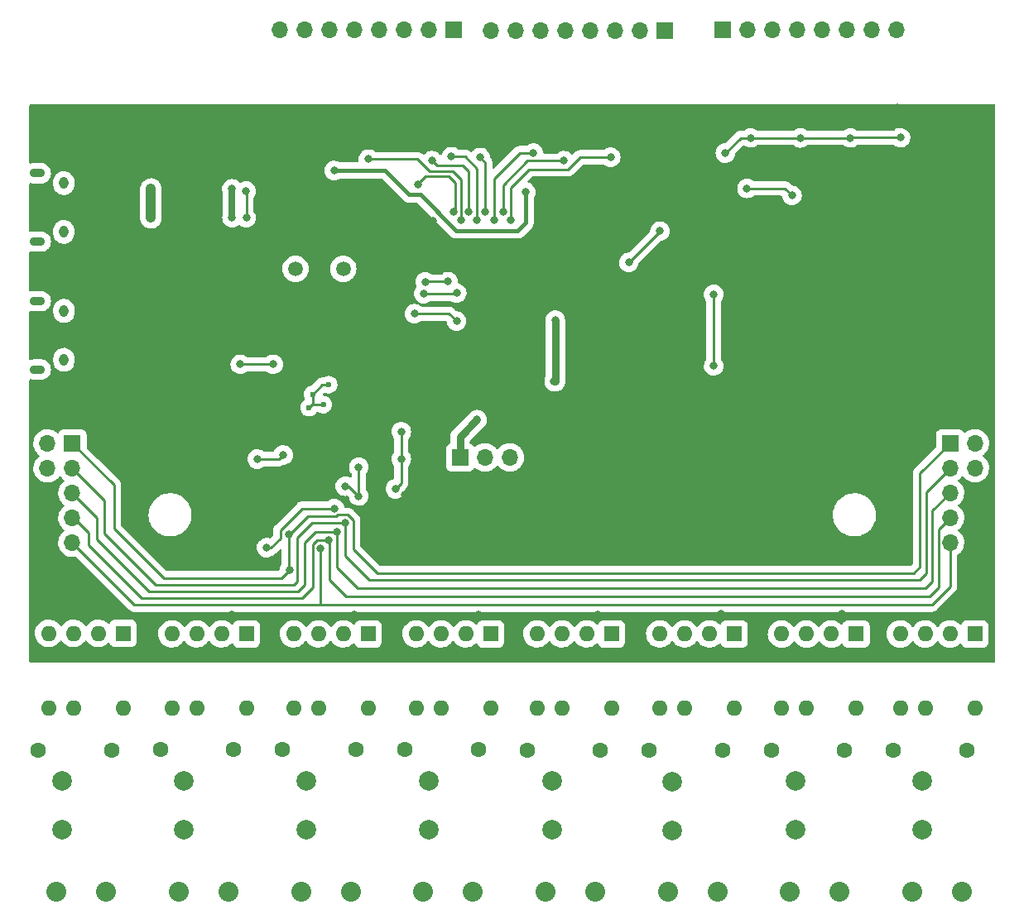
<source format=gbl>
%TF.GenerationSoftware,KiCad,Pcbnew,(6.0.5)*%
%TF.CreationDate,2023-11-15T16:50:55-05:00*%
%TF.ProjectId,solar-controller-2023,736f6c61-722d-4636-9f6e-74726f6c6c65,rev?*%
%TF.SameCoordinates,Original*%
%TF.FileFunction,Copper,L2,Bot*%
%TF.FilePolarity,Positive*%
%FSLAX46Y46*%
G04 Gerber Fmt 4.6, Leading zero omitted, Abs format (unit mm)*
G04 Created by KiCad (PCBNEW (6.0.5)) date 2023-11-15 16:50:55*
%MOMM*%
%LPD*%
G01*
G04 APERTURE LIST*
%TA.AperFunction,ComponentPad*%
%ADD10C,1.600000*%
%TD*%
%TA.AperFunction,ComponentPad*%
%ADD11R,1.700000X1.700000*%
%TD*%
%TA.AperFunction,ComponentPad*%
%ADD12O,1.700000X1.700000*%
%TD*%
%TA.AperFunction,ComponentPad*%
%ADD13O,0.950000X1.250000*%
%TD*%
%TA.AperFunction,ComponentPad*%
%ADD14O,1.550000X0.890000*%
%TD*%
%TA.AperFunction,ComponentPad*%
%ADD15R,1.600000X1.600000*%
%TD*%
%TA.AperFunction,ComponentPad*%
%ADD16O,1.600000X1.600000*%
%TD*%
%TA.AperFunction,ComponentPad*%
%ADD17C,2.000000*%
%TD*%
%TA.AperFunction,ComponentPad*%
%ADD18C,2.032000*%
%TD*%
%TA.AperFunction,ComponentPad*%
%ADD19C,1.500000*%
%TD*%
%TA.AperFunction,ViaPad*%
%ADD20C,0.800000*%
%TD*%
%TA.AperFunction,ViaPad*%
%ADD21C,0.600000*%
%TD*%
%TA.AperFunction,Conductor*%
%ADD22C,0.250000*%
%TD*%
%TA.AperFunction,Conductor*%
%ADD23C,0.800000*%
%TD*%
%TA.AperFunction,Conductor*%
%ADD24C,0.450000*%
%TD*%
%TA.AperFunction,Conductor*%
%ADD25C,0.700000*%
%TD*%
%TA.AperFunction,Conductor*%
%ADD26C,1.000000*%
%TD*%
G04 APERTURE END LIST*
D10*
%TO.P,RV8,1*%
%TO.N,Net-(OUT_4-Pad1)*%
X146500000Y-129000000D03*
%TO.P,RV8,2*%
%TO.N,Net-(F8-Pad1)*%
X139000000Y-129000000D03*
%TD*%
%TO.P,RV7,1*%
%TO.N,Net-(OUT_6-Pad1)*%
X121500000Y-129000000D03*
%TO.P,RV7,2*%
%TO.N,Net-(F7-Pad1)*%
X114000000Y-129000000D03*
%TD*%
%TO.P,RV6,1*%
%TO.N,Net-(OUT_5-Pad1)*%
X134000000Y-129000000D03*
%TO.P,RV6,2*%
%TO.N,Net-(F6-Pad1)*%
X126500000Y-129000000D03*
%TD*%
%TO.P,RV5,1*%
%TO.N,Net-(OUT_7-Pad1)*%
X109000000Y-129100000D03*
%TO.P,RV5,2*%
%TO.N,Net-(F5-Pad1)*%
X101500000Y-129100000D03*
%TD*%
%TO.P,RV4,1*%
%TO.N,Net-(OUT_0-Pad1)*%
X196500000Y-129100000D03*
%TO.P,RV4,2*%
%TO.N,Net-(F4-Pad1)*%
X189000000Y-129100000D03*
%TD*%
%TO.P,RV3,1*%
%TO.N,Net-(OUT_2-Pad1)*%
X171500000Y-129100000D03*
%TO.P,RV3,2*%
%TO.N,Net-(F3-Pad1)*%
X164000000Y-129100000D03*
%TD*%
%TO.P,RV2,1*%
%TO.N,Net-(OUT_1-Pad1)*%
X184000000Y-129100000D03*
%TO.P,RV2,2*%
%TO.N,Net-(F2-Pad1)*%
X176500000Y-129100000D03*
%TD*%
%TO.P,RV1,1*%
%TO.N,Net-(OUT_3-Pad1)*%
X159000000Y-129100000D03*
%TO.P,RV1,2*%
%TO.N,Net-(F1-Pad1)*%
X151500000Y-129100000D03*
%TD*%
D11*
%TO.P,J3,1,Pin_1*%
%TO.N,Net-(FB17-Pad1)*%
X171500000Y-55380000D03*
D12*
%TO.P,J3,2,Pin_2*%
%TO.N,Net-(FB18-Pad1)*%
X174040000Y-55380000D03*
%TO.P,J3,3,Pin_3*%
%TO.N,Net-(FB19-Pad1)*%
X176580000Y-55380000D03*
%TO.P,J3,4,Pin_4*%
%TO.N,Net-(FB20-Pad1)*%
X179120000Y-55380000D03*
%TO.P,J3,5,Pin_5*%
%TO.N,Net-(FB21-Pad1)*%
X181660000Y-55380000D03*
%TO.P,J3,6,Pin_6*%
%TO.N,Net-(FB22-Pad1)*%
X184200000Y-55380000D03*
%TO.P,J3,7,Pin_7*%
%TO.N,Net-(FB23-Pad1)*%
X186740000Y-55380000D03*
%TO.P,J3,8,Pin_8*%
%TO.N,Net-(FB24-Pad1)*%
X189280000Y-55380000D03*
%TD*%
D11*
%TO.P,J2,1,Pin_1*%
%TO.N,Net-(FB9-Pad1)*%
X143975000Y-55380000D03*
D12*
%TO.P,J2,2,Pin_2*%
%TO.N,Net-(FB10-Pad1)*%
X141435000Y-55380000D03*
%TO.P,J2,3,Pin_3*%
%TO.N,Net-(FB11-Pad1)*%
X138895000Y-55380000D03*
%TO.P,J2,4,Pin_4*%
%TO.N,Net-(FB12-Pad1)*%
X136355000Y-55380000D03*
%TO.P,J2,5,Pin_5*%
%TO.N,Net-(FB13-Pad1)*%
X133815000Y-55380000D03*
%TO.P,J2,6,Pin_6*%
%TO.N,Net-(FB14-Pad1)*%
X131275000Y-55380000D03*
%TO.P,J2,7,Pin_7*%
%TO.N,Net-(FB15-Pad1)*%
X128735000Y-55380000D03*
%TO.P,J2,8,Pin_8*%
%TO.N,Net-(FB16-Pad1)*%
X126195000Y-55380000D03*
%TD*%
D13*
%TO.P,J8,6*%
%TO.N,N/C*%
X104140000Y-89130000D03*
X104140000Y-84130000D03*
D14*
X101440000Y-83130000D03*
X101440000Y-90130000D03*
%TD*%
D15*
%TO.P,U8,1*%
%TO.N,Net-(Q3-Pad3)*%
X185156000Y-117200000D03*
D16*
%TO.P,U8,2*%
%TO.N,Net-(D2-Pad1)*%
X182616000Y-117200000D03*
%TO.P,U8,3*%
%TO.N,Net-(Q3-Pad3)*%
X180076000Y-117200000D03*
%TO.P,U8,4*%
X177536000Y-117200000D03*
%TO.P,U8,5*%
%TO.N,unconnected-(U8-Pad5)*%
X177536000Y-124820000D03*
%TO.P,U8,6*%
%TO.N,Net-(F2-Pad1)*%
X180076000Y-124820000D03*
%TO.P,U8,8*%
%TO.N,Net-(OUT_1-Pad1)*%
X185156000Y-124820000D03*
%TD*%
D17*
%TO.P,F1,1*%
%TO.N,Net-(F1-Pad1)*%
X154090000Y-132210000D03*
%TO.P,F1,2*%
%TO.N,Net-(F1-Pad2)*%
X154090000Y-137210000D03*
%TD*%
D18*
%TO.P,OUT_2,1,Pin_1*%
%TO.N,Net-(OUT_2-Pad1)*%
X170986600Y-143610000D03*
%TO.P,OUT_2,2,Pin_2*%
%TO.N,Net-(F3-Pad2)*%
X165906600Y-143610000D03*
%TD*%
%TO.P,OUT_4,1,Pin_1*%
%TO.N,Net-(OUT_4-Pad1)*%
X145980000Y-143610000D03*
%TO.P,OUT_4,2,Pin_2*%
%TO.N,Net-(F8-Pad2)*%
X140900000Y-143610000D03*
%TD*%
D17*
%TO.P,F8,1*%
%TO.N,Net-(F8-Pad1)*%
X141440000Y-132210000D03*
%TO.P,F8,2*%
%TO.N,Net-(F8-Pad2)*%
X141440000Y-137210000D03*
%TD*%
D18*
%TO.P,OUT_3,1,Pin_1*%
%TO.N,Net-(OUT_3-Pad1)*%
X158486600Y-143610000D03*
%TO.P,OUT_3,2,Pin_2*%
%TO.N,Net-(F1-Pad2)*%
X153406600Y-143610000D03*
%TD*%
D15*
%TO.P,U14,1*%
%TO.N,Net-(Q9-Pad3)*%
X147775000Y-117175000D03*
D16*
%TO.P,U14,2*%
%TO.N,Net-(D8-Pad1)*%
X145235000Y-117175000D03*
%TO.P,U14,3*%
%TO.N,Net-(Q9-Pad3)*%
X142695000Y-117175000D03*
%TO.P,U14,4*%
X140155000Y-117175000D03*
%TO.P,U14,5*%
%TO.N,unconnected-(U14-Pad5)*%
X140155000Y-124795000D03*
%TO.P,U14,6*%
%TO.N,Net-(F8-Pad1)*%
X142695000Y-124795000D03*
%TO.P,U14,8*%
%TO.N,Net-(OUT_4-Pad1)*%
X147775000Y-124795000D03*
%TD*%
D18*
%TO.P,OUT_1,1,Pin_1*%
%TO.N,Net-(OUT_1-Pad1)*%
X183480000Y-143610000D03*
%TO.P,OUT_1,2,Pin_2*%
%TO.N,Net-(F2-Pad2)*%
X178400000Y-143610000D03*
%TD*%
D11*
%TO.P,J6,1,Pin_1*%
%TO.N,CS2*%
X194775000Y-97675000D03*
D12*
%TO.P,J6,2,Pin_2*%
%TO.N,+5V*%
X197315000Y-97675000D03*
%TO.P,J6,3,Pin_3*%
%TO.N,CS3*%
X194775000Y-100215000D03*
%TO.P,J6,4,Pin_4*%
%TO.N,+5V*%
X197315000Y-100215000D03*
%TO.P,J6,5,Pin_5*%
%TO.N,MISO*%
X194775000Y-102755000D03*
%TO.P,J6,6,Pin_6*%
%TO.N,GND*%
X197315000Y-102755000D03*
%TO.P,J6,7,Pin_7*%
%TO.N,MOSI*%
X194775000Y-105295000D03*
%TO.P,J6,8,Pin_8*%
%TO.N,GND*%
X197315000Y-105295000D03*
%TO.P,J6,9,Pin_9*%
%TO.N,SCLK*%
X194775000Y-107835000D03*
%TO.P,J6,10,Pin_10*%
%TO.N,GND*%
X197315000Y-107835000D03*
%TD*%
%TO.P,J1,8,Pin_8*%
%TO.N,Net-(FB8-Pad1)*%
X147826000Y-55415000D03*
%TO.P,J1,7,Pin_7*%
%TO.N,Net-(FB7-Pad1)*%
X150366000Y-55415000D03*
%TO.P,J1,6,Pin_6*%
%TO.N,Net-(FB6-Pad1)*%
X152906000Y-55415000D03*
%TO.P,J1,5,Pin_5*%
%TO.N,Net-(FB5-Pad1)*%
X155446000Y-55415000D03*
%TO.P,J1,4,Pin_4*%
%TO.N,Net-(FB4-Pad1)*%
X157986000Y-55415000D03*
%TO.P,J1,3,Pin_3*%
%TO.N,Net-(FB3-Pad1)*%
X160526000Y-55415000D03*
%TO.P,J1,2,Pin_2*%
%TO.N,Net-(FB2-Pad1)*%
X163066000Y-55415000D03*
D11*
%TO.P,J1,1,Pin_1*%
%TO.N,Net-(FB1-Pad1)*%
X165606000Y-55415000D03*
%TD*%
D17*
%TO.P,F6,1*%
%TO.N,Net-(F6-Pad1)*%
X128940000Y-132210000D03*
%TO.P,F6,2*%
%TO.N,Net-(F6-Pad2)*%
X128940000Y-137210000D03*
%TD*%
D15*
%TO.P,U13,1*%
%TO.N,Net-(Q8-Pad3)*%
X122800000Y-117175000D03*
D16*
%TO.P,U13,2*%
%TO.N,Net-(D7-Pad1)*%
X120260000Y-117175000D03*
%TO.P,U13,3*%
%TO.N,Net-(Q8-Pad3)*%
X117720000Y-117175000D03*
%TO.P,U13,4*%
X115180000Y-117175000D03*
%TO.P,U13,5*%
%TO.N,unconnected-(U13-Pad5)*%
X115180000Y-124795000D03*
%TO.P,U13,6*%
%TO.N,Net-(F7-Pad1)*%
X117720000Y-124795000D03*
%TO.P,U13,8*%
%TO.N,Net-(OUT_6-Pad1)*%
X122800000Y-124795000D03*
%TD*%
D13*
%TO.P,J5,6*%
%TO.N,N/C*%
X104135000Y-71040000D03*
D14*
X101435000Y-77040000D03*
X101435000Y-70040000D03*
D13*
X104135000Y-76040000D03*
%TD*%
D18*
%TO.P,OUT_5,1,Pin_1*%
%TO.N,Net-(OUT_5-Pad1)*%
X133480000Y-143610000D03*
%TO.P,OUT_5,2,Pin_2*%
%TO.N,Net-(F6-Pad2)*%
X128400000Y-143610000D03*
%TD*%
%TO.P,OUT_7,1,Pin_1*%
%TO.N,Net-(OUT_7-Pad1)*%
X108480000Y-143610000D03*
%TO.P,OUT_7,2,Pin_2*%
%TO.N,Net-(F5-Pad2)*%
X103400000Y-143610000D03*
%TD*%
D15*
%TO.P,U10,1*%
%TO.N,Net-(Q5-Pad3)*%
X197300000Y-117200000D03*
D16*
%TO.P,U10,2*%
%TO.N,Net-(D4-Pad1)*%
X194760000Y-117200000D03*
%TO.P,U10,3*%
%TO.N,Net-(Q5-Pad3)*%
X192220000Y-117200000D03*
%TO.P,U10,4*%
X189680000Y-117200000D03*
%TO.P,U10,5*%
%TO.N,unconnected-(U10-Pad5)*%
X189680000Y-124820000D03*
%TO.P,U10,6*%
%TO.N,Net-(F4-Pad1)*%
X192220000Y-124820000D03*
%TO.P,U10,8*%
%TO.N,Net-(OUT_0-Pad1)*%
X197300000Y-124820000D03*
%TD*%
D17*
%TO.P,F4,1*%
%TO.N,Net-(F4-Pad1)*%
X191940000Y-132210000D03*
%TO.P,F4,2*%
%TO.N,Net-(F4-Pad2)*%
X191940000Y-137210000D03*
%TD*%
%TO.P,F3,1*%
%TO.N,Net-(F3-Pad1)*%
X166370000Y-132334000D03*
%TO.P,F3,2*%
%TO.N,Net-(F3-Pad2)*%
X166370000Y-137334000D03*
%TD*%
D15*
%TO.P,U12,1*%
%TO.N,Net-(Q7-Pad3)*%
X135250000Y-117175000D03*
D16*
%TO.P,U12,2*%
%TO.N,Net-(D6-Pad1)*%
X132710000Y-117175000D03*
%TO.P,U12,3*%
%TO.N,Net-(Q7-Pad3)*%
X130170000Y-117175000D03*
%TO.P,U12,4*%
X127630000Y-117175000D03*
%TO.P,U12,5*%
%TO.N,unconnected-(U12-Pad5)*%
X127630000Y-124795000D03*
%TO.P,U12,6*%
%TO.N,Net-(F6-Pad1)*%
X130170000Y-124795000D03*
%TO.P,U12,8*%
%TO.N,Net-(OUT_5-Pad1)*%
X135250000Y-124795000D03*
%TD*%
D18*
%TO.P,OUT_0,1,Pin_1*%
%TO.N,Net-(OUT_0-Pad1)*%
X195980000Y-143610000D03*
%TO.P,OUT_0,2,Pin_2*%
%TO.N,Net-(F4-Pad2)*%
X190900000Y-143610000D03*
%TD*%
D17*
%TO.P,F2,1*%
%TO.N,Net-(F2-Pad1)*%
X178940000Y-132210000D03*
%TO.P,F2,2*%
%TO.N,Net-(F2-Pad2)*%
X178940000Y-137210000D03*
%TD*%
D18*
%TO.P,OUT_6,1,Pin_1*%
%TO.N,Net-(OUT_6-Pad1)*%
X120980000Y-143610000D03*
%TO.P,OUT_6,2,Pin_2*%
%TO.N,Net-(F7-Pad2)*%
X115900000Y-143610000D03*
%TD*%
D15*
%TO.P,U9,1*%
%TO.N,Net-(Q4-Pad3)*%
X172700000Y-117175000D03*
D16*
%TO.P,U9,2*%
%TO.N,Net-(D3-Pad1)*%
X170160000Y-117175000D03*
%TO.P,U9,3*%
%TO.N,Net-(Q4-Pad3)*%
X167620000Y-117175000D03*
%TO.P,U9,4*%
X165080000Y-117175000D03*
%TO.P,U9,5*%
%TO.N,unconnected-(U9-Pad5)*%
X165080000Y-124795000D03*
%TO.P,U9,6*%
%TO.N,Net-(F3-Pad1)*%
X167620000Y-124795000D03*
%TO.P,U9,8*%
%TO.N,Net-(OUT_2-Pad1)*%
X172700000Y-124795000D03*
%TD*%
D15*
%TO.P,U7,1*%
%TO.N,Net-(Q2-Pad3)*%
X160150000Y-117175000D03*
D16*
%TO.P,U7,2*%
%TO.N,Net-(D1-Pad1)*%
X157610000Y-117175000D03*
%TO.P,U7,3*%
%TO.N,Net-(Q2-Pad3)*%
X155070000Y-117175000D03*
%TO.P,U7,4*%
X152530000Y-117175000D03*
%TO.P,U7,5*%
%TO.N,unconnected-(U7-Pad5)*%
X152530000Y-124795000D03*
%TO.P,U7,6*%
%TO.N,Net-(F1-Pad1)*%
X155070000Y-124795000D03*
%TO.P,U7,8*%
%TO.N,Net-(OUT_3-Pad1)*%
X160150000Y-124795000D03*
%TD*%
D17*
%TO.P,F5,1*%
%TO.N,Net-(F5-Pad1)*%
X103940000Y-132210000D03*
%TO.P,F5,2*%
%TO.N,Net-(F5-Pad2)*%
X103940000Y-137210000D03*
%TD*%
%TO.P,F7,1*%
%TO.N,Net-(F7-Pad1)*%
X116440000Y-132210000D03*
%TO.P,F7,2*%
%TO.N,Net-(F7-Pad2)*%
X116440000Y-137210000D03*
%TD*%
D11*
%TO.P,J4,1,Pin_1*%
%TO.N,+3V3*%
X144660000Y-99120000D03*
D12*
%TO.P,J4,2,Pin_2*%
%TO.N,Net-(J4-Pad2)*%
X147200000Y-99120000D03*
%TO.P,J4,3,Pin_3*%
%TO.N,Net-(J4-Pad3)*%
X149740000Y-99120000D03*
%TO.P,J4,4,Pin_4*%
%TO.N,GND*%
X152280000Y-99120000D03*
%TD*%
D15*
%TO.P,U11,1*%
%TO.N,Net-(Q6-Pad3)*%
X110200000Y-117125000D03*
D16*
%TO.P,U11,2*%
%TO.N,Net-(D5-Pad1)*%
X107660000Y-117125000D03*
%TO.P,U11,3*%
%TO.N,Net-(Q6-Pad3)*%
X105120000Y-117125000D03*
%TO.P,U11,4*%
X102580000Y-117125000D03*
%TO.P,U11,5*%
%TO.N,unconnected-(U11-Pad5)*%
X102580000Y-124745000D03*
%TO.P,U11,6*%
%TO.N,Net-(F5-Pad1)*%
X105120000Y-124745000D03*
%TO.P,U11,8*%
%TO.N,Net-(OUT_7-Pad1)*%
X110200000Y-124745000D03*
%TD*%
D11*
%TO.P,J7,1,Pin_1*%
%TO.N,CS2*%
X105006000Y-97698000D03*
D12*
%TO.P,J7,2,Pin_2*%
%TO.N,+5V*%
X102466000Y-97698000D03*
%TO.P,J7,3,Pin_3*%
%TO.N,CS3*%
X105006000Y-100238000D03*
%TO.P,J7,4,Pin_4*%
%TO.N,+5V*%
X102466000Y-100238000D03*
%TO.P,J7,5,Pin_5*%
%TO.N,MISO*%
X105006000Y-102778000D03*
%TO.P,J7,6,Pin_6*%
%TO.N,GND*%
X102466000Y-102778000D03*
%TO.P,J7,7,Pin_7*%
%TO.N,MOSI*%
X105006000Y-105318000D03*
%TO.P,J7,8,Pin_8*%
%TO.N,GND*%
X102466000Y-105318000D03*
%TO.P,J7,9,Pin_9*%
%TO.N,SCLK*%
X105006000Y-107858000D03*
%TO.P,J7,10,Pin_10*%
%TO.N,GND*%
X102466000Y-107858000D03*
%TD*%
D19*
%TO.P,Y1,1,1*%
%TO.N,Net-(C29-Pad1)*%
X127830000Y-79810000D03*
%TO.P,Y1,2,2*%
%TO.N,Net-(C28-Pad1)*%
X132710000Y-79810000D03*
%TD*%
D20*
%TO.N,+3V3*%
X171790000Y-67970000D03*
%TO.N,SENSOR_TICK*%
X170600000Y-89750000D03*
X170590000Y-82430000D03*
%TO.N,Net-(R22-Pad2)*%
X165100000Y-75960000D03*
X161910000Y-79170000D03*
%TO.N,Net-(SW1-Pad1)*%
X178602300Y-72312300D03*
%TO.N,GND*%
X126210000Y-63400000D03*
X128740000Y-63400000D03*
X131280000Y-63400000D03*
X133810000Y-63400000D03*
X136350000Y-63400000D03*
X138890000Y-63400000D03*
X141440000Y-63400000D03*
X144000000Y-63400000D03*
X147920000Y-63400000D03*
X150420000Y-63400000D03*
X153020000Y-63400000D03*
X155580000Y-63400000D03*
X158080000Y-63400000D03*
X160630000Y-63400000D03*
X163170000Y-63400000D03*
X165720000Y-63400000D03*
X169420000Y-76740000D03*
X146510000Y-115190000D03*
X161770000Y-75620000D03*
X179150000Y-63370000D03*
X114620000Y-90010000D03*
X126460000Y-85510000D03*
X105903000Y-75682000D03*
X195260000Y-115070000D03*
X154141000Y-73345000D03*
X166300000Y-77540000D03*
D21*
X128110000Y-92200000D03*
D20*
X110430000Y-88590000D03*
X171360000Y-115130000D03*
X170050000Y-71140000D03*
X127700000Y-103280000D03*
X105930000Y-87470000D03*
D21*
X133780000Y-93880000D03*
D20*
X120990000Y-91050000D03*
D21*
X133700000Y-91800000D03*
D20*
X189350000Y-63350000D03*
X153030000Y-80520000D03*
X120540000Y-93080000D03*
X139040000Y-102900000D03*
X174040000Y-63380000D03*
X135380000Y-87200000D03*
X118780000Y-88610000D03*
X120540000Y-95290000D03*
X184240000Y-63370000D03*
X108920000Y-114900000D03*
X121030000Y-97280000D03*
X105930000Y-89330000D03*
X150116000Y-77545000D03*
X137210000Y-107390000D03*
X121340000Y-115180000D03*
X105903000Y-74666000D03*
X105903000Y-76698000D03*
X105930000Y-88400000D03*
X141870000Y-74900000D03*
X127750000Y-83160000D03*
X189110000Y-88680000D03*
X133810000Y-115180000D03*
X183750000Y-115110000D03*
X140920000Y-92040000D03*
X134160000Y-82040000D03*
X158710000Y-115180000D03*
%TO.N,Net-(FB2-Pad2)*%
X160066000Y-68395000D03*
X149866000Y-74795000D03*
%TO.N,Net-(FB4-Pad2)*%
X155291000Y-68745000D03*
X149041000Y-73970000D03*
%TO.N,Net-(FB6-Pad2)*%
X148116000Y-74795000D03*
X152166000Y-67970000D03*
%TO.N,Net-(FB8-Pad2)*%
X146716000Y-68420000D03*
X147241000Y-73970000D03*
%TO.N,Net-(FB10-Pad2)*%
X146391000Y-74795000D03*
X143771000Y-68335000D03*
%TO.N,Net-(FB12-Pad2)*%
X145566000Y-73970000D03*
X141791000Y-68745000D03*
%TO.N,Net-(FB14-Pad2)*%
X135291000Y-68585000D03*
X144766000Y-74795000D03*
%TO.N,Net-(FB16-Pad2)*%
X144041000Y-73970000D03*
X140361000Y-71185000D03*
%TO.N,+3V3*%
X131780000Y-69760000D03*
X146410000Y-95260000D03*
X184570000Y-66410000D03*
X154400000Y-85070000D03*
X151366000Y-71970000D03*
X121340000Y-74590000D03*
X154280000Y-91340000D03*
X179470000Y-66420000D03*
X174370000Y-66410000D03*
X189710000Y-66400000D03*
X121320000Y-71630000D03*
D21*
%TO.N,Net-(C35-Pad1)*%
X129214030Y-94025970D03*
X130680000Y-93720000D03*
X129570000Y-92670000D03*
X131220000Y-91670000D03*
D20*
%TO.N,CS2*%
X122180000Y-89590000D03*
X126560000Y-98870000D03*
X123930000Y-99300000D03*
X127190000Y-107030000D03*
X125560000Y-89590000D03*
X127210000Y-110620000D03*
%TO.N,CS3*%
X138650000Y-96490000D03*
X138650000Y-99280000D03*
X132900000Y-105800000D03*
X138040000Y-102340000D03*
%TO.N,MISO*%
X132040000Y-106760000D03*
%TO.N,MOSI*%
X131250000Y-107610000D03*
%TO.N,SCLK*%
X130400000Y-108430000D03*
%TO.N,CS0*%
X134300000Y-100110000D03*
X134290000Y-103070000D03*
X132920000Y-102070000D03*
X124870000Y-108360000D03*
X131800000Y-104350000D03*
%TO.N,Net-(SW1-Pad1)*%
X144300000Y-85180000D03*
X174010000Y-71590000D03*
X140000000Y-84410000D03*
%TO.N,ASW_A0*%
X122800000Y-74610000D03*
X143450000Y-81130000D03*
X141090000Y-81150000D03*
X122780000Y-71860000D03*
%TO.N,ASW_EN*%
X140960000Y-82360000D03*
X144310000Y-82310000D03*
%TO.N,Net-(J5-Pad1)*%
X113050000Y-74600000D03*
X113040000Y-71650000D03*
%TD*%
D22*
%TO.N,MOSI*%
X131250000Y-107610000D02*
X129990000Y-107610000D01*
X105118000Y-105318000D02*
X105006000Y-105318000D01*
X129990000Y-107610000D02*
X129590000Y-108010000D01*
X129590000Y-108010000D02*
X129590000Y-112420000D01*
X128520000Y-113490000D02*
X112080000Y-113490000D01*
X129590000Y-112420000D02*
X128520000Y-113490000D01*
X112080000Y-113490000D02*
X106660000Y-108070000D01*
X106660000Y-108070000D02*
X106660000Y-106860000D01*
X106660000Y-106860000D02*
X105118000Y-105318000D01*
%TO.N,MISO*%
X132040000Y-106760000D02*
X129870000Y-106760000D01*
X129870000Y-106760000D02*
X128770000Y-107860000D01*
X128770000Y-107860000D02*
X128770000Y-112130000D01*
X128770000Y-112130000D02*
X128090000Y-112810000D01*
X128090000Y-112810000D02*
X112810000Y-112810000D01*
X112810000Y-112810000D02*
X107510000Y-107510000D01*
X107510000Y-107510000D02*
X107510000Y-105282000D01*
X107510000Y-105282000D02*
X105006000Y-102778000D01*
%TO.N,CS3*%
X105006000Y-100238000D02*
X108300000Y-103532000D01*
X108300000Y-103532000D02*
X108300000Y-106880000D01*
X108300000Y-106880000D02*
X113560000Y-112140000D01*
X127680000Y-112140000D02*
X128010000Y-111810000D01*
X128010000Y-107300000D02*
X129510000Y-105800000D01*
X129510000Y-105800000D02*
X132900000Y-105800000D01*
X113560000Y-112140000D02*
X127680000Y-112140000D01*
X128010000Y-111810000D02*
X128010000Y-107300000D01*
%TO.N,+3V3*%
X173350000Y-66410000D02*
X171790000Y-67970000D01*
X174370000Y-66410000D02*
X173350000Y-66410000D01*
X184570000Y-66410000D02*
X179480000Y-66410000D01*
X179480000Y-66410000D02*
X179470000Y-66420000D01*
X189710000Y-66400000D02*
X184580000Y-66400000D01*
X184580000Y-66400000D02*
X184570000Y-66410000D01*
X174370000Y-66410000D02*
X179460000Y-66410000D01*
X179460000Y-66410000D02*
X179470000Y-66420000D01*
%TO.N,SENSOR_TICK*%
X170590000Y-89740000D02*
X170600000Y-89750000D01*
X170590000Y-82430000D02*
X170590000Y-89740000D01*
%TO.N,Net-(R22-Pad2)*%
X165100000Y-75980000D02*
X165100000Y-75960000D01*
X161910000Y-79170000D02*
X165100000Y-75980000D01*
%TO.N,Net-(SW1-Pad1)*%
X174010000Y-71590000D02*
X177880000Y-71590000D01*
X177880000Y-71590000D02*
X178602300Y-72312300D01*
%TO.N,Net-(FB2-Pad2)*%
X151716000Y-69645000D02*
X155666000Y-69645000D01*
X156916000Y-68395000D02*
X160066000Y-68395000D01*
X155666000Y-69645000D02*
X156916000Y-68395000D01*
X149866000Y-71495000D02*
X151716000Y-69645000D01*
X149866000Y-74795000D02*
X149866000Y-71495000D01*
%TO.N,Net-(FB4-Pad2)*%
X149041000Y-73970000D02*
X149041000Y-71245000D01*
X151541000Y-68745000D02*
X155291000Y-68745000D01*
X149041000Y-71245000D02*
X151541000Y-68745000D01*
%TO.N,Net-(FB6-Pad2)*%
X150766000Y-67970000D02*
X152166000Y-67970000D01*
X148116000Y-70620000D02*
X150766000Y-67970000D01*
X148116000Y-74795000D02*
X148116000Y-70620000D01*
%TO.N,Net-(FB8-Pad2)*%
X147241000Y-73970000D02*
X147241000Y-68945000D01*
X147241000Y-68945000D02*
X146716000Y-68420000D01*
%TO.N,Net-(FB10-Pad2)*%
X145171000Y-68335000D02*
X143771000Y-68335000D01*
X146391000Y-74795000D02*
X146391000Y-69555000D01*
X146391000Y-69555000D02*
X145171000Y-68335000D01*
%TO.N,Net-(FB12-Pad2)*%
X145561000Y-69865000D02*
X144921000Y-69225000D01*
X145566000Y-73970000D02*
X145561000Y-73965000D01*
X142271000Y-69225000D02*
X141791000Y-68745000D01*
X145561000Y-73965000D02*
X145561000Y-69865000D01*
X144921000Y-69225000D02*
X142271000Y-69225000D01*
%TO.N,Net-(FB14-Pad2)*%
X144766000Y-70660000D02*
X143901000Y-69795000D01*
X140311000Y-68585000D02*
X135291000Y-68585000D01*
X141521000Y-69795000D02*
X140311000Y-68585000D01*
X143901000Y-69795000D02*
X141521000Y-69795000D01*
X144766000Y-74795000D02*
X144766000Y-70660000D01*
%TO.N,Net-(FB16-Pad2)*%
X141111000Y-70375000D02*
X140361000Y-71125000D01*
X144171000Y-73840000D02*
X144171000Y-71055000D01*
X140361000Y-71125000D02*
X140361000Y-71185000D01*
X143491000Y-70375000D02*
X141111000Y-70375000D01*
X144041000Y-73970000D02*
X144171000Y-73840000D01*
X144171000Y-71055000D02*
X143491000Y-70375000D01*
D23*
%TO.N,+3V3*%
X154320000Y-91380000D02*
X154280000Y-91340000D01*
D24*
X150560000Y-75900000D02*
X144290000Y-75900000D01*
X151366000Y-75094000D02*
X150560000Y-75900000D01*
X140610000Y-72220000D02*
X139460000Y-72220000D01*
X139460000Y-72220000D02*
X137000000Y-69760000D01*
X137000000Y-69760000D02*
X131780000Y-69760000D01*
X144290000Y-75900000D02*
X140610000Y-72220000D01*
D23*
X154400000Y-85070000D02*
X154400000Y-91380000D01*
X144650000Y-99110000D02*
X144660000Y-99120000D01*
X144650000Y-97020000D02*
X144650000Y-99110000D01*
X146410000Y-95260000D02*
X144650000Y-97020000D01*
D25*
X121320000Y-74570000D02*
X121340000Y-74590000D01*
X121320000Y-71630000D02*
X121320000Y-74570000D01*
D23*
X154400000Y-91380000D02*
X154320000Y-91380000D01*
D24*
X151366000Y-71970000D02*
X151366000Y-75094000D01*
D22*
%TO.N,Net-(C35-Pad1)*%
X130570000Y-91670000D02*
X129570000Y-92670000D01*
X129570000Y-92670000D02*
X129570000Y-93670000D01*
X131220000Y-91670000D02*
X130570000Y-91670000D01*
X130680000Y-93720000D02*
X129520000Y-93720000D01*
X129520000Y-93720000D02*
X129214030Y-94025970D01*
X129570000Y-93670000D02*
X129214030Y-94025970D01*
%TO.N,CS2*%
X127270000Y-107130000D02*
X127150000Y-107250000D01*
X127270000Y-107000000D02*
X127270000Y-107130000D01*
X133730000Y-105540000D02*
X133180000Y-104990000D01*
X160710000Y-110970000D02*
X136190000Y-110970000D01*
X132184614Y-104990000D02*
X131994614Y-105180000D01*
X133730000Y-108510000D02*
X133730000Y-105540000D01*
X133180000Y-104990000D02*
X132184614Y-104990000D01*
X126380000Y-111450000D02*
X127210000Y-110620000D01*
X114330000Y-111450000D02*
X126380000Y-111450000D01*
X129090000Y-105180000D02*
X127270000Y-107000000D01*
X194775000Y-97675000D02*
X191680000Y-100770000D01*
X109270000Y-101962000D02*
X109270000Y-106390000D01*
X191040000Y-110970000D02*
X160710000Y-110970000D01*
X125560000Y-89590000D02*
X122180000Y-89590000D01*
X136190000Y-110970000D02*
X133730000Y-108510000D01*
X191680000Y-100770000D02*
X191680000Y-110330000D01*
X109270000Y-106390000D02*
X114330000Y-111450000D01*
X127270000Y-107130000D02*
X127304500Y-107130000D01*
X127150000Y-107250000D02*
X127150000Y-110560000D01*
X160710000Y-110970000D02*
X160730000Y-110970000D01*
X123930000Y-99300000D02*
X126130000Y-99300000D01*
X105006000Y-97698000D02*
X109270000Y-101962000D01*
X131994614Y-105180000D02*
X129090000Y-105180000D01*
X126130000Y-99300000D02*
X126560000Y-98870000D01*
X127150000Y-110560000D02*
X127210000Y-110620000D01*
X191680000Y-110330000D02*
X191040000Y-110970000D01*
%TO.N,CS3*%
X192320000Y-102670000D02*
X192320000Y-111010000D01*
X132910000Y-106020000D02*
X132820000Y-105930000D01*
X192320000Y-111010000D02*
X191630000Y-111700000D01*
X191630000Y-111700000D02*
X135380000Y-111700000D01*
X135380000Y-111700000D02*
X132910000Y-109230000D01*
X194775000Y-100215000D02*
X192320000Y-102670000D01*
X138650000Y-96490000D02*
X138650000Y-99280000D01*
X138650000Y-99280000D02*
X138650000Y-101730000D01*
X132910000Y-109230000D02*
X132910000Y-106020000D01*
X138650000Y-101730000D02*
X138040000Y-102340000D01*
%TO.N,MISO*%
X194775000Y-102755000D02*
X192960000Y-104570000D01*
X132040000Y-110350000D02*
X132040000Y-106760000D01*
X192250000Y-112520000D02*
X134210000Y-112520000D01*
X192960000Y-111810000D02*
X192250000Y-112520000D01*
X192960000Y-104570000D02*
X192960000Y-111810000D01*
X134210000Y-112520000D02*
X132040000Y-110350000D01*
%TO.N,MOSI*%
X131280000Y-111640000D02*
X131280000Y-107640000D01*
X192700000Y-113340000D02*
X132980000Y-113340000D01*
X193600489Y-106469511D02*
X193600489Y-112439511D01*
X193600489Y-112439511D02*
X192700000Y-113340000D01*
X132980000Y-113340000D02*
X131280000Y-111640000D01*
X194775000Y-105295000D02*
X193600489Y-106469511D01*
X131280000Y-107640000D02*
X131250000Y-107610000D01*
%TO.N,SCLK*%
X105006000Y-107858000D02*
X111348000Y-114200000D01*
X111348000Y-114200000D02*
X130400000Y-114200000D01*
X192900000Y-114200000D02*
X130470000Y-114200000D01*
X194775000Y-107835000D02*
X194775000Y-112325000D01*
X130400000Y-114200000D02*
X130400000Y-108430000D01*
X194775000Y-112325000D02*
X192900000Y-114200000D01*
%TO.N,CS0*%
X133290000Y-102070000D02*
X134290000Y-103070000D01*
X134300000Y-103060000D02*
X134290000Y-103070000D01*
X125330000Y-108360000D02*
X124870000Y-108360000D01*
X128510000Y-104350000D02*
X126270000Y-106590000D01*
X132920000Y-102070000D02*
X133290000Y-102070000D01*
X131800000Y-104350000D02*
X128510000Y-104350000D01*
X126270000Y-106590000D02*
X126270000Y-107420000D01*
X134300000Y-100110000D02*
X134300000Y-103060000D01*
X126270000Y-107420000D02*
X125330000Y-108360000D01*
%TO.N,Net-(SW1-Pad1)*%
X144300000Y-85180000D02*
X143530000Y-84410000D01*
X143530000Y-84410000D02*
X140000000Y-84410000D01*
%TO.N,ASW_A0*%
X141110000Y-81130000D02*
X141090000Y-81150000D01*
X122800000Y-74610000D02*
X122800000Y-71880000D01*
X143450000Y-81130000D02*
X141110000Y-81130000D01*
X122800000Y-71880000D02*
X122780000Y-71860000D01*
%TO.N,ASW_EN*%
X144260000Y-82360000D02*
X144310000Y-82310000D01*
X140960000Y-82360000D02*
X144260000Y-82360000D01*
D26*
%TO.N,Net-(J5-Pad1)*%
X113040000Y-71650000D02*
X113040000Y-74590000D01*
X113040000Y-74590000D02*
X113050000Y-74600000D01*
%TD*%
%TA.AperFunction,Conductor*%
%TO.N,GND*%
G36*
X199341586Y-62980024D02*
G01*
X199388097Y-63033665D01*
X199399500Y-63086044D01*
X199399500Y-120016000D01*
X199379498Y-120084121D01*
X199325842Y-120130614D01*
X199273500Y-120142000D01*
X100726500Y-120142000D01*
X100658379Y-120121998D01*
X100611886Y-120068342D01*
X100600500Y-120016000D01*
X100600500Y-117090665D01*
X101175119Y-117090665D01*
X101175416Y-117095817D01*
X101175416Y-117095821D01*
X101179741Y-117170821D01*
X101188376Y-117320580D01*
X101189513Y-117325626D01*
X101189514Y-117325632D01*
X101221438Y-117467289D01*
X101239006Y-117545242D01*
X101240948Y-117550024D01*
X101240949Y-117550028D01*
X101309182Y-117718065D01*
X101325649Y-117758618D01*
X101445979Y-117954978D01*
X101596763Y-118129048D01*
X101773953Y-118276154D01*
X101972790Y-118392345D01*
X102187934Y-118474501D01*
X102193000Y-118475532D01*
X102193001Y-118475532D01*
X102286278Y-118494509D01*
X102413607Y-118520414D01*
X102537637Y-118524962D01*
X102638585Y-118528664D01*
X102638589Y-118528664D01*
X102643749Y-118528853D01*
X102648869Y-118528197D01*
X102648871Y-118528197D01*
X102718272Y-118519307D01*
X102872178Y-118499591D01*
X102877126Y-118498106D01*
X102877133Y-118498105D01*
X103087811Y-118434898D01*
X103087810Y-118434898D01*
X103092761Y-118433413D01*
X103299574Y-118332096D01*
X103487062Y-118198363D01*
X103650190Y-118035803D01*
X103665598Y-118014360D01*
X103747489Y-117900397D01*
X103803484Y-117856749D01*
X103874187Y-117850303D01*
X103937152Y-117883106D01*
X103957245Y-117908089D01*
X103983278Y-117950572D01*
X103983282Y-117950577D01*
X103985979Y-117954978D01*
X104136763Y-118129048D01*
X104313953Y-118276154D01*
X104512790Y-118392345D01*
X104727934Y-118474501D01*
X104733000Y-118475532D01*
X104733001Y-118475532D01*
X104826278Y-118494509D01*
X104953607Y-118520414D01*
X105077637Y-118524962D01*
X105178585Y-118528664D01*
X105178589Y-118528664D01*
X105183749Y-118528853D01*
X105188869Y-118528197D01*
X105188871Y-118528197D01*
X105258272Y-118519307D01*
X105412178Y-118499591D01*
X105417126Y-118498106D01*
X105417133Y-118498105D01*
X105627811Y-118434898D01*
X105627810Y-118434898D01*
X105632761Y-118433413D01*
X105839574Y-118332096D01*
X106027062Y-118198363D01*
X106190190Y-118035803D01*
X106205598Y-118014360D01*
X106287489Y-117900397D01*
X106343484Y-117856749D01*
X106414187Y-117850303D01*
X106477152Y-117883106D01*
X106497245Y-117908089D01*
X106523278Y-117950572D01*
X106523282Y-117950577D01*
X106525979Y-117954978D01*
X106676763Y-118129048D01*
X106853953Y-118276154D01*
X107052790Y-118392345D01*
X107267934Y-118474501D01*
X107273000Y-118475532D01*
X107273001Y-118475532D01*
X107366278Y-118494509D01*
X107493607Y-118520414D01*
X107617637Y-118524962D01*
X107718585Y-118528664D01*
X107718589Y-118528664D01*
X107723749Y-118528853D01*
X107728869Y-118528197D01*
X107728871Y-118528197D01*
X107798272Y-118519307D01*
X107952178Y-118499591D01*
X107957126Y-118498106D01*
X107957133Y-118498105D01*
X108167811Y-118434898D01*
X108167810Y-118434898D01*
X108172761Y-118433413D01*
X108379574Y-118332096D01*
X108567062Y-118198363D01*
X108640540Y-118125141D01*
X108643394Y-118122297D01*
X108705766Y-118088381D01*
X108776572Y-118093569D01*
X108833334Y-118136215D01*
X108848742Y-118163328D01*
X108875464Y-118227841D01*
X108971718Y-118353282D01*
X109097159Y-118449536D01*
X109243238Y-118510044D01*
X109251426Y-118511122D01*
X109356545Y-118524961D01*
X109360639Y-118525500D01*
X110199898Y-118525500D01*
X111039360Y-118525499D01*
X111043444Y-118524961D01*
X111043450Y-118524961D01*
X111148575Y-118511122D01*
X111148577Y-118511122D01*
X111156762Y-118510044D01*
X111302841Y-118449536D01*
X111428282Y-118353282D01*
X111524536Y-118227841D01*
X111585044Y-118081762D01*
X111592441Y-118025577D01*
X111599962Y-117968448D01*
X111599962Y-117968447D01*
X111600500Y-117964361D01*
X111600500Y-117140665D01*
X113775119Y-117140665D01*
X113775416Y-117145817D01*
X113775416Y-117145821D01*
X113776858Y-117170821D01*
X113788376Y-117370580D01*
X113789513Y-117375626D01*
X113789514Y-117375632D01*
X113821438Y-117517289D01*
X113839006Y-117595242D01*
X113840948Y-117600024D01*
X113840949Y-117600028D01*
X113923705Y-117803831D01*
X113925649Y-117808618D01*
X114045979Y-118004978D01*
X114196763Y-118179048D01*
X114373953Y-118326154D01*
X114572790Y-118442345D01*
X114787934Y-118524501D01*
X114793000Y-118525532D01*
X114793001Y-118525532D01*
X114808396Y-118528664D01*
X115013607Y-118570414D01*
X115137637Y-118574962D01*
X115238585Y-118578664D01*
X115238589Y-118578664D01*
X115243749Y-118578853D01*
X115248869Y-118578197D01*
X115248871Y-118578197D01*
X115318272Y-118569307D01*
X115472178Y-118549591D01*
X115477126Y-118548106D01*
X115477133Y-118548105D01*
X115687811Y-118484898D01*
X115687810Y-118484898D01*
X115692761Y-118483413D01*
X115899574Y-118382096D01*
X116087062Y-118248363D01*
X116250190Y-118085803D01*
X116253206Y-118081606D01*
X116347489Y-117950397D01*
X116403484Y-117906749D01*
X116474187Y-117900303D01*
X116537152Y-117933106D01*
X116557245Y-117958089D01*
X116583278Y-118000572D01*
X116583282Y-118000577D01*
X116585979Y-118004978D01*
X116736763Y-118179048D01*
X116913953Y-118326154D01*
X117112790Y-118442345D01*
X117327934Y-118524501D01*
X117333000Y-118525532D01*
X117333001Y-118525532D01*
X117348396Y-118528664D01*
X117553607Y-118570414D01*
X117677637Y-118574962D01*
X117778585Y-118578664D01*
X117778589Y-118578664D01*
X117783749Y-118578853D01*
X117788869Y-118578197D01*
X117788871Y-118578197D01*
X117858272Y-118569307D01*
X118012178Y-118549591D01*
X118017126Y-118548106D01*
X118017133Y-118548105D01*
X118227811Y-118484898D01*
X118227810Y-118484898D01*
X118232761Y-118483413D01*
X118439574Y-118382096D01*
X118627062Y-118248363D01*
X118790190Y-118085803D01*
X118793206Y-118081606D01*
X118887489Y-117950397D01*
X118943484Y-117906749D01*
X119014187Y-117900303D01*
X119077152Y-117933106D01*
X119097245Y-117958089D01*
X119123278Y-118000572D01*
X119123282Y-118000577D01*
X119125979Y-118004978D01*
X119276763Y-118179048D01*
X119453953Y-118326154D01*
X119652790Y-118442345D01*
X119867934Y-118524501D01*
X119873000Y-118525532D01*
X119873001Y-118525532D01*
X119888396Y-118528664D01*
X120093607Y-118570414D01*
X120217637Y-118574962D01*
X120318585Y-118578664D01*
X120318589Y-118578664D01*
X120323749Y-118578853D01*
X120328869Y-118578197D01*
X120328871Y-118578197D01*
X120398272Y-118569307D01*
X120552178Y-118549591D01*
X120557126Y-118548106D01*
X120557133Y-118548105D01*
X120767811Y-118484898D01*
X120767810Y-118484898D01*
X120772761Y-118483413D01*
X120979574Y-118382096D01*
X121167062Y-118248363D01*
X121243394Y-118172297D01*
X121305766Y-118138381D01*
X121376572Y-118143569D01*
X121433334Y-118186215D01*
X121448742Y-118213328D01*
X121475464Y-118277841D01*
X121571718Y-118403282D01*
X121697159Y-118499536D01*
X121843238Y-118560044D01*
X121851426Y-118561122D01*
X121956545Y-118574961D01*
X121960639Y-118575500D01*
X122799898Y-118575500D01*
X123639360Y-118575499D01*
X123643444Y-118574961D01*
X123643450Y-118574961D01*
X123748575Y-118561122D01*
X123748577Y-118561122D01*
X123756762Y-118560044D01*
X123902841Y-118499536D01*
X124028282Y-118403282D01*
X124124536Y-118277841D01*
X124185044Y-118131762D01*
X124200500Y-118014361D01*
X124200499Y-117140665D01*
X126225119Y-117140665D01*
X126225416Y-117145817D01*
X126225416Y-117145821D01*
X126226858Y-117170821D01*
X126238376Y-117370580D01*
X126239513Y-117375626D01*
X126239514Y-117375632D01*
X126271438Y-117517289D01*
X126289006Y-117595242D01*
X126290948Y-117600024D01*
X126290949Y-117600028D01*
X126373705Y-117803831D01*
X126375649Y-117808618D01*
X126495979Y-118004978D01*
X126646763Y-118179048D01*
X126823953Y-118326154D01*
X127022790Y-118442345D01*
X127237934Y-118524501D01*
X127243000Y-118525532D01*
X127243001Y-118525532D01*
X127258396Y-118528664D01*
X127463607Y-118570414D01*
X127587637Y-118574962D01*
X127688585Y-118578664D01*
X127688589Y-118578664D01*
X127693749Y-118578853D01*
X127698869Y-118578197D01*
X127698871Y-118578197D01*
X127768272Y-118569307D01*
X127922178Y-118549591D01*
X127927126Y-118548106D01*
X127927133Y-118548105D01*
X128137811Y-118484898D01*
X128137810Y-118484898D01*
X128142761Y-118483413D01*
X128349574Y-118382096D01*
X128537062Y-118248363D01*
X128700190Y-118085803D01*
X128703206Y-118081606D01*
X128797489Y-117950397D01*
X128853484Y-117906749D01*
X128924187Y-117900303D01*
X128987152Y-117933106D01*
X129007245Y-117958089D01*
X129033278Y-118000572D01*
X129033282Y-118000577D01*
X129035979Y-118004978D01*
X129186763Y-118179048D01*
X129363953Y-118326154D01*
X129562790Y-118442345D01*
X129777934Y-118524501D01*
X129783000Y-118525532D01*
X129783001Y-118525532D01*
X129798396Y-118528664D01*
X130003607Y-118570414D01*
X130127637Y-118574962D01*
X130228585Y-118578664D01*
X130228589Y-118578664D01*
X130233749Y-118578853D01*
X130238869Y-118578197D01*
X130238871Y-118578197D01*
X130308272Y-118569307D01*
X130462178Y-118549591D01*
X130467126Y-118548106D01*
X130467133Y-118548105D01*
X130677811Y-118484898D01*
X130677810Y-118484898D01*
X130682761Y-118483413D01*
X130889574Y-118382096D01*
X131077062Y-118248363D01*
X131240190Y-118085803D01*
X131243206Y-118081606D01*
X131337489Y-117950397D01*
X131393484Y-117906749D01*
X131464187Y-117900303D01*
X131527152Y-117933106D01*
X131547245Y-117958089D01*
X131573278Y-118000572D01*
X131573282Y-118000577D01*
X131575979Y-118004978D01*
X131726763Y-118179048D01*
X131903953Y-118326154D01*
X132102790Y-118442345D01*
X132317934Y-118524501D01*
X132323000Y-118525532D01*
X132323001Y-118525532D01*
X132338396Y-118528664D01*
X132543607Y-118570414D01*
X132667637Y-118574962D01*
X132768585Y-118578664D01*
X132768589Y-118578664D01*
X132773749Y-118578853D01*
X132778869Y-118578197D01*
X132778871Y-118578197D01*
X132848272Y-118569307D01*
X133002178Y-118549591D01*
X133007126Y-118548106D01*
X133007133Y-118548105D01*
X133217811Y-118484898D01*
X133217810Y-118484898D01*
X133222761Y-118483413D01*
X133429574Y-118382096D01*
X133617062Y-118248363D01*
X133693394Y-118172297D01*
X133755766Y-118138381D01*
X133826572Y-118143569D01*
X133883334Y-118186215D01*
X133898742Y-118213328D01*
X133925464Y-118277841D01*
X134021718Y-118403282D01*
X134147159Y-118499536D01*
X134293238Y-118560044D01*
X134301426Y-118561122D01*
X134406545Y-118574961D01*
X134410639Y-118575500D01*
X135249898Y-118575500D01*
X136089360Y-118575499D01*
X136093444Y-118574961D01*
X136093450Y-118574961D01*
X136198575Y-118561122D01*
X136198577Y-118561122D01*
X136206762Y-118560044D01*
X136352841Y-118499536D01*
X136478282Y-118403282D01*
X136574536Y-118277841D01*
X136635044Y-118131762D01*
X136650500Y-118014361D01*
X136650499Y-117140665D01*
X138750119Y-117140665D01*
X138750416Y-117145817D01*
X138750416Y-117145821D01*
X138751858Y-117170821D01*
X138763376Y-117370580D01*
X138764513Y-117375626D01*
X138764514Y-117375632D01*
X138796438Y-117517289D01*
X138814006Y-117595242D01*
X138815948Y-117600024D01*
X138815949Y-117600028D01*
X138898705Y-117803831D01*
X138900649Y-117808618D01*
X139020979Y-118004978D01*
X139171763Y-118179048D01*
X139348953Y-118326154D01*
X139547790Y-118442345D01*
X139762934Y-118524501D01*
X139768000Y-118525532D01*
X139768001Y-118525532D01*
X139783396Y-118528664D01*
X139988607Y-118570414D01*
X140112637Y-118574962D01*
X140213585Y-118578664D01*
X140213589Y-118578664D01*
X140218749Y-118578853D01*
X140223869Y-118578197D01*
X140223871Y-118578197D01*
X140293272Y-118569307D01*
X140447178Y-118549591D01*
X140452126Y-118548106D01*
X140452133Y-118548105D01*
X140662811Y-118484898D01*
X140662810Y-118484898D01*
X140667761Y-118483413D01*
X140874574Y-118382096D01*
X141062062Y-118248363D01*
X141225190Y-118085803D01*
X141228206Y-118081606D01*
X141322489Y-117950397D01*
X141378484Y-117906749D01*
X141449187Y-117900303D01*
X141512152Y-117933106D01*
X141532245Y-117958089D01*
X141558278Y-118000572D01*
X141558282Y-118000577D01*
X141560979Y-118004978D01*
X141711763Y-118179048D01*
X141888953Y-118326154D01*
X142087790Y-118442345D01*
X142302934Y-118524501D01*
X142308000Y-118525532D01*
X142308001Y-118525532D01*
X142323396Y-118528664D01*
X142528607Y-118570414D01*
X142652637Y-118574962D01*
X142753585Y-118578664D01*
X142753589Y-118578664D01*
X142758749Y-118578853D01*
X142763869Y-118578197D01*
X142763871Y-118578197D01*
X142833272Y-118569307D01*
X142987178Y-118549591D01*
X142992126Y-118548106D01*
X142992133Y-118548105D01*
X143202811Y-118484898D01*
X143202810Y-118484898D01*
X143207761Y-118483413D01*
X143414574Y-118382096D01*
X143602062Y-118248363D01*
X143765190Y-118085803D01*
X143768206Y-118081606D01*
X143862489Y-117950397D01*
X143918484Y-117906749D01*
X143989187Y-117900303D01*
X144052152Y-117933106D01*
X144072245Y-117958089D01*
X144098278Y-118000572D01*
X144098282Y-118000577D01*
X144100979Y-118004978D01*
X144251763Y-118179048D01*
X144428953Y-118326154D01*
X144627790Y-118442345D01*
X144842934Y-118524501D01*
X144848000Y-118525532D01*
X144848001Y-118525532D01*
X144863396Y-118528664D01*
X145068607Y-118570414D01*
X145192637Y-118574962D01*
X145293585Y-118578664D01*
X145293589Y-118578664D01*
X145298749Y-118578853D01*
X145303869Y-118578197D01*
X145303871Y-118578197D01*
X145373272Y-118569307D01*
X145527178Y-118549591D01*
X145532126Y-118548106D01*
X145532133Y-118548105D01*
X145742811Y-118484898D01*
X145742810Y-118484898D01*
X145747761Y-118483413D01*
X145954574Y-118382096D01*
X146142062Y-118248363D01*
X146218394Y-118172297D01*
X146280766Y-118138381D01*
X146351572Y-118143569D01*
X146408334Y-118186215D01*
X146423742Y-118213328D01*
X146450464Y-118277841D01*
X146546718Y-118403282D01*
X146672159Y-118499536D01*
X146818238Y-118560044D01*
X146826426Y-118561122D01*
X146931545Y-118574961D01*
X146935639Y-118575500D01*
X147774898Y-118575500D01*
X148614360Y-118575499D01*
X148618444Y-118574961D01*
X148618450Y-118574961D01*
X148723575Y-118561122D01*
X148723577Y-118561122D01*
X148731762Y-118560044D01*
X148877841Y-118499536D01*
X149003282Y-118403282D01*
X149099536Y-118277841D01*
X149160044Y-118131762D01*
X149175500Y-118014361D01*
X149175499Y-117140665D01*
X151125119Y-117140665D01*
X151125416Y-117145817D01*
X151125416Y-117145821D01*
X151126858Y-117170821D01*
X151138376Y-117370580D01*
X151139513Y-117375626D01*
X151139514Y-117375632D01*
X151171438Y-117517289D01*
X151189006Y-117595242D01*
X151190948Y-117600024D01*
X151190949Y-117600028D01*
X151273705Y-117803831D01*
X151275649Y-117808618D01*
X151395979Y-118004978D01*
X151546763Y-118179048D01*
X151723953Y-118326154D01*
X151922790Y-118442345D01*
X152137934Y-118524501D01*
X152143000Y-118525532D01*
X152143001Y-118525532D01*
X152158396Y-118528664D01*
X152363607Y-118570414D01*
X152487637Y-118574962D01*
X152588585Y-118578664D01*
X152588589Y-118578664D01*
X152593749Y-118578853D01*
X152598869Y-118578197D01*
X152598871Y-118578197D01*
X152668272Y-118569307D01*
X152822178Y-118549591D01*
X152827126Y-118548106D01*
X152827133Y-118548105D01*
X153037811Y-118484898D01*
X153037810Y-118484898D01*
X153042761Y-118483413D01*
X153249574Y-118382096D01*
X153437062Y-118248363D01*
X153600190Y-118085803D01*
X153603206Y-118081606D01*
X153697489Y-117950397D01*
X153753484Y-117906749D01*
X153824187Y-117900303D01*
X153887152Y-117933106D01*
X153907245Y-117958089D01*
X153933278Y-118000572D01*
X153933282Y-118000577D01*
X153935979Y-118004978D01*
X154086763Y-118179048D01*
X154263953Y-118326154D01*
X154462790Y-118442345D01*
X154677934Y-118524501D01*
X154683000Y-118525532D01*
X154683001Y-118525532D01*
X154698396Y-118528664D01*
X154903607Y-118570414D01*
X155027637Y-118574962D01*
X155128585Y-118578664D01*
X155128589Y-118578664D01*
X155133749Y-118578853D01*
X155138869Y-118578197D01*
X155138871Y-118578197D01*
X155208272Y-118569307D01*
X155362178Y-118549591D01*
X155367126Y-118548106D01*
X155367133Y-118548105D01*
X155577811Y-118484898D01*
X155577810Y-118484898D01*
X155582761Y-118483413D01*
X155789574Y-118382096D01*
X155977062Y-118248363D01*
X156140190Y-118085803D01*
X156143206Y-118081606D01*
X156237489Y-117950397D01*
X156293484Y-117906749D01*
X156364187Y-117900303D01*
X156427152Y-117933106D01*
X156447245Y-117958089D01*
X156473278Y-118000572D01*
X156473282Y-118000577D01*
X156475979Y-118004978D01*
X156626763Y-118179048D01*
X156803953Y-118326154D01*
X157002790Y-118442345D01*
X157217934Y-118524501D01*
X157223000Y-118525532D01*
X157223001Y-118525532D01*
X157238396Y-118528664D01*
X157443607Y-118570414D01*
X157567637Y-118574962D01*
X157668585Y-118578664D01*
X157668589Y-118578664D01*
X157673749Y-118578853D01*
X157678869Y-118578197D01*
X157678871Y-118578197D01*
X157748272Y-118569307D01*
X157902178Y-118549591D01*
X157907126Y-118548106D01*
X157907133Y-118548105D01*
X158117811Y-118484898D01*
X158117810Y-118484898D01*
X158122761Y-118483413D01*
X158329574Y-118382096D01*
X158517062Y-118248363D01*
X158593394Y-118172297D01*
X158655766Y-118138381D01*
X158726572Y-118143569D01*
X158783334Y-118186215D01*
X158798742Y-118213328D01*
X158825464Y-118277841D01*
X158921718Y-118403282D01*
X159047159Y-118499536D01*
X159193238Y-118560044D01*
X159201426Y-118561122D01*
X159306545Y-118574961D01*
X159310639Y-118575500D01*
X160149898Y-118575500D01*
X160989360Y-118575499D01*
X160993444Y-118574961D01*
X160993450Y-118574961D01*
X161098575Y-118561122D01*
X161098577Y-118561122D01*
X161106762Y-118560044D01*
X161252841Y-118499536D01*
X161378282Y-118403282D01*
X161474536Y-118277841D01*
X161535044Y-118131762D01*
X161550500Y-118014361D01*
X161550499Y-117140665D01*
X163675119Y-117140665D01*
X163675416Y-117145817D01*
X163675416Y-117145821D01*
X163676858Y-117170821D01*
X163688376Y-117370580D01*
X163689513Y-117375626D01*
X163689514Y-117375632D01*
X163721438Y-117517289D01*
X163739006Y-117595242D01*
X163740948Y-117600024D01*
X163740949Y-117600028D01*
X163823705Y-117803831D01*
X163825649Y-117808618D01*
X163945979Y-118004978D01*
X164096763Y-118179048D01*
X164273953Y-118326154D01*
X164472790Y-118442345D01*
X164687934Y-118524501D01*
X164693000Y-118525532D01*
X164693001Y-118525532D01*
X164708396Y-118528664D01*
X164913607Y-118570414D01*
X165037637Y-118574962D01*
X165138585Y-118578664D01*
X165138589Y-118578664D01*
X165143749Y-118578853D01*
X165148869Y-118578197D01*
X165148871Y-118578197D01*
X165218272Y-118569307D01*
X165372178Y-118549591D01*
X165377126Y-118548106D01*
X165377133Y-118548105D01*
X165587811Y-118484898D01*
X165587810Y-118484898D01*
X165592761Y-118483413D01*
X165799574Y-118382096D01*
X165987062Y-118248363D01*
X166150190Y-118085803D01*
X166153206Y-118081606D01*
X166247489Y-117950397D01*
X166303484Y-117906749D01*
X166374187Y-117900303D01*
X166437152Y-117933106D01*
X166457245Y-117958089D01*
X166483278Y-118000572D01*
X166483282Y-118000577D01*
X166485979Y-118004978D01*
X166636763Y-118179048D01*
X166813953Y-118326154D01*
X167012790Y-118442345D01*
X167227934Y-118524501D01*
X167233000Y-118525532D01*
X167233001Y-118525532D01*
X167248396Y-118528664D01*
X167453607Y-118570414D01*
X167577637Y-118574962D01*
X167678585Y-118578664D01*
X167678589Y-118578664D01*
X167683749Y-118578853D01*
X167688869Y-118578197D01*
X167688871Y-118578197D01*
X167758272Y-118569307D01*
X167912178Y-118549591D01*
X167917126Y-118548106D01*
X167917133Y-118548105D01*
X168127811Y-118484898D01*
X168127810Y-118484898D01*
X168132761Y-118483413D01*
X168339574Y-118382096D01*
X168527062Y-118248363D01*
X168690190Y-118085803D01*
X168693206Y-118081606D01*
X168787489Y-117950397D01*
X168843484Y-117906749D01*
X168914187Y-117900303D01*
X168977152Y-117933106D01*
X168997245Y-117958089D01*
X169023278Y-118000572D01*
X169023282Y-118000577D01*
X169025979Y-118004978D01*
X169176763Y-118179048D01*
X169353953Y-118326154D01*
X169552790Y-118442345D01*
X169767934Y-118524501D01*
X169773000Y-118525532D01*
X169773001Y-118525532D01*
X169788396Y-118528664D01*
X169993607Y-118570414D01*
X170117637Y-118574962D01*
X170218585Y-118578664D01*
X170218589Y-118578664D01*
X170223749Y-118578853D01*
X170228869Y-118578197D01*
X170228871Y-118578197D01*
X170298272Y-118569307D01*
X170452178Y-118549591D01*
X170457126Y-118548106D01*
X170457133Y-118548105D01*
X170667811Y-118484898D01*
X170667810Y-118484898D01*
X170672761Y-118483413D01*
X170879574Y-118382096D01*
X171067062Y-118248363D01*
X171143394Y-118172297D01*
X171205766Y-118138381D01*
X171276572Y-118143569D01*
X171333334Y-118186215D01*
X171348742Y-118213328D01*
X171375464Y-118277841D01*
X171471718Y-118403282D01*
X171597159Y-118499536D01*
X171743238Y-118560044D01*
X171751426Y-118561122D01*
X171856545Y-118574961D01*
X171860639Y-118575500D01*
X172699898Y-118575500D01*
X173539360Y-118575499D01*
X173543444Y-118574961D01*
X173543450Y-118574961D01*
X173648575Y-118561122D01*
X173648577Y-118561122D01*
X173656762Y-118560044D01*
X173802841Y-118499536D01*
X173928282Y-118403282D01*
X174024536Y-118277841D01*
X174085044Y-118131762D01*
X174100500Y-118014361D01*
X174100499Y-117165665D01*
X176131119Y-117165665D01*
X176144376Y-117395580D01*
X176145513Y-117400626D01*
X176145514Y-117400632D01*
X176176968Y-117540200D01*
X176195006Y-117620242D01*
X176196948Y-117625024D01*
X176196949Y-117625028D01*
X176273286Y-117813022D01*
X176281649Y-117833618D01*
X176401979Y-118029978D01*
X176552763Y-118204048D01*
X176729953Y-118351154D01*
X176928790Y-118467345D01*
X176933615Y-118469187D01*
X176933616Y-118469188D01*
X176964907Y-118481137D01*
X177143934Y-118549501D01*
X177149000Y-118550532D01*
X177149001Y-118550532D01*
X177246726Y-118570414D01*
X177369607Y-118595414D01*
X177493637Y-118599962D01*
X177594585Y-118603664D01*
X177594589Y-118603664D01*
X177599749Y-118603853D01*
X177604869Y-118603197D01*
X177604871Y-118603197D01*
X177674272Y-118594307D01*
X177828178Y-118574591D01*
X177833126Y-118573106D01*
X177833133Y-118573105D01*
X178039731Y-118511122D01*
X178048761Y-118508413D01*
X178255574Y-118407096D01*
X178443062Y-118273363D01*
X178606190Y-118110803D01*
X178632942Y-118073574D01*
X178703489Y-117975397D01*
X178759484Y-117931749D01*
X178830187Y-117925303D01*
X178893152Y-117958106D01*
X178913245Y-117983089D01*
X178939278Y-118025572D01*
X178939282Y-118025577D01*
X178941979Y-118029978D01*
X179092763Y-118204048D01*
X179269953Y-118351154D01*
X179468790Y-118467345D01*
X179473615Y-118469187D01*
X179473616Y-118469188D01*
X179504907Y-118481137D01*
X179683934Y-118549501D01*
X179689000Y-118550532D01*
X179689001Y-118550532D01*
X179786726Y-118570414D01*
X179909607Y-118595414D01*
X180033637Y-118599962D01*
X180134585Y-118603664D01*
X180134589Y-118603664D01*
X180139749Y-118603853D01*
X180144869Y-118603197D01*
X180144871Y-118603197D01*
X180214272Y-118594307D01*
X180368178Y-118574591D01*
X180373126Y-118573106D01*
X180373133Y-118573105D01*
X180579731Y-118511122D01*
X180588761Y-118508413D01*
X180795574Y-118407096D01*
X180983062Y-118273363D01*
X181146190Y-118110803D01*
X181172942Y-118073574D01*
X181243489Y-117975397D01*
X181299484Y-117931749D01*
X181370187Y-117925303D01*
X181433152Y-117958106D01*
X181453245Y-117983089D01*
X181479278Y-118025572D01*
X181479282Y-118025577D01*
X181481979Y-118029978D01*
X181632763Y-118204048D01*
X181809953Y-118351154D01*
X182008790Y-118467345D01*
X182013615Y-118469187D01*
X182013616Y-118469188D01*
X182044907Y-118481137D01*
X182223934Y-118549501D01*
X182229000Y-118550532D01*
X182229001Y-118550532D01*
X182326726Y-118570414D01*
X182449607Y-118595414D01*
X182573637Y-118599962D01*
X182674585Y-118603664D01*
X182674589Y-118603664D01*
X182679749Y-118603853D01*
X182684869Y-118603197D01*
X182684871Y-118603197D01*
X182754272Y-118594307D01*
X182908178Y-118574591D01*
X182913126Y-118573106D01*
X182913133Y-118573105D01*
X183119731Y-118511122D01*
X183128761Y-118508413D01*
X183335574Y-118407096D01*
X183523062Y-118273363D01*
X183599394Y-118197297D01*
X183661766Y-118163381D01*
X183732572Y-118168569D01*
X183789334Y-118211215D01*
X183804742Y-118238328D01*
X183831464Y-118302841D01*
X183927718Y-118428282D01*
X184053159Y-118524536D01*
X184199238Y-118585044D01*
X184207426Y-118586122D01*
X184312545Y-118599961D01*
X184316639Y-118600500D01*
X185155898Y-118600500D01*
X185995360Y-118600499D01*
X185999444Y-118599961D01*
X185999450Y-118599961D01*
X186104575Y-118586122D01*
X186104577Y-118586122D01*
X186112762Y-118585044D01*
X186258841Y-118524536D01*
X186384282Y-118428282D01*
X186480536Y-118302841D01*
X186541044Y-118156762D01*
X186549906Y-118089451D01*
X186555962Y-118043448D01*
X186555962Y-118043447D01*
X186556500Y-118039361D01*
X186556499Y-117165665D01*
X188275119Y-117165665D01*
X188288376Y-117395580D01*
X188289513Y-117400626D01*
X188289514Y-117400632D01*
X188320968Y-117540200D01*
X188339006Y-117620242D01*
X188340948Y-117625024D01*
X188340949Y-117625028D01*
X188417286Y-117813022D01*
X188425649Y-117833618D01*
X188545979Y-118029978D01*
X188696763Y-118204048D01*
X188873953Y-118351154D01*
X189072790Y-118467345D01*
X189077615Y-118469187D01*
X189077616Y-118469188D01*
X189108907Y-118481137D01*
X189287934Y-118549501D01*
X189293000Y-118550532D01*
X189293001Y-118550532D01*
X189390726Y-118570414D01*
X189513607Y-118595414D01*
X189637637Y-118599962D01*
X189738585Y-118603664D01*
X189738589Y-118603664D01*
X189743749Y-118603853D01*
X189748869Y-118603197D01*
X189748871Y-118603197D01*
X189818272Y-118594307D01*
X189972178Y-118574591D01*
X189977126Y-118573106D01*
X189977133Y-118573105D01*
X190183731Y-118511122D01*
X190192761Y-118508413D01*
X190399574Y-118407096D01*
X190587062Y-118273363D01*
X190750190Y-118110803D01*
X190776942Y-118073574D01*
X190847489Y-117975397D01*
X190903484Y-117931749D01*
X190974187Y-117925303D01*
X191037152Y-117958106D01*
X191057245Y-117983089D01*
X191083278Y-118025572D01*
X191083282Y-118025577D01*
X191085979Y-118029978D01*
X191236763Y-118204048D01*
X191413953Y-118351154D01*
X191612790Y-118467345D01*
X191617615Y-118469187D01*
X191617616Y-118469188D01*
X191648907Y-118481137D01*
X191827934Y-118549501D01*
X191833000Y-118550532D01*
X191833001Y-118550532D01*
X191930726Y-118570414D01*
X192053607Y-118595414D01*
X192177637Y-118599962D01*
X192278585Y-118603664D01*
X192278589Y-118603664D01*
X192283749Y-118603853D01*
X192288869Y-118603197D01*
X192288871Y-118603197D01*
X192358272Y-118594307D01*
X192512178Y-118574591D01*
X192517126Y-118573106D01*
X192517133Y-118573105D01*
X192723731Y-118511122D01*
X192732761Y-118508413D01*
X192939574Y-118407096D01*
X193127062Y-118273363D01*
X193290190Y-118110803D01*
X193316942Y-118073574D01*
X193387489Y-117975397D01*
X193443484Y-117931749D01*
X193514187Y-117925303D01*
X193577152Y-117958106D01*
X193597245Y-117983089D01*
X193623278Y-118025572D01*
X193623282Y-118025577D01*
X193625979Y-118029978D01*
X193776763Y-118204048D01*
X193953953Y-118351154D01*
X194152790Y-118467345D01*
X194157615Y-118469187D01*
X194157616Y-118469188D01*
X194188907Y-118481137D01*
X194367934Y-118549501D01*
X194373000Y-118550532D01*
X194373001Y-118550532D01*
X194470726Y-118570414D01*
X194593607Y-118595414D01*
X194717637Y-118599962D01*
X194818585Y-118603664D01*
X194818589Y-118603664D01*
X194823749Y-118603853D01*
X194828869Y-118603197D01*
X194828871Y-118603197D01*
X194898272Y-118594307D01*
X195052178Y-118574591D01*
X195057126Y-118573106D01*
X195057133Y-118573105D01*
X195263731Y-118511122D01*
X195272761Y-118508413D01*
X195479574Y-118407096D01*
X195667062Y-118273363D01*
X195743394Y-118197297D01*
X195805766Y-118163381D01*
X195876572Y-118168569D01*
X195933334Y-118211215D01*
X195948742Y-118238328D01*
X195975464Y-118302841D01*
X196071718Y-118428282D01*
X196197159Y-118524536D01*
X196343238Y-118585044D01*
X196351426Y-118586122D01*
X196456545Y-118599961D01*
X196460639Y-118600500D01*
X197299898Y-118600500D01*
X198139360Y-118600499D01*
X198143444Y-118599961D01*
X198143450Y-118599961D01*
X198248575Y-118586122D01*
X198248577Y-118586122D01*
X198256762Y-118585044D01*
X198402841Y-118524536D01*
X198528282Y-118428282D01*
X198624536Y-118302841D01*
X198685044Y-118156762D01*
X198693906Y-118089451D01*
X198699962Y-118043448D01*
X198699962Y-118043447D01*
X198700500Y-118039361D01*
X198700499Y-116360640D01*
X198698931Y-116348724D01*
X198686122Y-116251425D01*
X198686122Y-116251423D01*
X198685044Y-116243238D01*
X198624536Y-116097159D01*
X198528282Y-115971718D01*
X198402841Y-115875464D01*
X198256762Y-115814956D01*
X198215813Y-115809565D01*
X198143448Y-115800038D01*
X198143447Y-115800038D01*
X198139361Y-115799500D01*
X197300102Y-115799500D01*
X196460640Y-115799501D01*
X196456556Y-115800039D01*
X196456550Y-115800039D01*
X196351425Y-115813878D01*
X196351423Y-115813878D01*
X196343238Y-115814956D01*
X196197159Y-115875464D01*
X196071718Y-115971718D01*
X195975464Y-116097159D01*
X195972305Y-116104787D01*
X195972302Y-116104791D01*
X195949666Y-116159441D01*
X195905118Y-116214723D01*
X195837755Y-116237144D01*
X195768964Y-116219586D01*
X195740064Y-116196024D01*
X195721890Y-116176051D01*
X195721889Y-116176050D01*
X195718412Y-116172229D01*
X195714361Y-116169030D01*
X195714357Y-116169026D01*
X195541735Y-116032697D01*
X195541730Y-116032693D01*
X195537681Y-116029496D01*
X195533165Y-116027003D01*
X195533162Y-116027001D01*
X195340589Y-115920695D01*
X195340585Y-115920693D01*
X195336065Y-115918198D01*
X195331196Y-115916474D01*
X195331192Y-115916472D01*
X195123853Y-115843049D01*
X195123849Y-115843048D01*
X195118978Y-115841323D01*
X195113885Y-115840416D01*
X195113882Y-115840415D01*
X194978627Y-115816323D01*
X194892250Y-115800937D01*
X194805802Y-115799881D01*
X194667141Y-115798186D01*
X194667139Y-115798186D01*
X194661971Y-115798123D01*
X194434325Y-115832958D01*
X194215424Y-115904506D01*
X194011149Y-116010845D01*
X193826984Y-116149119D01*
X193667877Y-116315616D01*
X193594131Y-116423724D01*
X193539220Y-116468726D01*
X193468695Y-116476897D01*
X193404948Y-116445643D01*
X193384251Y-116421159D01*
X193336215Y-116346906D01*
X193336213Y-116346903D01*
X193333405Y-116342563D01*
X193314609Y-116321906D01*
X193181890Y-116176051D01*
X193181889Y-116176050D01*
X193178412Y-116172229D01*
X193174361Y-116169030D01*
X193174357Y-116169026D01*
X193001735Y-116032697D01*
X193001730Y-116032693D01*
X192997681Y-116029496D01*
X192993165Y-116027003D01*
X192993162Y-116027001D01*
X192800589Y-115920695D01*
X192800585Y-115920693D01*
X192796065Y-115918198D01*
X192791196Y-115916474D01*
X192791192Y-115916472D01*
X192583853Y-115843049D01*
X192583849Y-115843048D01*
X192578978Y-115841323D01*
X192573885Y-115840416D01*
X192573882Y-115840415D01*
X192438627Y-115816323D01*
X192352250Y-115800937D01*
X192265802Y-115799881D01*
X192127141Y-115798186D01*
X192127139Y-115798186D01*
X192121971Y-115798123D01*
X191894325Y-115832958D01*
X191675424Y-115904506D01*
X191471149Y-116010845D01*
X191286984Y-116149119D01*
X191127877Y-116315616D01*
X191054131Y-116423724D01*
X190999220Y-116468726D01*
X190928695Y-116476897D01*
X190864948Y-116445643D01*
X190844251Y-116421159D01*
X190796215Y-116346906D01*
X190796213Y-116346903D01*
X190793405Y-116342563D01*
X190774609Y-116321906D01*
X190641890Y-116176051D01*
X190641889Y-116176050D01*
X190638412Y-116172229D01*
X190634361Y-116169030D01*
X190634357Y-116169026D01*
X190461735Y-116032697D01*
X190461730Y-116032693D01*
X190457681Y-116029496D01*
X190453165Y-116027003D01*
X190453162Y-116027001D01*
X190260589Y-115920695D01*
X190260585Y-115920693D01*
X190256065Y-115918198D01*
X190251196Y-115916474D01*
X190251192Y-115916472D01*
X190043853Y-115843049D01*
X190043849Y-115843048D01*
X190038978Y-115841323D01*
X190033885Y-115840416D01*
X190033882Y-115840415D01*
X189898627Y-115816323D01*
X189812250Y-115800937D01*
X189725802Y-115799881D01*
X189587141Y-115798186D01*
X189587139Y-115798186D01*
X189581971Y-115798123D01*
X189354325Y-115832958D01*
X189135424Y-115904506D01*
X188931149Y-116010845D01*
X188746984Y-116149119D01*
X188587877Y-116315616D01*
X188584966Y-116319884D01*
X188584962Y-116319889D01*
X188572105Y-116338737D01*
X188458099Y-116505863D01*
X188455923Y-116510552D01*
X188455919Y-116510558D01*
X188370423Y-116694744D01*
X188361136Y-116714752D01*
X188299592Y-116936673D01*
X188299043Y-116941810D01*
X188277240Y-117145821D01*
X188275119Y-117165665D01*
X186556499Y-117165665D01*
X186556499Y-116360640D01*
X186554931Y-116348724D01*
X186542122Y-116251425D01*
X186542122Y-116251423D01*
X186541044Y-116243238D01*
X186480536Y-116097159D01*
X186384282Y-115971718D01*
X186258841Y-115875464D01*
X186112762Y-115814956D01*
X186071813Y-115809565D01*
X185999448Y-115800038D01*
X185999447Y-115800038D01*
X185995361Y-115799500D01*
X185156102Y-115799500D01*
X184316640Y-115799501D01*
X184312556Y-115800039D01*
X184312550Y-115800039D01*
X184207425Y-115813878D01*
X184207423Y-115813878D01*
X184199238Y-115814956D01*
X184053159Y-115875464D01*
X183927718Y-115971718D01*
X183831464Y-116097159D01*
X183828305Y-116104787D01*
X183828302Y-116104791D01*
X183805666Y-116159441D01*
X183761118Y-116214723D01*
X183693755Y-116237144D01*
X183624964Y-116219586D01*
X183596064Y-116196024D01*
X183577890Y-116176051D01*
X183577889Y-116176050D01*
X183574412Y-116172229D01*
X183570361Y-116169030D01*
X183570357Y-116169026D01*
X183397735Y-116032697D01*
X183397730Y-116032693D01*
X183393681Y-116029496D01*
X183389165Y-116027003D01*
X183389162Y-116027001D01*
X183196589Y-115920695D01*
X183196585Y-115920693D01*
X183192065Y-115918198D01*
X183187196Y-115916474D01*
X183187192Y-115916472D01*
X182979853Y-115843049D01*
X182979849Y-115843048D01*
X182974978Y-115841323D01*
X182969885Y-115840416D01*
X182969882Y-115840415D01*
X182834627Y-115816323D01*
X182748250Y-115800937D01*
X182661802Y-115799881D01*
X182523141Y-115798186D01*
X182523139Y-115798186D01*
X182517971Y-115798123D01*
X182290325Y-115832958D01*
X182071424Y-115904506D01*
X181867149Y-116010845D01*
X181682984Y-116149119D01*
X181523877Y-116315616D01*
X181450131Y-116423724D01*
X181395220Y-116468726D01*
X181324695Y-116476897D01*
X181260948Y-116445643D01*
X181240251Y-116421159D01*
X181192215Y-116346906D01*
X181192213Y-116346903D01*
X181189405Y-116342563D01*
X181170609Y-116321906D01*
X181037890Y-116176051D01*
X181037889Y-116176050D01*
X181034412Y-116172229D01*
X181030361Y-116169030D01*
X181030357Y-116169026D01*
X180857735Y-116032697D01*
X180857730Y-116032693D01*
X180853681Y-116029496D01*
X180849165Y-116027003D01*
X180849162Y-116027001D01*
X180656589Y-115920695D01*
X180656585Y-115920693D01*
X180652065Y-115918198D01*
X180647196Y-115916474D01*
X180647192Y-115916472D01*
X180439853Y-115843049D01*
X180439849Y-115843048D01*
X180434978Y-115841323D01*
X180429885Y-115840416D01*
X180429882Y-115840415D01*
X180294627Y-115816323D01*
X180208250Y-115800937D01*
X180121802Y-115799881D01*
X179983141Y-115798186D01*
X179983139Y-115798186D01*
X179977971Y-115798123D01*
X179750325Y-115832958D01*
X179531424Y-115904506D01*
X179327149Y-116010845D01*
X179142984Y-116149119D01*
X178983877Y-116315616D01*
X178910131Y-116423724D01*
X178855220Y-116468726D01*
X178784695Y-116476897D01*
X178720948Y-116445643D01*
X178700251Y-116421159D01*
X178652215Y-116346906D01*
X178652213Y-116346903D01*
X178649405Y-116342563D01*
X178630609Y-116321906D01*
X178497890Y-116176051D01*
X178497889Y-116176050D01*
X178494412Y-116172229D01*
X178490361Y-116169030D01*
X178490357Y-116169026D01*
X178317735Y-116032697D01*
X178317730Y-116032693D01*
X178313681Y-116029496D01*
X178309165Y-116027003D01*
X178309162Y-116027001D01*
X178116589Y-115920695D01*
X178116585Y-115920693D01*
X178112065Y-115918198D01*
X178107196Y-115916474D01*
X178107192Y-115916472D01*
X177899853Y-115843049D01*
X177899849Y-115843048D01*
X177894978Y-115841323D01*
X177889885Y-115840416D01*
X177889882Y-115840415D01*
X177754627Y-115816323D01*
X177668250Y-115800937D01*
X177581802Y-115799881D01*
X177443141Y-115798186D01*
X177443139Y-115798186D01*
X177437971Y-115798123D01*
X177210325Y-115832958D01*
X176991424Y-115904506D01*
X176787149Y-116010845D01*
X176602984Y-116149119D01*
X176443877Y-116315616D01*
X176440966Y-116319884D01*
X176440962Y-116319889D01*
X176428105Y-116338737D01*
X176314099Y-116505863D01*
X176311923Y-116510552D01*
X176311919Y-116510558D01*
X176226423Y-116694744D01*
X176217136Y-116714752D01*
X176155592Y-116936673D01*
X176155043Y-116941810D01*
X176133240Y-117145821D01*
X176131119Y-117165665D01*
X174100499Y-117165665D01*
X174100499Y-116335640D01*
X174098120Y-116317563D01*
X174086122Y-116226425D01*
X174086122Y-116226423D01*
X174085044Y-116218238D01*
X174024536Y-116072159D01*
X173943611Y-115966695D01*
X173933305Y-115953264D01*
X173928282Y-115946718D01*
X173802841Y-115850464D01*
X173656762Y-115789956D01*
X173557166Y-115776844D01*
X173543448Y-115775038D01*
X173543447Y-115775038D01*
X173539361Y-115774500D01*
X172700102Y-115774500D01*
X171860640Y-115774501D01*
X171856556Y-115775039D01*
X171856550Y-115775039D01*
X171751425Y-115788878D01*
X171751423Y-115788878D01*
X171743238Y-115789956D01*
X171597159Y-115850464D01*
X171471718Y-115946718D01*
X171466695Y-115953264D01*
X171456389Y-115966695D01*
X171375464Y-116072159D01*
X171372305Y-116079787D01*
X171372302Y-116079791D01*
X171349666Y-116134441D01*
X171305118Y-116189723D01*
X171237755Y-116212144D01*
X171168964Y-116194586D01*
X171140064Y-116171024D01*
X171121890Y-116151051D01*
X171121889Y-116151050D01*
X171118412Y-116147229D01*
X171114361Y-116144030D01*
X171114357Y-116144026D01*
X170941735Y-116007697D01*
X170941730Y-116007693D01*
X170937681Y-116004496D01*
X170933165Y-116002003D01*
X170933162Y-116002001D01*
X170740589Y-115895695D01*
X170740585Y-115895693D01*
X170736065Y-115893198D01*
X170731196Y-115891474D01*
X170731192Y-115891472D01*
X170523853Y-115818049D01*
X170523849Y-115818048D01*
X170518978Y-115816323D01*
X170513885Y-115815416D01*
X170513882Y-115815415D01*
X170388693Y-115793116D01*
X170292250Y-115775937D01*
X170205802Y-115774881D01*
X170067141Y-115773186D01*
X170067139Y-115773186D01*
X170061971Y-115773123D01*
X169834325Y-115807958D01*
X169615424Y-115879506D01*
X169411149Y-115985845D01*
X169226984Y-116124119D01*
X169067877Y-116290616D01*
X168994131Y-116398724D01*
X168939220Y-116443726D01*
X168868695Y-116451897D01*
X168804948Y-116420643D01*
X168784251Y-116396159D01*
X168736215Y-116321906D01*
X168736213Y-116321903D01*
X168733405Y-116317563D01*
X168724613Y-116307900D01*
X168581890Y-116151051D01*
X168581889Y-116151050D01*
X168578412Y-116147229D01*
X168574361Y-116144030D01*
X168574357Y-116144026D01*
X168401735Y-116007697D01*
X168401730Y-116007693D01*
X168397681Y-116004496D01*
X168393165Y-116002003D01*
X168393162Y-116002001D01*
X168200589Y-115895695D01*
X168200585Y-115895693D01*
X168196065Y-115893198D01*
X168191196Y-115891474D01*
X168191192Y-115891472D01*
X167983853Y-115818049D01*
X167983849Y-115818048D01*
X167978978Y-115816323D01*
X167973885Y-115815416D01*
X167973882Y-115815415D01*
X167848693Y-115793116D01*
X167752250Y-115775937D01*
X167665802Y-115774881D01*
X167527141Y-115773186D01*
X167527139Y-115773186D01*
X167521971Y-115773123D01*
X167294325Y-115807958D01*
X167075424Y-115879506D01*
X166871149Y-115985845D01*
X166686984Y-116124119D01*
X166527877Y-116290616D01*
X166454131Y-116398724D01*
X166399220Y-116443726D01*
X166328695Y-116451897D01*
X166264948Y-116420643D01*
X166244251Y-116396159D01*
X166196215Y-116321906D01*
X166196213Y-116321903D01*
X166193405Y-116317563D01*
X166184613Y-116307900D01*
X166041890Y-116151051D01*
X166041889Y-116151050D01*
X166038412Y-116147229D01*
X166034361Y-116144030D01*
X166034357Y-116144026D01*
X165861735Y-116007697D01*
X165861730Y-116007693D01*
X165857681Y-116004496D01*
X165853165Y-116002003D01*
X165853162Y-116002001D01*
X165660589Y-115895695D01*
X165660585Y-115895693D01*
X165656065Y-115893198D01*
X165651196Y-115891474D01*
X165651192Y-115891472D01*
X165443853Y-115818049D01*
X165443849Y-115818048D01*
X165438978Y-115816323D01*
X165433885Y-115815416D01*
X165433882Y-115815415D01*
X165308693Y-115793116D01*
X165212250Y-115775937D01*
X165125802Y-115774881D01*
X164987141Y-115773186D01*
X164987139Y-115773186D01*
X164981971Y-115773123D01*
X164754325Y-115807958D01*
X164535424Y-115879506D01*
X164331149Y-115985845D01*
X164146984Y-116124119D01*
X163987877Y-116290616D01*
X163984966Y-116294884D01*
X163984962Y-116294889D01*
X163973372Y-116311879D01*
X163858099Y-116480863D01*
X163855923Y-116485552D01*
X163855919Y-116485558D01*
X163784345Y-116639752D01*
X163761136Y-116689752D01*
X163699592Y-116911673D01*
X163699043Y-116916810D01*
X163679912Y-117095821D01*
X163675119Y-117140665D01*
X161550499Y-117140665D01*
X161550499Y-116335640D01*
X161548120Y-116317563D01*
X161536122Y-116226425D01*
X161536122Y-116226423D01*
X161535044Y-116218238D01*
X161474536Y-116072159D01*
X161393611Y-115966695D01*
X161383305Y-115953264D01*
X161378282Y-115946718D01*
X161252841Y-115850464D01*
X161106762Y-115789956D01*
X161007166Y-115776844D01*
X160993448Y-115775038D01*
X160993447Y-115775038D01*
X160989361Y-115774500D01*
X160150102Y-115774500D01*
X159310640Y-115774501D01*
X159306556Y-115775039D01*
X159306550Y-115775039D01*
X159201425Y-115788878D01*
X159201423Y-115788878D01*
X159193238Y-115789956D01*
X159047159Y-115850464D01*
X158921718Y-115946718D01*
X158916695Y-115953264D01*
X158906389Y-115966695D01*
X158825464Y-116072159D01*
X158822305Y-116079787D01*
X158822302Y-116079791D01*
X158799666Y-116134441D01*
X158755118Y-116189723D01*
X158687755Y-116212144D01*
X158618964Y-116194586D01*
X158590064Y-116171024D01*
X158571890Y-116151051D01*
X158571889Y-116151050D01*
X158568412Y-116147229D01*
X158564361Y-116144030D01*
X158564357Y-116144026D01*
X158391735Y-116007697D01*
X158391730Y-116007693D01*
X158387681Y-116004496D01*
X158383165Y-116002003D01*
X158383162Y-116002001D01*
X158190589Y-115895695D01*
X158190585Y-115895693D01*
X158186065Y-115893198D01*
X158181196Y-115891474D01*
X158181192Y-115891472D01*
X157973853Y-115818049D01*
X157973849Y-115818048D01*
X157968978Y-115816323D01*
X157963885Y-115815416D01*
X157963882Y-115815415D01*
X157838693Y-115793116D01*
X157742250Y-115775937D01*
X157655802Y-115774881D01*
X157517141Y-115773186D01*
X157517139Y-115773186D01*
X157511971Y-115773123D01*
X157284325Y-115807958D01*
X157065424Y-115879506D01*
X156861149Y-115985845D01*
X156676984Y-116124119D01*
X156517877Y-116290616D01*
X156444131Y-116398724D01*
X156389220Y-116443726D01*
X156318695Y-116451897D01*
X156254948Y-116420643D01*
X156234251Y-116396159D01*
X156186215Y-116321906D01*
X156186213Y-116321903D01*
X156183405Y-116317563D01*
X156174613Y-116307900D01*
X156031890Y-116151051D01*
X156031889Y-116151050D01*
X156028412Y-116147229D01*
X156024361Y-116144030D01*
X156024357Y-116144026D01*
X155851735Y-116007697D01*
X155851730Y-116007693D01*
X155847681Y-116004496D01*
X155843165Y-116002003D01*
X155843162Y-116002001D01*
X155650589Y-115895695D01*
X155650585Y-115895693D01*
X155646065Y-115893198D01*
X155641196Y-115891474D01*
X155641192Y-115891472D01*
X155433853Y-115818049D01*
X155433849Y-115818048D01*
X155428978Y-115816323D01*
X155423885Y-115815416D01*
X155423882Y-115815415D01*
X155298693Y-115793116D01*
X155202250Y-115775937D01*
X155115802Y-115774881D01*
X154977141Y-115773186D01*
X154977139Y-115773186D01*
X154971971Y-115773123D01*
X154744325Y-115807958D01*
X154525424Y-115879506D01*
X154321149Y-115985845D01*
X154136984Y-116124119D01*
X153977877Y-116290616D01*
X153904131Y-116398724D01*
X153849220Y-116443726D01*
X153778695Y-116451897D01*
X153714948Y-116420643D01*
X153694251Y-116396159D01*
X153646215Y-116321906D01*
X153646213Y-116321903D01*
X153643405Y-116317563D01*
X153634613Y-116307900D01*
X153491890Y-116151051D01*
X153491889Y-116151050D01*
X153488412Y-116147229D01*
X153484361Y-116144030D01*
X153484357Y-116144026D01*
X153311735Y-116007697D01*
X153311730Y-116007693D01*
X153307681Y-116004496D01*
X153303165Y-116002003D01*
X153303162Y-116002001D01*
X153110589Y-115895695D01*
X153110585Y-115895693D01*
X153106065Y-115893198D01*
X153101196Y-115891474D01*
X153101192Y-115891472D01*
X152893853Y-115818049D01*
X152893849Y-115818048D01*
X152888978Y-115816323D01*
X152883885Y-115815416D01*
X152883882Y-115815415D01*
X152758693Y-115793116D01*
X152662250Y-115775937D01*
X152575802Y-115774881D01*
X152437141Y-115773186D01*
X152437139Y-115773186D01*
X152431971Y-115773123D01*
X152204325Y-115807958D01*
X151985424Y-115879506D01*
X151781149Y-115985845D01*
X151596984Y-116124119D01*
X151437877Y-116290616D01*
X151434966Y-116294884D01*
X151434962Y-116294889D01*
X151423372Y-116311879D01*
X151308099Y-116480863D01*
X151305923Y-116485552D01*
X151305919Y-116485558D01*
X151234345Y-116639752D01*
X151211136Y-116689752D01*
X151149592Y-116911673D01*
X151149043Y-116916810D01*
X151129912Y-117095821D01*
X151125119Y-117140665D01*
X149175499Y-117140665D01*
X149175499Y-116335640D01*
X149173120Y-116317563D01*
X149161122Y-116226425D01*
X149161122Y-116226423D01*
X149160044Y-116218238D01*
X149099536Y-116072159D01*
X149018611Y-115966695D01*
X149008305Y-115953264D01*
X149003282Y-115946718D01*
X148877841Y-115850464D01*
X148731762Y-115789956D01*
X148632166Y-115776844D01*
X148618448Y-115775038D01*
X148618447Y-115775038D01*
X148614361Y-115774500D01*
X147775102Y-115774500D01*
X146935640Y-115774501D01*
X146931556Y-115775039D01*
X146931550Y-115775039D01*
X146826425Y-115788878D01*
X146826423Y-115788878D01*
X146818238Y-115789956D01*
X146672159Y-115850464D01*
X146546718Y-115946718D01*
X146541695Y-115953264D01*
X146531389Y-115966695D01*
X146450464Y-116072159D01*
X146447305Y-116079787D01*
X146447302Y-116079791D01*
X146424666Y-116134441D01*
X146380118Y-116189723D01*
X146312755Y-116212144D01*
X146243964Y-116194586D01*
X146215064Y-116171024D01*
X146196890Y-116151051D01*
X146196889Y-116151050D01*
X146193412Y-116147229D01*
X146189361Y-116144030D01*
X146189357Y-116144026D01*
X146016735Y-116007697D01*
X146016730Y-116007693D01*
X146012681Y-116004496D01*
X146008165Y-116002003D01*
X146008162Y-116002001D01*
X145815589Y-115895695D01*
X145815585Y-115895693D01*
X145811065Y-115893198D01*
X145806196Y-115891474D01*
X145806192Y-115891472D01*
X145598853Y-115818049D01*
X145598849Y-115818048D01*
X145593978Y-115816323D01*
X145588885Y-115815416D01*
X145588882Y-115815415D01*
X145463693Y-115793116D01*
X145367250Y-115775937D01*
X145280802Y-115774881D01*
X145142141Y-115773186D01*
X145142139Y-115773186D01*
X145136971Y-115773123D01*
X144909325Y-115807958D01*
X144690424Y-115879506D01*
X144486149Y-115985845D01*
X144301984Y-116124119D01*
X144142877Y-116290616D01*
X144069131Y-116398724D01*
X144014220Y-116443726D01*
X143943695Y-116451897D01*
X143879948Y-116420643D01*
X143859251Y-116396159D01*
X143811215Y-116321906D01*
X143811213Y-116321903D01*
X143808405Y-116317563D01*
X143799613Y-116307900D01*
X143656890Y-116151051D01*
X143656889Y-116151050D01*
X143653412Y-116147229D01*
X143649361Y-116144030D01*
X143649357Y-116144026D01*
X143476735Y-116007697D01*
X143476730Y-116007693D01*
X143472681Y-116004496D01*
X143468165Y-116002003D01*
X143468162Y-116002001D01*
X143275589Y-115895695D01*
X143275585Y-115895693D01*
X143271065Y-115893198D01*
X143266196Y-115891474D01*
X143266192Y-115891472D01*
X143058853Y-115818049D01*
X143058849Y-115818048D01*
X143053978Y-115816323D01*
X143048885Y-115815416D01*
X143048882Y-115815415D01*
X142923693Y-115793116D01*
X142827250Y-115775937D01*
X142740802Y-115774881D01*
X142602141Y-115773186D01*
X142602139Y-115773186D01*
X142596971Y-115773123D01*
X142369325Y-115807958D01*
X142150424Y-115879506D01*
X141946149Y-115985845D01*
X141761984Y-116124119D01*
X141602877Y-116290616D01*
X141529131Y-116398724D01*
X141474220Y-116443726D01*
X141403695Y-116451897D01*
X141339948Y-116420643D01*
X141319251Y-116396159D01*
X141271215Y-116321906D01*
X141271213Y-116321903D01*
X141268405Y-116317563D01*
X141259613Y-116307900D01*
X141116890Y-116151051D01*
X141116889Y-116151050D01*
X141113412Y-116147229D01*
X141109361Y-116144030D01*
X141109357Y-116144026D01*
X140936735Y-116007697D01*
X140936730Y-116007693D01*
X140932681Y-116004496D01*
X140928165Y-116002003D01*
X140928162Y-116002001D01*
X140735589Y-115895695D01*
X140735585Y-115895693D01*
X140731065Y-115893198D01*
X140726196Y-115891474D01*
X140726192Y-115891472D01*
X140518853Y-115818049D01*
X140518849Y-115818048D01*
X140513978Y-115816323D01*
X140508885Y-115815416D01*
X140508882Y-115815415D01*
X140383693Y-115793116D01*
X140287250Y-115775937D01*
X140200802Y-115774881D01*
X140062141Y-115773186D01*
X140062139Y-115773186D01*
X140056971Y-115773123D01*
X139829325Y-115807958D01*
X139610424Y-115879506D01*
X139406149Y-115985845D01*
X139221984Y-116124119D01*
X139062877Y-116290616D01*
X139059966Y-116294884D01*
X139059962Y-116294889D01*
X139048372Y-116311879D01*
X138933099Y-116480863D01*
X138930923Y-116485552D01*
X138930919Y-116485558D01*
X138859345Y-116639752D01*
X138836136Y-116689752D01*
X138774592Y-116911673D01*
X138774043Y-116916810D01*
X138754912Y-117095821D01*
X138750119Y-117140665D01*
X136650499Y-117140665D01*
X136650499Y-116335640D01*
X136648120Y-116317563D01*
X136636122Y-116226425D01*
X136636122Y-116226423D01*
X136635044Y-116218238D01*
X136574536Y-116072159D01*
X136493611Y-115966695D01*
X136483305Y-115953264D01*
X136478282Y-115946718D01*
X136352841Y-115850464D01*
X136206762Y-115789956D01*
X136107166Y-115776844D01*
X136093448Y-115775038D01*
X136093447Y-115775038D01*
X136089361Y-115774500D01*
X135250102Y-115774500D01*
X134410640Y-115774501D01*
X134406556Y-115775039D01*
X134406550Y-115775039D01*
X134301425Y-115788878D01*
X134301423Y-115788878D01*
X134293238Y-115789956D01*
X134147159Y-115850464D01*
X134021718Y-115946718D01*
X134016695Y-115953264D01*
X134006389Y-115966695D01*
X133925464Y-116072159D01*
X133922305Y-116079787D01*
X133922302Y-116079791D01*
X133899666Y-116134441D01*
X133855118Y-116189723D01*
X133787755Y-116212144D01*
X133718964Y-116194586D01*
X133690064Y-116171024D01*
X133671890Y-116151051D01*
X133671889Y-116151050D01*
X133668412Y-116147229D01*
X133664361Y-116144030D01*
X133664357Y-116144026D01*
X133491735Y-116007697D01*
X133491730Y-116007693D01*
X133487681Y-116004496D01*
X133483165Y-116002003D01*
X133483162Y-116002001D01*
X133290589Y-115895695D01*
X133290585Y-115895693D01*
X133286065Y-115893198D01*
X133281196Y-115891474D01*
X133281192Y-115891472D01*
X133073853Y-115818049D01*
X133073849Y-115818048D01*
X133068978Y-115816323D01*
X133063885Y-115815416D01*
X133063882Y-115815415D01*
X132938693Y-115793116D01*
X132842250Y-115775937D01*
X132755802Y-115774881D01*
X132617141Y-115773186D01*
X132617139Y-115773186D01*
X132611971Y-115773123D01*
X132384325Y-115807958D01*
X132165424Y-115879506D01*
X131961149Y-115985845D01*
X131776984Y-116124119D01*
X131617877Y-116290616D01*
X131544131Y-116398724D01*
X131489220Y-116443726D01*
X131418695Y-116451897D01*
X131354948Y-116420643D01*
X131334251Y-116396159D01*
X131286215Y-116321906D01*
X131286213Y-116321903D01*
X131283405Y-116317563D01*
X131274613Y-116307900D01*
X131131890Y-116151051D01*
X131131889Y-116151050D01*
X131128412Y-116147229D01*
X131124361Y-116144030D01*
X131124357Y-116144026D01*
X130951735Y-116007697D01*
X130951730Y-116007693D01*
X130947681Y-116004496D01*
X130943165Y-116002003D01*
X130943162Y-116002001D01*
X130750589Y-115895695D01*
X130750585Y-115895693D01*
X130746065Y-115893198D01*
X130741196Y-115891474D01*
X130741192Y-115891472D01*
X130533853Y-115818049D01*
X130533849Y-115818048D01*
X130528978Y-115816323D01*
X130523885Y-115815416D01*
X130523882Y-115815415D01*
X130398693Y-115793116D01*
X130302250Y-115775937D01*
X130215802Y-115774881D01*
X130077141Y-115773186D01*
X130077139Y-115773186D01*
X130071971Y-115773123D01*
X129844325Y-115807958D01*
X129625424Y-115879506D01*
X129421149Y-115985845D01*
X129236984Y-116124119D01*
X129077877Y-116290616D01*
X129004131Y-116398724D01*
X128949220Y-116443726D01*
X128878695Y-116451897D01*
X128814948Y-116420643D01*
X128794251Y-116396159D01*
X128746215Y-116321906D01*
X128746213Y-116321903D01*
X128743405Y-116317563D01*
X128734613Y-116307900D01*
X128591890Y-116151051D01*
X128591889Y-116151050D01*
X128588412Y-116147229D01*
X128584361Y-116144030D01*
X128584357Y-116144026D01*
X128411735Y-116007697D01*
X128411730Y-116007693D01*
X128407681Y-116004496D01*
X128403165Y-116002003D01*
X128403162Y-116002001D01*
X128210589Y-115895695D01*
X128210585Y-115895693D01*
X128206065Y-115893198D01*
X128201196Y-115891474D01*
X128201192Y-115891472D01*
X127993853Y-115818049D01*
X127993849Y-115818048D01*
X127988978Y-115816323D01*
X127983885Y-115815416D01*
X127983882Y-115815415D01*
X127858693Y-115793116D01*
X127762250Y-115775937D01*
X127675802Y-115774881D01*
X127537141Y-115773186D01*
X127537139Y-115773186D01*
X127531971Y-115773123D01*
X127304325Y-115807958D01*
X127085424Y-115879506D01*
X126881149Y-115985845D01*
X126696984Y-116124119D01*
X126537877Y-116290616D01*
X126534966Y-116294884D01*
X126534962Y-116294889D01*
X126523372Y-116311879D01*
X126408099Y-116480863D01*
X126405923Y-116485552D01*
X126405919Y-116485558D01*
X126334345Y-116639752D01*
X126311136Y-116689752D01*
X126249592Y-116911673D01*
X126249043Y-116916810D01*
X126229912Y-117095821D01*
X126225119Y-117140665D01*
X124200499Y-117140665D01*
X124200499Y-116335640D01*
X124198120Y-116317563D01*
X124186122Y-116226425D01*
X124186122Y-116226423D01*
X124185044Y-116218238D01*
X124124536Y-116072159D01*
X124043611Y-115966695D01*
X124033305Y-115953264D01*
X124028282Y-115946718D01*
X123902841Y-115850464D01*
X123756762Y-115789956D01*
X123657166Y-115776844D01*
X123643448Y-115775038D01*
X123643447Y-115775038D01*
X123639361Y-115774500D01*
X122800102Y-115774500D01*
X121960640Y-115774501D01*
X121956556Y-115775039D01*
X121956550Y-115775039D01*
X121851425Y-115788878D01*
X121851423Y-115788878D01*
X121843238Y-115789956D01*
X121697159Y-115850464D01*
X121571718Y-115946718D01*
X121566695Y-115953264D01*
X121556389Y-115966695D01*
X121475464Y-116072159D01*
X121472305Y-116079787D01*
X121472302Y-116079791D01*
X121449666Y-116134441D01*
X121405118Y-116189723D01*
X121337755Y-116212144D01*
X121268964Y-116194586D01*
X121240064Y-116171024D01*
X121221890Y-116151051D01*
X121221889Y-116151050D01*
X121218412Y-116147229D01*
X121214361Y-116144030D01*
X121214357Y-116144026D01*
X121041735Y-116007697D01*
X121041730Y-116007693D01*
X121037681Y-116004496D01*
X121033165Y-116002003D01*
X121033162Y-116002001D01*
X120840589Y-115895695D01*
X120840585Y-115895693D01*
X120836065Y-115893198D01*
X120831196Y-115891474D01*
X120831192Y-115891472D01*
X120623853Y-115818049D01*
X120623849Y-115818048D01*
X120618978Y-115816323D01*
X120613885Y-115815416D01*
X120613882Y-115815415D01*
X120488693Y-115793116D01*
X120392250Y-115775937D01*
X120305802Y-115774881D01*
X120167141Y-115773186D01*
X120167139Y-115773186D01*
X120161971Y-115773123D01*
X119934325Y-115807958D01*
X119715424Y-115879506D01*
X119511149Y-115985845D01*
X119326984Y-116124119D01*
X119167877Y-116290616D01*
X119094131Y-116398724D01*
X119039220Y-116443726D01*
X118968695Y-116451897D01*
X118904948Y-116420643D01*
X118884251Y-116396159D01*
X118836215Y-116321906D01*
X118836213Y-116321903D01*
X118833405Y-116317563D01*
X118824613Y-116307900D01*
X118681890Y-116151051D01*
X118681889Y-116151050D01*
X118678412Y-116147229D01*
X118674361Y-116144030D01*
X118674357Y-116144026D01*
X118501735Y-116007697D01*
X118501730Y-116007693D01*
X118497681Y-116004496D01*
X118493165Y-116002003D01*
X118493162Y-116002001D01*
X118300589Y-115895695D01*
X118300585Y-115895693D01*
X118296065Y-115893198D01*
X118291196Y-115891474D01*
X118291192Y-115891472D01*
X118083853Y-115818049D01*
X118083849Y-115818048D01*
X118078978Y-115816323D01*
X118073885Y-115815416D01*
X118073882Y-115815415D01*
X117948693Y-115793116D01*
X117852250Y-115775937D01*
X117765802Y-115774881D01*
X117627141Y-115773186D01*
X117627139Y-115773186D01*
X117621971Y-115773123D01*
X117394325Y-115807958D01*
X117175424Y-115879506D01*
X116971149Y-115985845D01*
X116786984Y-116124119D01*
X116627877Y-116290616D01*
X116554131Y-116398724D01*
X116499220Y-116443726D01*
X116428695Y-116451897D01*
X116364948Y-116420643D01*
X116344251Y-116396159D01*
X116296215Y-116321906D01*
X116296213Y-116321903D01*
X116293405Y-116317563D01*
X116284613Y-116307900D01*
X116141890Y-116151051D01*
X116141889Y-116151050D01*
X116138412Y-116147229D01*
X116134361Y-116144030D01*
X116134357Y-116144026D01*
X115961735Y-116007697D01*
X115961730Y-116007693D01*
X115957681Y-116004496D01*
X115953165Y-116002003D01*
X115953162Y-116002001D01*
X115760589Y-115895695D01*
X115760585Y-115895693D01*
X115756065Y-115893198D01*
X115751196Y-115891474D01*
X115751192Y-115891472D01*
X115543853Y-115818049D01*
X115543849Y-115818048D01*
X115538978Y-115816323D01*
X115533885Y-115815416D01*
X115533882Y-115815415D01*
X115408693Y-115793116D01*
X115312250Y-115775937D01*
X115225802Y-115774881D01*
X115087141Y-115773186D01*
X115087139Y-115773186D01*
X115081971Y-115773123D01*
X114854325Y-115807958D01*
X114635424Y-115879506D01*
X114431149Y-115985845D01*
X114246984Y-116124119D01*
X114087877Y-116290616D01*
X114084966Y-116294884D01*
X114084962Y-116294889D01*
X114073372Y-116311879D01*
X113958099Y-116480863D01*
X113955923Y-116485552D01*
X113955919Y-116485558D01*
X113884345Y-116639752D01*
X113861136Y-116689752D01*
X113799592Y-116911673D01*
X113799043Y-116916810D01*
X113779912Y-117095821D01*
X113775119Y-117140665D01*
X111600500Y-117140665D01*
X111600499Y-116285640D01*
X111598120Y-116267563D01*
X111586122Y-116176425D01*
X111586122Y-116176423D01*
X111585044Y-116168238D01*
X111524536Y-116022159D01*
X111428282Y-115896718D01*
X111302841Y-115800464D01*
X111156762Y-115739956D01*
X111057166Y-115726844D01*
X111043448Y-115725038D01*
X111043447Y-115725038D01*
X111039361Y-115724500D01*
X110200102Y-115724500D01*
X109360640Y-115724501D01*
X109356556Y-115725039D01*
X109356550Y-115725039D01*
X109251425Y-115738878D01*
X109251423Y-115738878D01*
X109243238Y-115739956D01*
X109097159Y-115800464D01*
X108971718Y-115896718D01*
X108875464Y-116022159D01*
X108872305Y-116029787D01*
X108872302Y-116029791D01*
X108849666Y-116084441D01*
X108805118Y-116139723D01*
X108737755Y-116162144D01*
X108668964Y-116144586D01*
X108640064Y-116121024D01*
X108621890Y-116101051D01*
X108621889Y-116101050D01*
X108618412Y-116097229D01*
X108614361Y-116094030D01*
X108614357Y-116094026D01*
X108441735Y-115957697D01*
X108441730Y-115957693D01*
X108437681Y-115954496D01*
X108433165Y-115952003D01*
X108433162Y-115952001D01*
X108240589Y-115845695D01*
X108240585Y-115845693D01*
X108236065Y-115843198D01*
X108231196Y-115841474D01*
X108231192Y-115841472D01*
X108023853Y-115768049D01*
X108023849Y-115768048D01*
X108018978Y-115766323D01*
X108013885Y-115765416D01*
X108013882Y-115765415D01*
X107888693Y-115743116D01*
X107792250Y-115725937D01*
X107705802Y-115724881D01*
X107567141Y-115723186D01*
X107567139Y-115723186D01*
X107561971Y-115723123D01*
X107334325Y-115757958D01*
X107115424Y-115829506D01*
X107075164Y-115850464D01*
X106945049Y-115918198D01*
X106911149Y-115935845D01*
X106726984Y-116074119D01*
X106567877Y-116240616D01*
X106495371Y-116346906D01*
X106494131Y-116348724D01*
X106439220Y-116393726D01*
X106368695Y-116401897D01*
X106304948Y-116370643D01*
X106284251Y-116346159D01*
X106236215Y-116271906D01*
X106236213Y-116271903D01*
X106233405Y-116267563D01*
X106218721Y-116251425D01*
X106081890Y-116101051D01*
X106081889Y-116101050D01*
X106078412Y-116097229D01*
X106074361Y-116094030D01*
X106074357Y-116094026D01*
X105901735Y-115957697D01*
X105901730Y-115957693D01*
X105897681Y-115954496D01*
X105893165Y-115952003D01*
X105893162Y-115952001D01*
X105700589Y-115845695D01*
X105700585Y-115845693D01*
X105696065Y-115843198D01*
X105691196Y-115841474D01*
X105691192Y-115841472D01*
X105483853Y-115768049D01*
X105483849Y-115768048D01*
X105478978Y-115766323D01*
X105473885Y-115765416D01*
X105473882Y-115765415D01*
X105348693Y-115743116D01*
X105252250Y-115725937D01*
X105165802Y-115724881D01*
X105027141Y-115723186D01*
X105027139Y-115723186D01*
X105021971Y-115723123D01*
X104794325Y-115757958D01*
X104575424Y-115829506D01*
X104535164Y-115850464D01*
X104405049Y-115918198D01*
X104371149Y-115935845D01*
X104186984Y-116074119D01*
X104027877Y-116240616D01*
X103955371Y-116346906D01*
X103954131Y-116348724D01*
X103899220Y-116393726D01*
X103828695Y-116401897D01*
X103764948Y-116370643D01*
X103744251Y-116346159D01*
X103696215Y-116271906D01*
X103696213Y-116271903D01*
X103693405Y-116267563D01*
X103678721Y-116251425D01*
X103541890Y-116101051D01*
X103541889Y-116101050D01*
X103538412Y-116097229D01*
X103534361Y-116094030D01*
X103534357Y-116094026D01*
X103361735Y-115957697D01*
X103361730Y-115957693D01*
X103357681Y-115954496D01*
X103353165Y-115952003D01*
X103353162Y-115952001D01*
X103160589Y-115845695D01*
X103160585Y-115845693D01*
X103156065Y-115843198D01*
X103151196Y-115841474D01*
X103151192Y-115841472D01*
X102943853Y-115768049D01*
X102943849Y-115768048D01*
X102938978Y-115766323D01*
X102933885Y-115765416D01*
X102933882Y-115765415D01*
X102808693Y-115743116D01*
X102712250Y-115725937D01*
X102625802Y-115724881D01*
X102487141Y-115723186D01*
X102487139Y-115723186D01*
X102481971Y-115723123D01*
X102254325Y-115757958D01*
X102035424Y-115829506D01*
X101995164Y-115850464D01*
X101865049Y-115918198D01*
X101831149Y-115935845D01*
X101646984Y-116074119D01*
X101487877Y-116240616D01*
X101484966Y-116244884D01*
X101484962Y-116244889D01*
X101432425Y-116321906D01*
X101358099Y-116430863D01*
X101355923Y-116435552D01*
X101355919Y-116435558D01*
X101275434Y-116608949D01*
X101261136Y-116639752D01*
X101199592Y-116861673D01*
X101199043Y-116866810D01*
X101191028Y-116941810D01*
X101175119Y-117090665D01*
X100600500Y-117090665D01*
X100600500Y-100202440D01*
X101010963Y-100202440D01*
X101011260Y-100207592D01*
X101011260Y-100207596D01*
X101024396Y-100435403D01*
X101024397Y-100435409D01*
X101024694Y-100440562D01*
X101050736Y-100556122D01*
X101074019Y-100659434D01*
X101077131Y-100673245D01*
X101079075Y-100678032D01*
X101079076Y-100678036D01*
X101148628Y-100849322D01*
X101166867Y-100894239D01*
X101291493Y-101097609D01*
X101447660Y-101277894D01*
X101631176Y-101430252D01*
X101837112Y-101550591D01*
X101841937Y-101552433D01*
X101841938Y-101552434D01*
X101888266Y-101570125D01*
X102059937Y-101635680D01*
X102065005Y-101636711D01*
X102065008Y-101636712D01*
X102169313Y-101657933D01*
X102293666Y-101683233D01*
X102298839Y-101683423D01*
X102298842Y-101683423D01*
X102526861Y-101691784D01*
X102526865Y-101691784D01*
X102532025Y-101691973D01*
X102574771Y-101686497D01*
X102763489Y-101662321D01*
X102763490Y-101662321D01*
X102768609Y-101661665D01*
X102997068Y-101593125D01*
X103211264Y-101488191D01*
X103292492Y-101430252D01*
X103401242Y-101352681D01*
X103405445Y-101349683D01*
X103409309Y-101345833D01*
X103518989Y-101236535D01*
X103574397Y-101181320D01*
X103630991Y-101102561D01*
X103686986Y-101058913D01*
X103757689Y-101052467D01*
X103820654Y-101085270D01*
X103831463Y-101097635D01*
X103831493Y-101097609D01*
X103987660Y-101277894D01*
X103991635Y-101281194D01*
X103991638Y-101281197D01*
X104150012Y-101412682D01*
X104189647Y-101471585D01*
X104191145Y-101542566D01*
X104154030Y-101603088D01*
X104145180Y-101610386D01*
X104047905Y-101683423D01*
X104039675Y-101689602D01*
X103874887Y-101862042D01*
X103871973Y-101866314D01*
X103871972Y-101866315D01*
X103827003Y-101932237D01*
X103740475Y-102059082D01*
X103690263Y-102167255D01*
X103643246Y-102268546D01*
X103640051Y-102275428D01*
X103576309Y-102505272D01*
X103575760Y-102510409D01*
X103553977Y-102714241D01*
X103550963Y-102742440D01*
X103551260Y-102747592D01*
X103551260Y-102747596D01*
X103564396Y-102975403D01*
X103564397Y-102975409D01*
X103564694Y-102980562D01*
X103580957Y-103052725D01*
X103610777Y-103185048D01*
X103617131Y-103213245D01*
X103619075Y-103218032D01*
X103619076Y-103218036D01*
X103663894Y-103328410D01*
X103706867Y-103434239D01*
X103709572Y-103438654D01*
X103709573Y-103438655D01*
X103730654Y-103473056D01*
X103831493Y-103637609D01*
X103987660Y-103817894D01*
X103991635Y-103821194D01*
X103991638Y-103821197D01*
X104150012Y-103952682D01*
X104189647Y-104011585D01*
X104191145Y-104082566D01*
X104154030Y-104143088D01*
X104145180Y-104150386D01*
X104089603Y-104192115D01*
X104039675Y-104229602D01*
X104036103Y-104233340D01*
X103889219Y-104387045D01*
X103874887Y-104402042D01*
X103871973Y-104406314D01*
X103871972Y-104406315D01*
X103828142Y-104470568D01*
X103740475Y-104599082D01*
X103640051Y-104815428D01*
X103576309Y-105045272D01*
X103575760Y-105050409D01*
X103553977Y-105254241D01*
X103550963Y-105282440D01*
X103551260Y-105287592D01*
X103551260Y-105287596D01*
X103564396Y-105515403D01*
X103564397Y-105515409D01*
X103564694Y-105520562D01*
X103617131Y-105753245D01*
X103619075Y-105758032D01*
X103619076Y-105758036D01*
X103677015Y-105900723D01*
X103706867Y-105974239D01*
X103831493Y-106177609D01*
X103987660Y-106357894D01*
X103991635Y-106361194D01*
X103991638Y-106361197D01*
X104150012Y-106492682D01*
X104189647Y-106551585D01*
X104191145Y-106622566D01*
X104154030Y-106683088D01*
X104145180Y-106690386D01*
X104085610Y-106735113D01*
X104039675Y-106769602D01*
X103874887Y-106942042D01*
X103871973Y-106946314D01*
X103871972Y-106946315D01*
X103790745Y-107065389D01*
X103740475Y-107139082D01*
X103640051Y-107355428D01*
X103576309Y-107585272D01*
X103575760Y-107590409D01*
X103553638Y-107797412D01*
X103550963Y-107822440D01*
X103551260Y-107827592D01*
X103551260Y-107827596D01*
X103564396Y-108055403D01*
X103564397Y-108055409D01*
X103564694Y-108060562D01*
X103565831Y-108065606D01*
X103606573Y-108246393D01*
X103617131Y-108293245D01*
X103619075Y-108298032D01*
X103619076Y-108298036D01*
X103692008Y-108477646D01*
X103706867Y-108514239D01*
X103709572Y-108518654D01*
X103709573Y-108518655D01*
X103719800Y-108535344D01*
X103831493Y-108717609D01*
X103987660Y-108897894D01*
X104171176Y-109050252D01*
X104377112Y-109170591D01*
X104381937Y-109172433D01*
X104381938Y-109172434D01*
X104416246Y-109185535D01*
X104599937Y-109255680D01*
X104605005Y-109256711D01*
X104605008Y-109256712D01*
X104710871Y-109278250D01*
X104833666Y-109303233D01*
X104838839Y-109303423D01*
X104838842Y-109303423D01*
X105066861Y-109311784D01*
X105066865Y-109311784D01*
X105072025Y-109311973D01*
X105077146Y-109311317D01*
X105303489Y-109282321D01*
X105303490Y-109282321D01*
X105308609Y-109281665D01*
X105313554Y-109280182D01*
X105318618Y-109279105D01*
X105319087Y-109281313D01*
X105380576Y-109280925D01*
X105434936Y-109312948D01*
X110789341Y-114667353D01*
X110801727Y-114681765D01*
X110813791Y-114698158D01*
X110819367Y-114702895D01*
X110852147Y-114730744D01*
X110859662Y-114737674D01*
X110864949Y-114742961D01*
X110867810Y-114745224D01*
X110867815Y-114745229D01*
X110886176Y-114759755D01*
X110889578Y-114762544D01*
X110905862Y-114776378D01*
X110942720Y-114807692D01*
X110949238Y-114811020D01*
X110953791Y-114814057D01*
X110958438Y-114816927D01*
X110964174Y-114821465D01*
X110970798Y-114824561D01*
X110970800Y-114824562D01*
X111027341Y-114850987D01*
X111031293Y-114852919D01*
X111086873Y-114881300D01*
X111086875Y-114881301D01*
X111093389Y-114884627D01*
X111100496Y-114886366D01*
X111105610Y-114888268D01*
X111110806Y-114889996D01*
X111117438Y-114893096D01*
X111185710Y-114907296D01*
X111189981Y-114908263D01*
X111257717Y-114924838D01*
X111263314Y-114925185D01*
X111263319Y-114925186D01*
X111268388Y-114925500D01*
X111268387Y-114925519D01*
X111272943Y-114925793D01*
X111275907Y-114926057D01*
X111283068Y-114927547D01*
X111357002Y-114925546D01*
X111360410Y-114925500D01*
X130373218Y-114925500D01*
X130381020Y-114925742D01*
X130439501Y-114929370D01*
X130446717Y-114928130D01*
X130446718Y-114928130D01*
X130448321Y-114927855D01*
X130451432Y-114927320D01*
X130472769Y-114925500D01*
X192835436Y-114925500D01*
X192854386Y-114926933D01*
X192867273Y-114928894D01*
X192867279Y-114928894D01*
X192874508Y-114929994D01*
X192881800Y-114929401D01*
X192881803Y-114929401D01*
X192924657Y-114925915D01*
X192934872Y-114925500D01*
X192942363Y-114925500D01*
X192945998Y-114925076D01*
X192946001Y-114925076D01*
X192962862Y-114923110D01*
X192969270Y-114922363D01*
X192973641Y-114921930D01*
X192983826Y-114921102D01*
X193035828Y-114916873D01*
X193035831Y-114916872D01*
X193043127Y-114916279D01*
X193050095Y-114914022D01*
X193055479Y-114912946D01*
X193060769Y-114911696D01*
X193068037Y-114910848D01*
X193074911Y-114908353D01*
X193074919Y-114908351D01*
X193133592Y-114887053D01*
X193137754Y-114885624D01*
X193197103Y-114866398D01*
X193204067Y-114864142D01*
X193210324Y-114860345D01*
X193215292Y-114858071D01*
X193220184Y-114855621D01*
X193227061Y-114853125D01*
X193233175Y-114849117D01*
X193233182Y-114849113D01*
X193285381Y-114814889D01*
X193289101Y-114812542D01*
X193343897Y-114779292D01*
X193343903Y-114779288D01*
X193348698Y-114776378D01*
X193352901Y-114772666D01*
X193352905Y-114772663D01*
X193356712Y-114769300D01*
X193356725Y-114769315D01*
X193360155Y-114766273D01*
X193362418Y-114764381D01*
X193368540Y-114760367D01*
X193419432Y-114706644D01*
X193421810Y-114704202D01*
X195242353Y-112883659D01*
X195256766Y-112871272D01*
X195273158Y-112859209D01*
X195305744Y-112820853D01*
X195312674Y-112813338D01*
X195317961Y-112808051D01*
X195320224Y-112805190D01*
X195320229Y-112805185D01*
X195334755Y-112786824D01*
X195337544Y-112783422D01*
X195377954Y-112735857D01*
X195382692Y-112730280D01*
X195386020Y-112723762D01*
X195389057Y-112719209D01*
X195391927Y-112714562D01*
X195396465Y-112708826D01*
X195400082Y-112701088D01*
X195425987Y-112645659D01*
X195427919Y-112641707D01*
X195456300Y-112586127D01*
X195456301Y-112586125D01*
X195459627Y-112579611D01*
X195461366Y-112572504D01*
X195463268Y-112567390D01*
X195464996Y-112562194D01*
X195468096Y-112555562D01*
X195482296Y-112487290D01*
X195483265Y-112483009D01*
X195498504Y-112420734D01*
X195499838Y-112415283D01*
X195500500Y-112404612D01*
X195500519Y-112404613D01*
X195500793Y-112400057D01*
X195501057Y-112397093D01*
X195502547Y-112389932D01*
X195500546Y-112315998D01*
X195500500Y-112312590D01*
X195500500Y-109164184D01*
X195520502Y-109096063D01*
X195553331Y-109061606D01*
X195710234Y-108949688D01*
X195710244Y-108949680D01*
X195714445Y-108946683D01*
X195734927Y-108926273D01*
X195879736Y-108781968D01*
X195883397Y-108778320D01*
X196022582Y-108584623D01*
X196040978Y-108547403D01*
X196125969Y-108375437D01*
X196125970Y-108375435D01*
X196128263Y-108370795D01*
X196184990Y-108184081D01*
X196196098Y-108147521D01*
X196196098Y-108147520D01*
X196197600Y-108142577D01*
X196198275Y-108137451D01*
X196228296Y-107909421D01*
X196228297Y-107909414D01*
X196228733Y-107906099D01*
X196230471Y-107835000D01*
X196214580Y-107641711D01*
X196211351Y-107602435D01*
X196211350Y-107602429D01*
X196210927Y-107597284D01*
X196155142Y-107375193D01*
X196154080Y-107370963D01*
X196154079Y-107370959D01*
X196152821Y-107365952D01*
X196080820Y-107200361D01*
X196059772Y-107151953D01*
X196059770Y-107151950D01*
X196057712Y-107147216D01*
X195928155Y-106946951D01*
X195923689Y-106942042D01*
X195771107Y-106774358D01*
X195771105Y-106774357D01*
X195767629Y-106770536D01*
X195763578Y-106767337D01*
X195763574Y-106767333D01*
X195666141Y-106690386D01*
X195632010Y-106663431D01*
X195590948Y-106605515D01*
X195587716Y-106534592D01*
X195623341Y-106473181D01*
X195636934Y-106461971D01*
X195710242Y-106409681D01*
X195714445Y-106406683D01*
X195883397Y-106238320D01*
X195906496Y-106206175D01*
X196019564Y-106048823D01*
X196022582Y-106044623D01*
X196026203Y-106037298D01*
X196125969Y-105835437D01*
X196125970Y-105835435D01*
X196128263Y-105830795D01*
X196197600Y-105602577D01*
X196201530Y-105572726D01*
X196228296Y-105369421D01*
X196228297Y-105369414D01*
X196228733Y-105366099D01*
X196229435Y-105337399D01*
X196230389Y-105298364D01*
X196230389Y-105298360D01*
X196230471Y-105295000D01*
X196218778Y-105152780D01*
X196211351Y-105062435D01*
X196211350Y-105062429D01*
X196210927Y-105057284D01*
X196152821Y-104825952D01*
X196121607Y-104754164D01*
X196059772Y-104611953D01*
X196059770Y-104611950D01*
X196057712Y-104607216D01*
X195928155Y-104406951D01*
X195923689Y-104402042D01*
X195771107Y-104234358D01*
X195771105Y-104234357D01*
X195767629Y-104230536D01*
X195763578Y-104227337D01*
X195763574Y-104227333D01*
X195664167Y-104148827D01*
X195632010Y-104123431D01*
X195590948Y-104065515D01*
X195587716Y-103994592D01*
X195623341Y-103933181D01*
X195636934Y-103921971D01*
X195710242Y-103869681D01*
X195714445Y-103866683D01*
X195736636Y-103844570D01*
X195879736Y-103701968D01*
X195883397Y-103698320D01*
X195887985Y-103691936D01*
X196019564Y-103508823D01*
X196022582Y-103504623D01*
X196038184Y-103473056D01*
X196125969Y-103295437D01*
X196125970Y-103295435D01*
X196128263Y-103290795D01*
X196188066Y-103093959D01*
X196196098Y-103067521D01*
X196196098Y-103067520D01*
X196197600Y-103062577D01*
X196198275Y-103057451D01*
X196228296Y-102829421D01*
X196228297Y-102829414D01*
X196228733Y-102826099D01*
X196230471Y-102755000D01*
X196214514Y-102560912D01*
X196211351Y-102522435D01*
X196211350Y-102522429D01*
X196210927Y-102517284D01*
X196162871Y-102325963D01*
X196154080Y-102290963D01*
X196154079Y-102290959D01*
X196152821Y-102285952D01*
X196142629Y-102262512D01*
X196059772Y-102071953D01*
X196059770Y-102071950D01*
X196057712Y-102067216D01*
X195928155Y-101866951D01*
X195923689Y-101862042D01*
X195771107Y-101694358D01*
X195771105Y-101694357D01*
X195767629Y-101690536D01*
X195763578Y-101687337D01*
X195763574Y-101687333D01*
X195666141Y-101610386D01*
X195632010Y-101583431D01*
X195590948Y-101525515D01*
X195587716Y-101454592D01*
X195623341Y-101393181D01*
X195636934Y-101381971D01*
X195710242Y-101329681D01*
X195714445Y-101326683D01*
X195883397Y-101158320D01*
X195894253Y-101143213D01*
X195939991Y-101079561D01*
X195995986Y-101035913D01*
X196066689Y-101029467D01*
X196129654Y-101062270D01*
X196140463Y-101074635D01*
X196140493Y-101074609D01*
X196296660Y-101254894D01*
X196480176Y-101407252D01*
X196686112Y-101527591D01*
X196908937Y-101612680D01*
X196914005Y-101613711D01*
X196914008Y-101613712D01*
X196988257Y-101628818D01*
X197142666Y-101660233D01*
X197147839Y-101660423D01*
X197147842Y-101660423D01*
X197375861Y-101668784D01*
X197375865Y-101668784D01*
X197381025Y-101668973D01*
X197386146Y-101668317D01*
X197612489Y-101639321D01*
X197612490Y-101639321D01*
X197617609Y-101638665D01*
X197846068Y-101570125D01*
X198060264Y-101465191D01*
X198140634Y-101407864D01*
X198250242Y-101329681D01*
X198254445Y-101326683D01*
X198423397Y-101158320D01*
X198434253Y-101143213D01*
X198559564Y-100968823D01*
X198562582Y-100964623D01*
X198585133Y-100918996D01*
X198665969Y-100755437D01*
X198665970Y-100755435D01*
X198668263Y-100750795D01*
X198728696Y-100551884D01*
X198736098Y-100527521D01*
X198736098Y-100527520D01*
X198737600Y-100522577D01*
X198738546Y-100515389D01*
X198768296Y-100289421D01*
X198768297Y-100289414D01*
X198768733Y-100286099D01*
X198768836Y-100281889D01*
X198770389Y-100218364D01*
X198770389Y-100218360D01*
X198770471Y-100215000D01*
X198758445Y-100068722D01*
X198751351Y-99982435D01*
X198751350Y-99982429D01*
X198750927Y-99977284D01*
X198711198Y-99819113D01*
X198694080Y-99750963D01*
X198694079Y-99750959D01*
X198692821Y-99745952D01*
X198688245Y-99735428D01*
X198599772Y-99531953D01*
X198599770Y-99531950D01*
X198597712Y-99527216D01*
X198468155Y-99326951D01*
X198463689Y-99322042D01*
X198311107Y-99154358D01*
X198311105Y-99154357D01*
X198307629Y-99150536D01*
X198303578Y-99147337D01*
X198303574Y-99147333D01*
X198232215Y-99090978D01*
X198172010Y-99043431D01*
X198130948Y-98985515D01*
X198127716Y-98914592D01*
X198163341Y-98853181D01*
X198176934Y-98841971D01*
X198250242Y-98789681D01*
X198254445Y-98786683D01*
X198308218Y-98733098D01*
X198419736Y-98621968D01*
X198423397Y-98618320D01*
X198455550Y-98573575D01*
X198559564Y-98428823D01*
X198562582Y-98424623D01*
X198586543Y-98376143D01*
X198665969Y-98215437D01*
X198665970Y-98215435D01*
X198668263Y-98210795D01*
X198737600Y-97982577D01*
X198742397Y-97946143D01*
X198768296Y-97749421D01*
X198768297Y-97749414D01*
X198768733Y-97746099D01*
X198769402Y-97718723D01*
X198770389Y-97678364D01*
X198770389Y-97678360D01*
X198770471Y-97675000D01*
X198762755Y-97581143D01*
X198751351Y-97442435D01*
X198751350Y-97442429D01*
X198750927Y-97437284D01*
X198698691Y-97229322D01*
X198694080Y-97210963D01*
X198694079Y-97210959D01*
X198692821Y-97205952D01*
X198672614Y-97159478D01*
X198599772Y-96991953D01*
X198599770Y-96991950D01*
X198597712Y-96987216D01*
X198468155Y-96786951D01*
X198463689Y-96782042D01*
X198311107Y-96614358D01*
X198311105Y-96614357D01*
X198307629Y-96610536D01*
X198303578Y-96607337D01*
X198303574Y-96607333D01*
X198124500Y-96465909D01*
X198124496Y-96465907D01*
X198120445Y-96462707D01*
X198081125Y-96441001D01*
X198029123Y-96412295D01*
X197911631Y-96347436D01*
X197906762Y-96345712D01*
X197906758Y-96345710D01*
X197691663Y-96269541D01*
X197691661Y-96269540D01*
X197686794Y-96267817D01*
X197548126Y-96243116D01*
X197457060Y-96226894D01*
X197457056Y-96226894D01*
X197451972Y-96225988D01*
X197368140Y-96224964D01*
X197218640Y-96223137D01*
X197218638Y-96223137D01*
X197213471Y-96223074D01*
X196977698Y-96259153D01*
X196750982Y-96333255D01*
X196746394Y-96335643D01*
X196746390Y-96335645D01*
X196572313Y-96426264D01*
X196539414Y-96443390D01*
X196535281Y-96446493D01*
X196535278Y-96446495D01*
X196348675Y-96586602D01*
X196347503Y-96585042D01*
X196290890Y-96611728D01*
X196220499Y-96602474D01*
X196166285Y-96556633D01*
X196155043Y-96535454D01*
X196152696Y-96529789D01*
X196149536Y-96522159D01*
X196075953Y-96426264D01*
X196058305Y-96403264D01*
X196053282Y-96396718D01*
X195927841Y-96300464D01*
X195781762Y-96239956D01*
X195773574Y-96238878D01*
X195668448Y-96225038D01*
X195668447Y-96225038D01*
X195664361Y-96224500D01*
X194775108Y-96224500D01*
X193885640Y-96224501D01*
X193881556Y-96225039D01*
X193881550Y-96225039D01*
X193776425Y-96238878D01*
X193776423Y-96238878D01*
X193768238Y-96239956D01*
X193622159Y-96300464D01*
X193496718Y-96396718D01*
X193491695Y-96403264D01*
X193474047Y-96426264D01*
X193400464Y-96522159D01*
X193339956Y-96668238D01*
X193338878Y-96676426D01*
X193325466Y-96778305D01*
X193324500Y-96785639D01*
X193324501Y-97442435D01*
X193324501Y-98047297D01*
X193304499Y-98115418D01*
X193287596Y-98136392D01*
X191212647Y-100211341D01*
X191198235Y-100223727D01*
X191181842Y-100235791D01*
X191177105Y-100241367D01*
X191149256Y-100274147D01*
X191142326Y-100281662D01*
X191137039Y-100286949D01*
X191120224Y-100308202D01*
X191117455Y-100311579D01*
X191109851Y-100320530D01*
X191072308Y-100364720D01*
X191068981Y-100371237D01*
X191065950Y-100375781D01*
X191063077Y-100380434D01*
X191058534Y-100386175D01*
X191028995Y-100449377D01*
X191027092Y-100453271D01*
X190995373Y-100515389D01*
X190993634Y-100522496D01*
X190991735Y-100527602D01*
X190990005Y-100532803D01*
X190986904Y-100539438D01*
X190980443Y-100570500D01*
X190972703Y-100607712D01*
X190971733Y-100611996D01*
X190955162Y-100679717D01*
X190954500Y-100690388D01*
X190954481Y-100690387D01*
X190954207Y-100694944D01*
X190953943Y-100697908D01*
X190952453Y-100705069D01*
X190952651Y-100712382D01*
X190954454Y-100779019D01*
X190954500Y-100782427D01*
X190954500Y-109977298D01*
X190934498Y-110045419D01*
X190917595Y-110066393D01*
X190776393Y-110207595D01*
X190714081Y-110241621D01*
X190687298Y-110244500D01*
X136542702Y-110244500D01*
X136474581Y-110224498D01*
X136453607Y-110207595D01*
X134492405Y-108246393D01*
X134458379Y-108184081D01*
X134455500Y-108157298D01*
X134455500Y-105604557D01*
X134456933Y-105585607D01*
X134458893Y-105572726D01*
X134458893Y-105572722D01*
X134459993Y-105565492D01*
X134455915Y-105515351D01*
X134455500Y-105505138D01*
X134455500Y-105497637D01*
X134455075Y-105493991D01*
X134452363Y-105470725D01*
X134451930Y-105466351D01*
X134446873Y-105404171D01*
X134446872Y-105404167D01*
X134446279Y-105396873D01*
X134444022Y-105389906D01*
X134442946Y-105384521D01*
X134441696Y-105379231D01*
X134440848Y-105371963D01*
X134438353Y-105365090D01*
X134438351Y-105365081D01*
X134417049Y-105306397D01*
X134415620Y-105302236D01*
X134410878Y-105287596D01*
X134394141Y-105235932D01*
X134390341Y-105229670D01*
X134388058Y-105224684D01*
X134385622Y-105219820D01*
X134383125Y-105212939D01*
X134344888Y-105154619D01*
X134342548Y-105150909D01*
X134309291Y-105096102D01*
X134309284Y-105096092D01*
X134306377Y-105091302D01*
X134299300Y-105083288D01*
X134299314Y-105083276D01*
X134296279Y-105079851D01*
X134294378Y-105077577D01*
X134290367Y-105071460D01*
X134263688Y-105046187D01*
X182795059Y-105046187D01*
X182795422Y-105050335D01*
X182795422Y-105050340D01*
X182798304Y-105083276D01*
X182820536Y-105337399D01*
X182858030Y-105505138D01*
X182869891Y-105558197D01*
X182884305Y-105622683D01*
X182985244Y-105897027D01*
X182987188Y-105900715D01*
X182987192Y-105900723D01*
X183107116Y-106128178D01*
X183121580Y-106155612D01*
X183290918Y-106393893D01*
X183326454Y-106432001D01*
X183432006Y-106545191D01*
X183490283Y-106607686D01*
X183716171Y-106793233D01*
X183964616Y-106947275D01*
X184231250Y-107067105D01*
X184317923Y-107092944D01*
X184507394Y-107149428D01*
X184507402Y-107149430D01*
X184511391Y-107150619D01*
X184515508Y-107151271D01*
X184515512Y-107151272D01*
X184796649Y-107195799D01*
X184796654Y-107195799D01*
X184800117Y-107196348D01*
X184849069Y-107198571D01*
X184890128Y-107200436D01*
X184890147Y-107200436D01*
X184891547Y-107200500D01*
X185074151Y-107200500D01*
X185076243Y-107200361D01*
X185076245Y-107200361D01*
X185287511Y-107186329D01*
X185291682Y-107186052D01*
X185295776Y-107185227D01*
X185295780Y-107185226D01*
X185460794Y-107151953D01*
X185578239Y-107128272D01*
X185854637Y-107033100D01*
X185858370Y-107031231D01*
X185858374Y-107031229D01*
X186112276Y-106904084D01*
X186112278Y-106904083D01*
X186116020Y-106902209D01*
X186273135Y-106795434D01*
X186354336Y-106740250D01*
X186354339Y-106740248D01*
X186357795Y-106737899D01*
X186575716Y-106543055D01*
X186645214Y-106461971D01*
X186674577Y-106427712D01*
X186765953Y-106321102D01*
X186797011Y-106273277D01*
X186922892Y-106079437D01*
X186922894Y-106079434D01*
X186925164Y-106075938D01*
X187050552Y-105811871D01*
X187139914Y-105533541D01*
X187175956Y-105333233D01*
X187190943Y-105249940D01*
X187190944Y-105249934D01*
X187191681Y-105245836D01*
X187204941Y-104953813D01*
X187179464Y-104662601D01*
X187121222Y-104402042D01*
X187116609Y-104381405D01*
X187116608Y-104381402D01*
X187115695Y-104377317D01*
X187112464Y-104368534D01*
X187047554Y-104192115D01*
X187014756Y-104102973D01*
X187012812Y-104099285D01*
X187012808Y-104099277D01*
X186880373Y-103848092D01*
X186880372Y-103848091D01*
X186878420Y-103844388D01*
X186709082Y-103606107D01*
X186548813Y-103434239D01*
X186512567Y-103395370D01*
X186512565Y-103395368D01*
X186509717Y-103392314D01*
X186283829Y-103206767D01*
X186035384Y-103052725D01*
X185768750Y-102932895D01*
X185599114Y-102882324D01*
X185492606Y-102850572D01*
X185492598Y-102850570D01*
X185488609Y-102849381D01*
X185484492Y-102848729D01*
X185484488Y-102848728D01*
X185203351Y-102804201D01*
X185203346Y-102804201D01*
X185199883Y-102803652D01*
X185150931Y-102801429D01*
X185109872Y-102799564D01*
X185109853Y-102799564D01*
X185108453Y-102799500D01*
X184925849Y-102799500D01*
X184923757Y-102799639D01*
X184923755Y-102799639D01*
X184770316Y-102809830D01*
X184708318Y-102813948D01*
X184704224Y-102814773D01*
X184704220Y-102814774D01*
X184631580Y-102829421D01*
X184421761Y-102871728D01*
X184145363Y-102966900D01*
X184141630Y-102968769D01*
X184141626Y-102968771D01*
X183897028Y-103091257D01*
X183883980Y-103097791D01*
X183784298Y-103165535D01*
X183647872Y-103258250D01*
X183642205Y-103262101D01*
X183639089Y-103264887D01*
X183625073Y-103277419D01*
X183424284Y-103456945D01*
X183421567Y-103460115D01*
X183421566Y-103460116D01*
X183400862Y-103484272D01*
X183234047Y-103678898D01*
X183231773Y-103682400D01*
X183231772Y-103682401D01*
X183080690Y-103915048D01*
X183074836Y-103924062D01*
X182949448Y-104188129D01*
X182948169Y-104192112D01*
X182948168Y-104192115D01*
X182914524Y-104296904D01*
X182860086Y-104466459D01*
X182808319Y-104754164D01*
X182804832Y-104830963D01*
X182795327Y-105040289D01*
X182795059Y-105046187D01*
X134263688Y-105046187D01*
X134236644Y-105020568D01*
X134234202Y-105018190D01*
X133738659Y-104522647D01*
X133726272Y-104508234D01*
X133718546Y-104497736D01*
X133714209Y-104491842D01*
X133675853Y-104459256D01*
X133668338Y-104452326D01*
X133663051Y-104447039D01*
X133641798Y-104430224D01*
X133638421Y-104427455D01*
X133590856Y-104387045D01*
X133590855Y-104387044D01*
X133585280Y-104382308D01*
X133578763Y-104378981D01*
X133574219Y-104375950D01*
X133569566Y-104373077D01*
X133563825Y-104368534D01*
X133500623Y-104338995D01*
X133496723Y-104337089D01*
X133441127Y-104308700D01*
X133441125Y-104308699D01*
X133434611Y-104305373D01*
X133427504Y-104303634D01*
X133422398Y-104301735D01*
X133417197Y-104300005D01*
X133410562Y-104296904D01*
X133342283Y-104282702D01*
X133337999Y-104281732D01*
X133270283Y-104265162D01*
X133264681Y-104264814D01*
X133264678Y-104264814D01*
X133259612Y-104264500D01*
X133259613Y-104264481D01*
X133255056Y-104264207D01*
X133252092Y-104263943D01*
X133244931Y-104262453D01*
X133170981Y-104264454D01*
X133167573Y-104264500D01*
X132910814Y-104264500D01*
X132842693Y-104244498D01*
X132796200Y-104190842D01*
X132787214Y-104162975D01*
X132786795Y-104160861D01*
X132786194Y-104154728D01*
X132729484Y-103966894D01*
X132637370Y-103793653D01*
X132513361Y-103641602D01*
X132362180Y-103516535D01*
X132189585Y-103423213D01*
X132081186Y-103389658D01*
X132008039Y-103367015D01*
X132008036Y-103367014D01*
X132002152Y-103365193D01*
X131996027Y-103364549D01*
X131996026Y-103364549D01*
X131813147Y-103345327D01*
X131813146Y-103345327D01*
X131807019Y-103344683D01*
X131684383Y-103355844D01*
X131617759Y-103361907D01*
X131617758Y-103361907D01*
X131611618Y-103362466D01*
X131605704Y-103364207D01*
X131605702Y-103364207D01*
X131476734Y-103402165D01*
X131423393Y-103417864D01*
X131417928Y-103420721D01*
X131254972Y-103505912D01*
X131254968Y-103505915D01*
X131249512Y-103508767D01*
X131244712Y-103512627D01*
X131244711Y-103512627D01*
X131140149Y-103596697D01*
X131074527Y-103623793D01*
X131061197Y-103624500D01*
X128574557Y-103624500D01*
X128555607Y-103623067D01*
X128542726Y-103621107D01*
X128542722Y-103621107D01*
X128535492Y-103620007D01*
X128528200Y-103620600D01*
X128528197Y-103620600D01*
X128485352Y-103624085D01*
X128475138Y-103624500D01*
X128467637Y-103624500D01*
X128463992Y-103624925D01*
X128463991Y-103624925D01*
X128440725Y-103627637D01*
X128436351Y-103628070D01*
X128374171Y-103633127D01*
X128374167Y-103633128D01*
X128366873Y-103633721D01*
X128359909Y-103635977D01*
X128354528Y-103637052D01*
X128349231Y-103638304D01*
X128341963Y-103639152D01*
X128276395Y-103662952D01*
X128272264Y-103664370D01*
X128205933Y-103685859D01*
X128199675Y-103689657D01*
X128194697Y-103691936D01*
X128189824Y-103694376D01*
X128182939Y-103696875D01*
X128176814Y-103700891D01*
X128124624Y-103735108D01*
X128120904Y-103737455D01*
X128066103Y-103770709D01*
X128066098Y-103770713D01*
X128061302Y-103773623D01*
X128053288Y-103780700D01*
X128053276Y-103780686D01*
X128049851Y-103783721D01*
X128047577Y-103785622D01*
X128041460Y-103789633D01*
X128036430Y-103794943D01*
X127990568Y-103843356D01*
X127988190Y-103845798D01*
X125802647Y-106031341D01*
X125788235Y-106043727D01*
X125771842Y-106055791D01*
X125754726Y-106075938D01*
X125739256Y-106094147D01*
X125732326Y-106101662D01*
X125727039Y-106106949D01*
X125710224Y-106128202D01*
X125707455Y-106131579D01*
X125684139Y-106159024D01*
X125662308Y-106184720D01*
X125658981Y-106191237D01*
X125655950Y-106195781D01*
X125653077Y-106200434D01*
X125648534Y-106206175D01*
X125618995Y-106269377D01*
X125617092Y-106273271D01*
X125585373Y-106335389D01*
X125583634Y-106342496D01*
X125581735Y-106347602D01*
X125580005Y-106352803D01*
X125576904Y-106359438D01*
X125562703Y-106427712D01*
X125561733Y-106431996D01*
X125545162Y-106499717D01*
X125544500Y-106510388D01*
X125544481Y-106510387D01*
X125544207Y-106514944D01*
X125543943Y-106517908D01*
X125542453Y-106525069D01*
X125543561Y-106566018D01*
X125544454Y-106599019D01*
X125544500Y-106602427D01*
X125544500Y-107067298D01*
X125524498Y-107135419D01*
X125507595Y-107156393D01*
X125291331Y-107372657D01*
X125229019Y-107406683D01*
X125164977Y-107403927D01*
X125078039Y-107377015D01*
X125078036Y-107377014D01*
X125072152Y-107375193D01*
X125066027Y-107374549D01*
X125066026Y-107374549D01*
X124883147Y-107355327D01*
X124883146Y-107355327D01*
X124877019Y-107354683D01*
X124754383Y-107365844D01*
X124687759Y-107371907D01*
X124687758Y-107371907D01*
X124681618Y-107372466D01*
X124675704Y-107374207D01*
X124675702Y-107374207D01*
X124574723Y-107403927D01*
X124493393Y-107427864D01*
X124487928Y-107430721D01*
X124324972Y-107515912D01*
X124324968Y-107515915D01*
X124319512Y-107518767D01*
X124166600Y-107641711D01*
X124040480Y-107792016D01*
X124037516Y-107797408D01*
X124037513Y-107797412D01*
X124016849Y-107835000D01*
X123945956Y-107963954D01*
X123886628Y-108150978D01*
X123864757Y-108345963D01*
X123881175Y-108541483D01*
X123935258Y-108730091D01*
X123938076Y-108735574D01*
X124022123Y-108899113D01*
X124022126Y-108899117D01*
X124024944Y-108904601D01*
X124146818Y-109058369D01*
X124151511Y-109062363D01*
X124151512Y-109062364D01*
X124275616Y-109167984D01*
X124296238Y-109185535D01*
X124301616Y-109188541D01*
X124301618Y-109188542D01*
X124337932Y-109208837D01*
X124467513Y-109281257D01*
X124654118Y-109341889D01*
X124848946Y-109365121D01*
X124855081Y-109364649D01*
X124855083Y-109364649D01*
X125038434Y-109350541D01*
X125038438Y-109350540D01*
X125044576Y-109350068D01*
X125233556Y-109297303D01*
X125408689Y-109208837D01*
X125438515Y-109185535D01*
X125558447Y-109091834D01*
X125558448Y-109091833D01*
X125563303Y-109088040D01*
X125591638Y-109055213D01*
X125632230Y-109024737D01*
X125634067Y-109024142D01*
X125640324Y-109020346D01*
X125645295Y-109018070D01*
X125650187Y-109015620D01*
X125657061Y-109013125D01*
X125663175Y-109009117D01*
X125663182Y-109009113D01*
X125715381Y-108974889D01*
X125719101Y-108972542D01*
X125773897Y-108939292D01*
X125773903Y-108939288D01*
X125778698Y-108936378D01*
X125782901Y-108932666D01*
X125782905Y-108932663D01*
X125786712Y-108929300D01*
X125786725Y-108929315D01*
X125790155Y-108926273D01*
X125792418Y-108924381D01*
X125798540Y-108920367D01*
X125849432Y-108866644D01*
X125851810Y-108864202D01*
X126209405Y-108506607D01*
X126271717Y-108472581D01*
X126342532Y-108477646D01*
X126399368Y-108520193D01*
X126424179Y-108586713D01*
X126424500Y-108595702D01*
X126424500Y-109953695D01*
X126404498Y-110021816D01*
X126395021Y-110034687D01*
X126380480Y-110052016D01*
X126377516Y-110057408D01*
X126377513Y-110057412D01*
X126372576Y-110066393D01*
X126285956Y-110223954D01*
X126284095Y-110229821D01*
X126284094Y-110229823D01*
X126279438Y-110244500D01*
X126226628Y-110410978D01*
X126225942Y-110417097D01*
X126210526Y-110554532D01*
X126183055Y-110619999D01*
X126174406Y-110629582D01*
X126116393Y-110687595D01*
X126054081Y-110721621D01*
X126027298Y-110724500D01*
X114682702Y-110724500D01*
X114614581Y-110704498D01*
X114593607Y-110687595D01*
X110032405Y-106126393D01*
X109998379Y-106064081D01*
X109995500Y-106037298D01*
X109995500Y-105046187D01*
X112795059Y-105046187D01*
X112795422Y-105050335D01*
X112795422Y-105050340D01*
X112798304Y-105083276D01*
X112820536Y-105337399D01*
X112858030Y-105505138D01*
X112869891Y-105558197D01*
X112884305Y-105622683D01*
X112985244Y-105897027D01*
X112987188Y-105900715D01*
X112987192Y-105900723D01*
X113107116Y-106128178D01*
X113121580Y-106155612D01*
X113290918Y-106393893D01*
X113326454Y-106432001D01*
X113432006Y-106545191D01*
X113490283Y-106607686D01*
X113716171Y-106793233D01*
X113964616Y-106947275D01*
X114231250Y-107067105D01*
X114317923Y-107092944D01*
X114507394Y-107149428D01*
X114507402Y-107149430D01*
X114511391Y-107150619D01*
X114515508Y-107151271D01*
X114515512Y-107151272D01*
X114796649Y-107195799D01*
X114796654Y-107195799D01*
X114800117Y-107196348D01*
X114849069Y-107198571D01*
X114890128Y-107200436D01*
X114890147Y-107200436D01*
X114891547Y-107200500D01*
X115074151Y-107200500D01*
X115076243Y-107200361D01*
X115076245Y-107200361D01*
X115287511Y-107186329D01*
X115291682Y-107186052D01*
X115295776Y-107185227D01*
X115295780Y-107185226D01*
X115460794Y-107151953D01*
X115578239Y-107128272D01*
X115854637Y-107033100D01*
X115858370Y-107031231D01*
X115858374Y-107031229D01*
X116112276Y-106904084D01*
X116112278Y-106904083D01*
X116116020Y-106902209D01*
X116273135Y-106795434D01*
X116354336Y-106740250D01*
X116354339Y-106740248D01*
X116357795Y-106737899D01*
X116575716Y-106543055D01*
X116645214Y-106461971D01*
X116674577Y-106427712D01*
X116765953Y-106321102D01*
X116797011Y-106273277D01*
X116922892Y-106079437D01*
X116922894Y-106079434D01*
X116925164Y-106075938D01*
X117050552Y-105811871D01*
X117139914Y-105533541D01*
X117175956Y-105333233D01*
X117190943Y-105249940D01*
X117190944Y-105249934D01*
X117191681Y-105245836D01*
X117204941Y-104953813D01*
X117179464Y-104662601D01*
X117121222Y-104402042D01*
X117116609Y-104381405D01*
X117116608Y-104381402D01*
X117115695Y-104377317D01*
X117112464Y-104368534D01*
X117047554Y-104192115D01*
X117014756Y-104102973D01*
X117012812Y-104099285D01*
X117012808Y-104099277D01*
X116880373Y-103848092D01*
X116880372Y-103848091D01*
X116878420Y-103844388D01*
X116709082Y-103606107D01*
X116548813Y-103434239D01*
X116512567Y-103395370D01*
X116512565Y-103395368D01*
X116509717Y-103392314D01*
X116283829Y-103206767D01*
X116035384Y-103052725D01*
X115768750Y-102932895D01*
X115599114Y-102882324D01*
X115492606Y-102850572D01*
X115492598Y-102850570D01*
X115488609Y-102849381D01*
X115484492Y-102848729D01*
X115484488Y-102848728D01*
X115203351Y-102804201D01*
X115203346Y-102804201D01*
X115199883Y-102803652D01*
X115150931Y-102801429D01*
X115109872Y-102799564D01*
X115109853Y-102799564D01*
X115108453Y-102799500D01*
X114925849Y-102799500D01*
X114923757Y-102799639D01*
X114923755Y-102799639D01*
X114770316Y-102809830D01*
X114708318Y-102813948D01*
X114704224Y-102814773D01*
X114704220Y-102814774D01*
X114631580Y-102829421D01*
X114421761Y-102871728D01*
X114145363Y-102966900D01*
X114141630Y-102968769D01*
X114141626Y-102968771D01*
X113897028Y-103091257D01*
X113883980Y-103097791D01*
X113784298Y-103165535D01*
X113647872Y-103258250D01*
X113642205Y-103262101D01*
X113639089Y-103264887D01*
X113625073Y-103277419D01*
X113424284Y-103456945D01*
X113421567Y-103460115D01*
X113421566Y-103460116D01*
X113400862Y-103484272D01*
X113234047Y-103678898D01*
X113231773Y-103682400D01*
X113231772Y-103682401D01*
X113080690Y-103915048D01*
X113074836Y-103924062D01*
X112949448Y-104188129D01*
X112948169Y-104192112D01*
X112948168Y-104192115D01*
X112914524Y-104296904D01*
X112860086Y-104466459D01*
X112808319Y-104754164D01*
X112804832Y-104830963D01*
X112795327Y-105040289D01*
X112795059Y-105046187D01*
X109995500Y-105046187D01*
X109995500Y-102055963D01*
X131914757Y-102055963D01*
X131931175Y-102251483D01*
X131985258Y-102440091D01*
X131988076Y-102445574D01*
X132072123Y-102609113D01*
X132072126Y-102609117D01*
X132074944Y-102614601D01*
X132196818Y-102768369D01*
X132201511Y-102772363D01*
X132201512Y-102772364D01*
X132333391Y-102884601D01*
X132346238Y-102895535D01*
X132351616Y-102898541D01*
X132351618Y-102898542D01*
X132431876Y-102943396D01*
X132517513Y-102991257D01*
X132704118Y-103051889D01*
X132898946Y-103075121D01*
X132905081Y-103074649D01*
X132905083Y-103074649D01*
X133088434Y-103060541D01*
X133088438Y-103060540D01*
X133094576Y-103060068D01*
X133134041Y-103049049D01*
X133205029Y-103049994D01*
X133264239Y-103089170D01*
X133293482Y-103159864D01*
X133301175Y-103251483D01*
X133355258Y-103440091D01*
X133372200Y-103473056D01*
X133442123Y-103609113D01*
X133442126Y-103609117D01*
X133444944Y-103614601D01*
X133566818Y-103768369D01*
X133571511Y-103772363D01*
X133571512Y-103772364D01*
X133685860Y-103869681D01*
X133716238Y-103895535D01*
X133721616Y-103898541D01*
X133721618Y-103898542D01*
X133762897Y-103921612D01*
X133887513Y-103991257D01*
X134074118Y-104051889D01*
X134268946Y-104075121D01*
X134275081Y-104074649D01*
X134275083Y-104074649D01*
X134458434Y-104060541D01*
X134458438Y-104060540D01*
X134464576Y-104060068D01*
X134653556Y-104007303D01*
X134828689Y-103918837D01*
X134858515Y-103895535D01*
X134928347Y-103840976D01*
X134983303Y-103798040D01*
X134995318Y-103784121D01*
X135107485Y-103654173D01*
X135107485Y-103654172D01*
X135111509Y-103649511D01*
X135118271Y-103637609D01*
X135193817Y-103504623D01*
X135208425Y-103478909D01*
X135270358Y-103292732D01*
X135294949Y-103098071D01*
X135295195Y-103080451D01*
X135295292Y-103073523D01*
X135295292Y-103073519D01*
X135295341Y-103070000D01*
X135276194Y-102874728D01*
X135274413Y-102868829D01*
X135274412Y-102868824D01*
X135221265Y-102692793D01*
X135219484Y-102686894D01*
X135127370Y-102513653D01*
X135053855Y-102423514D01*
X135026303Y-102358084D01*
X135025500Y-102343881D01*
X135025500Y-102325963D01*
X137034757Y-102325963D01*
X137051175Y-102521483D01*
X137105258Y-102710091D01*
X137108076Y-102715574D01*
X137192123Y-102879113D01*
X137192126Y-102879117D01*
X137194944Y-102884601D01*
X137316818Y-103038369D01*
X137321511Y-103042363D01*
X137321512Y-103042364D01*
X137459575Y-103159864D01*
X137466238Y-103165535D01*
X137471616Y-103168541D01*
X137471618Y-103168542D01*
X137542571Y-103208196D01*
X137637513Y-103261257D01*
X137824118Y-103321889D01*
X138018946Y-103345121D01*
X138025081Y-103344649D01*
X138025083Y-103344649D01*
X138208434Y-103330541D01*
X138208438Y-103330540D01*
X138214576Y-103330068D01*
X138403556Y-103277303D01*
X138578689Y-103188837D01*
X138589678Y-103180252D01*
X138703586Y-103091257D01*
X138733303Y-103068040D01*
X138740185Y-103060068D01*
X138857485Y-102924173D01*
X138857485Y-102924172D01*
X138861509Y-102919511D01*
X138875686Y-102894556D01*
X138901720Y-102848728D01*
X138958425Y-102748909D01*
X139020358Y-102562732D01*
X139040556Y-102402848D01*
X139068938Y-102337771D01*
X139076467Y-102329545D01*
X139117353Y-102288659D01*
X139131766Y-102276272D01*
X139132913Y-102275428D01*
X139148158Y-102264209D01*
X139180744Y-102225853D01*
X139187674Y-102218338D01*
X139192961Y-102213051D01*
X139195224Y-102210190D01*
X139195229Y-102210185D01*
X139209755Y-102191824D01*
X139212544Y-102188422D01*
X139252954Y-102140857D01*
X139257692Y-102135280D01*
X139261020Y-102128762D01*
X139264057Y-102124209D01*
X139266927Y-102119562D01*
X139271465Y-102113826D01*
X139300987Y-102050659D01*
X139302919Y-102046707D01*
X139331300Y-101991127D01*
X139331301Y-101991125D01*
X139334627Y-101984611D01*
X139336366Y-101977504D01*
X139338268Y-101972390D01*
X139339996Y-101967194D01*
X139343096Y-101960562D01*
X139357296Y-101892290D01*
X139358265Y-101888009D01*
X139373504Y-101825734D01*
X139374838Y-101820283D01*
X139375500Y-101809612D01*
X139375519Y-101809613D01*
X139375793Y-101805057D01*
X139376057Y-101802093D01*
X139377547Y-101794932D01*
X139375546Y-101720982D01*
X139375500Y-101717574D01*
X139375500Y-100017599D01*
X139395502Y-99949478D01*
X139406118Y-99935269D01*
X139467481Y-99864179D01*
X139467487Y-99864171D01*
X139471509Y-99859511D01*
X139491685Y-99823996D01*
X139538710Y-99741216D01*
X139568425Y-99688909D01*
X139630358Y-99502732D01*
X139654949Y-99308071D01*
X139655258Y-99285963D01*
X139655292Y-99283523D01*
X139655292Y-99283519D01*
X139655341Y-99280000D01*
X139636194Y-99084728D01*
X139634413Y-99078829D01*
X139634412Y-99078824D01*
X139581265Y-98902793D01*
X139579484Y-98896894D01*
X139487370Y-98723653D01*
X139405427Y-98623180D01*
X139403857Y-98621255D01*
X139376303Y-98555823D01*
X139375500Y-98541620D01*
X139375500Y-98230639D01*
X143209500Y-98230639D01*
X143209501Y-100009360D01*
X143210039Y-100013444D01*
X143210039Y-100013450D01*
X143221710Y-100102107D01*
X143224956Y-100126762D01*
X143285464Y-100272841D01*
X143326725Y-100326613D01*
X143368776Y-100381415D01*
X143381718Y-100398282D01*
X143507159Y-100494536D01*
X143653238Y-100555044D01*
X143661426Y-100556122D01*
X143766545Y-100569961D01*
X143770639Y-100570500D01*
X144659892Y-100570500D01*
X145549360Y-100570499D01*
X145553444Y-100569961D01*
X145553450Y-100569961D01*
X145658575Y-100556122D01*
X145658577Y-100556122D01*
X145666762Y-100555044D01*
X145812841Y-100494536D01*
X145938282Y-100398282D01*
X145951225Y-100381415D01*
X145993275Y-100326613D01*
X146034536Y-100272841D01*
X146037695Y-100265213D01*
X146037698Y-100265209D01*
X146041596Y-100255798D01*
X146086145Y-100200518D01*
X146153509Y-100178098D01*
X146222300Y-100195657D01*
X146238486Y-100207072D01*
X146365176Y-100312252D01*
X146571112Y-100432591D01*
X146793937Y-100517680D01*
X146799005Y-100518711D01*
X146799008Y-100518712D01*
X146843835Y-100527832D01*
X147027666Y-100565233D01*
X147032839Y-100565423D01*
X147032842Y-100565423D01*
X147260861Y-100573784D01*
X147260865Y-100573784D01*
X147266025Y-100573973D01*
X147271146Y-100573317D01*
X147497489Y-100544321D01*
X147497490Y-100544321D01*
X147502609Y-100543665D01*
X147731068Y-100475125D01*
X147945264Y-100370191D01*
X147967184Y-100354556D01*
X148135242Y-100234681D01*
X148139445Y-100231683D01*
X148149908Y-100221257D01*
X148304736Y-100066968D01*
X148308397Y-100063320D01*
X148341773Y-100016873D01*
X148364991Y-99984561D01*
X148420986Y-99940913D01*
X148491689Y-99934467D01*
X148554654Y-99967270D01*
X148565463Y-99979635D01*
X148565493Y-99979609D01*
X148721660Y-100159894D01*
X148905176Y-100312252D01*
X149111112Y-100432591D01*
X149333937Y-100517680D01*
X149339005Y-100518711D01*
X149339008Y-100518712D01*
X149383835Y-100527832D01*
X149567666Y-100565233D01*
X149572839Y-100565423D01*
X149572842Y-100565423D01*
X149800861Y-100573784D01*
X149800865Y-100573784D01*
X149806025Y-100573973D01*
X149811146Y-100573317D01*
X150037489Y-100544321D01*
X150037490Y-100544321D01*
X150042609Y-100543665D01*
X150271068Y-100475125D01*
X150485264Y-100370191D01*
X150507184Y-100354556D01*
X150675242Y-100234681D01*
X150679445Y-100231683D01*
X150689908Y-100221257D01*
X150844736Y-100066968D01*
X150848397Y-100063320D01*
X150881773Y-100016873D01*
X150984564Y-99873823D01*
X150987582Y-99869623D01*
X150992305Y-99860068D01*
X151090969Y-99660437D01*
X151090970Y-99660435D01*
X151093263Y-99655795D01*
X151162600Y-99427577D01*
X151166027Y-99401548D01*
X151193296Y-99194421D01*
X151193297Y-99194414D01*
X151193733Y-99191099D01*
X151194725Y-99150536D01*
X151195389Y-99123364D01*
X151195389Y-99123360D01*
X151195471Y-99120000D01*
X151186305Y-99008515D01*
X151176351Y-98887435D01*
X151176350Y-98887429D01*
X151175927Y-98882284D01*
X151138678Y-98733987D01*
X151119080Y-98655963D01*
X151119079Y-98655959D01*
X151117821Y-98650952D01*
X151105981Y-98623722D01*
X151024772Y-98436953D01*
X151024770Y-98436950D01*
X151022712Y-98432216D01*
X150893155Y-98231951D01*
X150888243Y-98226552D01*
X150736107Y-98059358D01*
X150736105Y-98059357D01*
X150732629Y-98055536D01*
X150728578Y-98052337D01*
X150728574Y-98052333D01*
X150549500Y-97910909D01*
X150549496Y-97910907D01*
X150545445Y-97907707D01*
X150506125Y-97886001D01*
X150467507Y-97864683D01*
X150336631Y-97792436D01*
X150331762Y-97790712D01*
X150331758Y-97790710D01*
X150116663Y-97714541D01*
X150116661Y-97714540D01*
X150111794Y-97712817D01*
X149964077Y-97686504D01*
X149882060Y-97671894D01*
X149882056Y-97671894D01*
X149876972Y-97670988D01*
X149793140Y-97669964D01*
X149643640Y-97668137D01*
X149643638Y-97668137D01*
X149638471Y-97668074D01*
X149402698Y-97704153D01*
X149175982Y-97778255D01*
X149171394Y-97780643D01*
X149171390Y-97780645D01*
X148970555Y-97885193D01*
X148964414Y-97888390D01*
X148960281Y-97891493D01*
X148960278Y-97891495D01*
X148781253Y-98025912D01*
X148773675Y-98031602D01*
X148758507Y-98047474D01*
X148642384Y-98168990D01*
X148608887Y-98204042D01*
X148605973Y-98208314D01*
X148605972Y-98208315D01*
X148575235Y-98253374D01*
X148520324Y-98298377D01*
X148449799Y-98306548D01*
X148386052Y-98275294D01*
X148365354Y-98250808D01*
X148355966Y-98236295D01*
X148355961Y-98236289D01*
X148353155Y-98231951D01*
X148348243Y-98226552D01*
X148196107Y-98059358D01*
X148196105Y-98059357D01*
X148192629Y-98055536D01*
X148188578Y-98052337D01*
X148188574Y-98052333D01*
X148009500Y-97910909D01*
X148009496Y-97910907D01*
X148005445Y-97907707D01*
X147966125Y-97886001D01*
X147927507Y-97864683D01*
X147796631Y-97792436D01*
X147791762Y-97790712D01*
X147791758Y-97790710D01*
X147576663Y-97714541D01*
X147576661Y-97714540D01*
X147571794Y-97712817D01*
X147424077Y-97686504D01*
X147342060Y-97671894D01*
X147342056Y-97671894D01*
X147336972Y-97670988D01*
X147253140Y-97669964D01*
X147103640Y-97668137D01*
X147103638Y-97668137D01*
X147098471Y-97668074D01*
X146862698Y-97704153D01*
X146635982Y-97778255D01*
X146631394Y-97780643D01*
X146631390Y-97780645D01*
X146430555Y-97885193D01*
X146424414Y-97888390D01*
X146420281Y-97891493D01*
X146420278Y-97891495D01*
X146233675Y-98031602D01*
X146232503Y-98030042D01*
X146175890Y-98056728D01*
X146105499Y-98047474D01*
X146051285Y-98001633D01*
X146040043Y-97980454D01*
X146037696Y-97974789D01*
X146034536Y-97967159D01*
X145938282Y-97841718D01*
X145812841Y-97745464D01*
X145728281Y-97710438D01*
X145673001Y-97665889D01*
X145650500Y-97594029D01*
X145650500Y-97486611D01*
X145670502Y-97418490D01*
X145687405Y-97397516D01*
X147068482Y-96016438D01*
X147080004Y-96006243D01*
X147098453Y-95991829D01*
X147103303Y-95988040D01*
X147140813Y-95944584D01*
X147147100Y-95937820D01*
X147153381Y-95931539D01*
X147155391Y-95929074D01*
X147155405Y-95929059D01*
X147174682Y-95905423D01*
X147176942Y-95902728D01*
X147227487Y-95844171D01*
X147227489Y-95844169D01*
X147231509Y-95839511D01*
X147234550Y-95834158D01*
X147238103Y-95829121D01*
X147238201Y-95829190D01*
X147245237Y-95818914D01*
X147245539Y-95818544D01*
X147245542Y-95818540D01*
X147249573Y-95813597D01*
X147252529Y-95807942D01*
X147252532Y-95807938D01*
X147287136Y-95741745D01*
X147289243Y-95737881D01*
X147325379Y-95674272D01*
X147325381Y-95674266D01*
X147328425Y-95668909D01*
X147330845Y-95661636D01*
X147338735Y-95643048D01*
X147340783Y-95639131D01*
X147340784Y-95639128D01*
X147343742Y-95633470D01*
X147365045Y-95559175D01*
X147366606Y-95554132D01*
X147388411Y-95488585D01*
X147388411Y-95488584D01*
X147390358Y-95482732D01*
X147391815Y-95471197D01*
X147395701Y-95452263D01*
X147399766Y-95438087D01*
X147405402Y-95364848D01*
X147406024Y-95358725D01*
X147414509Y-95291552D01*
X147414949Y-95288071D01*
X147415341Y-95260000D01*
X147414997Y-95256494D01*
X147414867Y-95253395D01*
X147414986Y-95246552D01*
X147414870Y-95241796D01*
X147415360Y-95235429D01*
X147404734Y-95151316D01*
X147404343Y-95147837D01*
X147396795Y-95070857D01*
X147396194Y-95064728D01*
X147394414Y-95058832D01*
X147393216Y-95052783D01*
X147393335Y-95052760D01*
X147390744Y-95040571D01*
X147390686Y-95040114D01*
X147390685Y-95040110D01*
X147389885Y-95033776D01*
X147363751Y-94957008D01*
X147362407Y-94952820D01*
X147360088Y-94945140D01*
X147339484Y-94876894D01*
X147335888Y-94870130D01*
X147327862Y-94851584D01*
X147326438Y-94847402D01*
X147324382Y-94841363D01*
X147285271Y-94774699D01*
X147282697Y-94770093D01*
X147250264Y-94709095D01*
X147250262Y-94709092D01*
X147247370Y-94703653D01*
X147240021Y-94694643D01*
X147228993Y-94678776D01*
X147221528Y-94666051D01*
X147172383Y-94611470D01*
X147168377Y-94606797D01*
X147127256Y-94556377D01*
X147127253Y-94556374D01*
X147123361Y-94551602D01*
X147111348Y-94541664D01*
X147098027Y-94528889D01*
X147089799Y-94519751D01*
X147089794Y-94519746D01*
X147085523Y-94515003D01*
X147029478Y-94473683D01*
X147023965Y-94469375D01*
X146976926Y-94430461D01*
X146976925Y-94430460D01*
X146972180Y-94426535D01*
X146966225Y-94423315D01*
X146954980Y-94417235D01*
X146940133Y-94407813D01*
X146927063Y-94398176D01*
X146927059Y-94398173D01*
X146921923Y-94394387D01*
X146862224Y-94366802D01*
X146855202Y-94363285D01*
X146799585Y-94333213D01*
X146793707Y-94331393D01*
X146793699Y-94331390D01*
X146777116Y-94326257D01*
X146761541Y-94320279D01*
X146737411Y-94309130D01*
X146731195Y-94307672D01*
X146677206Y-94295009D01*
X146668719Y-94292703D01*
X146618038Y-94277015D01*
X146612152Y-94275193D01*
X146589279Y-94272789D01*
X146584820Y-94272320D01*
X146569222Y-94269681D01*
X146545746Y-94264175D01*
X146545743Y-94264175D01*
X146539524Y-94262716D01*
X146503069Y-94261698D01*
X146481607Y-94261098D01*
X146471955Y-94260457D01*
X146423148Y-94255327D01*
X146423146Y-94255327D01*
X146417019Y-94254683D01*
X146391122Y-94257040D01*
X146385716Y-94257532D01*
X146370776Y-94258002D01*
X146342729Y-94257218D01*
X146342726Y-94257218D01*
X146336347Y-94257040D01*
X146330061Y-94258149D01*
X146330054Y-94258149D01*
X146283128Y-94266424D01*
X146272670Y-94267820D01*
X146238027Y-94270973D01*
X146227749Y-94271908D01*
X146227748Y-94271908D01*
X146221618Y-94272466D01*
X146187652Y-94282463D01*
X146173966Y-94285673D01*
X146136179Y-94292336D01*
X146130241Y-94294687D01*
X146089573Y-94310788D01*
X146078766Y-94314509D01*
X146039309Y-94326122D01*
X146039302Y-94326125D01*
X146033393Y-94327864D01*
X145998497Y-94346107D01*
X145986516Y-94351591D01*
X145947195Y-94367160D01*
X145941851Y-94370657D01*
X145941847Y-94370659D01*
X145908516Y-94392470D01*
X145897911Y-94398692D01*
X145859512Y-94418767D01*
X145854707Y-94422630D01*
X145854706Y-94422631D01*
X145825758Y-94445906D01*
X145815799Y-94453142D01*
X145781170Y-94475803D01*
X145781166Y-94475806D01*
X145777118Y-94478455D01*
X145773528Y-94481687D01*
X145773523Y-94481691D01*
X145773396Y-94481806D01*
X145772162Y-94482917D01*
X145745965Y-94509114D01*
X145735823Y-94518216D01*
X145706600Y-94541711D01*
X145697576Y-94552466D01*
X145674836Y-94579566D01*
X145667409Y-94587670D01*
X143953986Y-96301094D01*
X143951464Y-96303547D01*
X143905053Y-96347436D01*
X143888720Y-96362881D01*
X143865027Y-96396718D01*
X143854120Y-96412295D01*
X143848550Y-96419660D01*
X143831145Y-96441001D01*
X143810427Y-96466403D01*
X143807472Y-96472055D01*
X143807469Y-96472060D01*
X143797092Y-96491910D01*
X143788643Y-96505807D01*
X143772137Y-96529379D01*
X143769605Y-96535230D01*
X143769599Y-96535241D01*
X143748181Y-96584736D01*
X143744205Y-96593072D01*
X143719215Y-96640872D01*
X143719212Y-96640880D01*
X143716258Y-96646530D01*
X143714500Y-96652661D01*
X143708323Y-96674203D01*
X143702844Y-96689506D01*
X143691414Y-96715919D01*
X143690110Y-96722163D01*
X143690108Y-96722168D01*
X143679080Y-96774960D01*
X143676864Y-96783917D01*
X143660234Y-96841913D01*
X143658026Y-96870610D01*
X143655735Y-96886705D01*
X143649849Y-96914880D01*
X143649500Y-96921539D01*
X143649500Y-96976565D01*
X143649129Y-96986232D01*
X143644640Y-97044571D01*
X143645440Y-97050903D01*
X143648506Y-97075173D01*
X143649500Y-97090965D01*
X143649500Y-97602314D01*
X143629498Y-97670435D01*
X143571719Y-97718722D01*
X143507159Y-97745464D01*
X143381718Y-97841718D01*
X143285464Y-97967159D01*
X143224956Y-98113238D01*
X143223878Y-98121426D01*
X143213002Y-98204042D01*
X143209500Y-98230639D01*
X139375500Y-98230639D01*
X139375500Y-97227599D01*
X139395502Y-97159478D01*
X139406118Y-97145269D01*
X139467481Y-97074179D01*
X139467487Y-97074171D01*
X139471509Y-97069511D01*
X139568425Y-96898909D01*
X139630358Y-96712732D01*
X139654949Y-96518071D01*
X139655341Y-96490000D01*
X139636194Y-96294728D01*
X139634413Y-96288829D01*
X139634412Y-96288824D01*
X139581265Y-96112793D01*
X139579484Y-96106894D01*
X139487370Y-95933653D01*
X139363361Y-95781602D01*
X139212180Y-95656535D01*
X139039585Y-95563213D01*
X138945868Y-95534203D01*
X138858039Y-95507015D01*
X138858036Y-95507014D01*
X138852152Y-95505193D01*
X138846027Y-95504549D01*
X138846026Y-95504549D01*
X138663147Y-95485327D01*
X138663146Y-95485327D01*
X138657019Y-95484683D01*
X138534383Y-95495844D01*
X138467759Y-95501907D01*
X138467758Y-95501907D01*
X138461618Y-95502466D01*
X138455704Y-95504207D01*
X138455702Y-95504207D01*
X138326734Y-95542165D01*
X138273393Y-95557864D01*
X138267928Y-95560721D01*
X138104972Y-95645912D01*
X138104968Y-95645915D01*
X138099512Y-95648767D01*
X138094712Y-95652627D01*
X138094711Y-95652627D01*
X138083506Y-95661636D01*
X137946600Y-95771711D01*
X137820480Y-95922016D01*
X137817516Y-95927408D01*
X137817513Y-95927412D01*
X137771570Y-96010983D01*
X137725956Y-96093954D01*
X137666628Y-96280978D01*
X137651629Y-96414695D01*
X137645483Y-96469495D01*
X137644757Y-96475963D01*
X137661175Y-96671483D01*
X137715258Y-96860091D01*
X137718076Y-96865574D01*
X137802123Y-97029113D01*
X137802126Y-97029117D01*
X137804944Y-97034601D01*
X137832613Y-97069511D01*
X137897246Y-97151058D01*
X137923883Y-97216868D01*
X137924500Y-97229322D01*
X137924500Y-98542189D01*
X137904498Y-98610310D01*
X137895024Y-98623178D01*
X137820480Y-98712016D01*
X137817516Y-98717408D01*
X137817513Y-98717412D01*
X137767130Y-98809059D01*
X137725956Y-98883954D01*
X137724095Y-98889821D01*
X137724094Y-98889823D01*
X137717750Y-98909823D01*
X137666628Y-99070978D01*
X137644757Y-99265963D01*
X137661175Y-99461483D01*
X137715258Y-99650091D01*
X137732200Y-99683056D01*
X137802123Y-99819113D01*
X137802126Y-99819117D01*
X137804944Y-99824601D01*
X137843957Y-99873823D01*
X137897246Y-99941058D01*
X137923883Y-100006868D01*
X137924500Y-100019322D01*
X137924500Y-101236756D01*
X137904498Y-101304877D01*
X137850842Y-101351370D01*
X137834075Y-101357629D01*
X137751369Y-101381971D01*
X137663393Y-101407864D01*
X137657928Y-101410721D01*
X137494972Y-101495912D01*
X137494968Y-101495915D01*
X137489512Y-101498767D01*
X137484712Y-101502627D01*
X137484711Y-101502627D01*
X137456244Y-101525515D01*
X137336600Y-101621711D01*
X137210480Y-101772016D01*
X137207516Y-101777408D01*
X137207513Y-101777412D01*
X137155901Y-101871294D01*
X137115956Y-101943954D01*
X137114095Y-101949821D01*
X137114094Y-101949823D01*
X137107006Y-101972168D01*
X137056628Y-102130978D01*
X137034757Y-102325963D01*
X135025500Y-102325963D01*
X135025500Y-100847599D01*
X135045502Y-100779478D01*
X135056118Y-100765269D01*
X135117481Y-100694179D01*
X135117487Y-100694171D01*
X135121509Y-100689511D01*
X135130750Y-100673245D01*
X135167978Y-100607712D01*
X135218425Y-100518909D01*
X135280358Y-100332732D01*
X135304949Y-100138071D01*
X135305341Y-100110000D01*
X135286194Y-99914728D01*
X135284413Y-99908829D01*
X135284412Y-99908824D01*
X135231265Y-99732793D01*
X135229484Y-99726894D01*
X135137370Y-99553653D01*
X135013361Y-99401602D01*
X134862180Y-99276535D01*
X134689585Y-99183213D01*
X134573675Y-99147333D01*
X134508039Y-99127015D01*
X134508036Y-99127014D01*
X134502152Y-99125193D01*
X134496027Y-99124549D01*
X134496026Y-99124549D01*
X134313147Y-99105327D01*
X134313146Y-99105327D01*
X134307019Y-99104683D01*
X134184383Y-99115844D01*
X134117759Y-99121907D01*
X134117758Y-99121907D01*
X134111618Y-99122466D01*
X134105704Y-99124207D01*
X134105702Y-99124207D01*
X134075677Y-99133044D01*
X133923393Y-99177864D01*
X133917928Y-99180721D01*
X133754972Y-99265912D01*
X133754968Y-99265915D01*
X133749512Y-99268767D01*
X133744712Y-99272627D01*
X133744711Y-99272627D01*
X133731159Y-99283523D01*
X133596600Y-99391711D01*
X133470480Y-99542016D01*
X133467516Y-99547408D01*
X133467513Y-99547412D01*
X133442241Y-99593382D01*
X133375956Y-99713954D01*
X133374095Y-99719821D01*
X133374094Y-99719823D01*
X133364216Y-99750963D01*
X133316628Y-99900978D01*
X133294757Y-100095963D01*
X133311175Y-100291483D01*
X133365258Y-100480091D01*
X133368076Y-100485574D01*
X133452123Y-100649113D01*
X133452126Y-100649117D01*
X133454944Y-100654601D01*
X133524591Y-100742475D01*
X133547246Y-100771058D01*
X133573883Y-100836868D01*
X133574500Y-100849322D01*
X133574500Y-101075085D01*
X133554498Y-101143206D01*
X133500842Y-101189699D01*
X133430568Y-101199803D01*
X133388571Y-101185920D01*
X133315011Y-101146146D01*
X133315004Y-101146143D01*
X133309585Y-101143213D01*
X133215868Y-101114203D01*
X133128039Y-101087015D01*
X133128036Y-101087014D01*
X133122152Y-101085193D01*
X133116027Y-101084549D01*
X133116026Y-101084549D01*
X132933147Y-101065327D01*
X132933146Y-101065327D01*
X132927019Y-101064683D01*
X132817666Y-101074635D01*
X132737759Y-101081907D01*
X132737758Y-101081907D01*
X132731618Y-101082466D01*
X132725704Y-101084207D01*
X132725702Y-101084207D01*
X132596734Y-101122165D01*
X132543393Y-101137864D01*
X132537928Y-101140721D01*
X132374972Y-101225912D01*
X132374968Y-101225915D01*
X132369512Y-101228767D01*
X132364712Y-101232627D01*
X132364711Y-101232627D01*
X132359576Y-101236756D01*
X132216600Y-101351711D01*
X132090480Y-101502016D01*
X132087516Y-101507408D01*
X132087513Y-101507412D01*
X132045721Y-101583432D01*
X131995956Y-101673954D01*
X131994095Y-101679821D01*
X131994094Y-101679823D01*
X131992952Y-101683423D01*
X131936628Y-101860978D01*
X131914757Y-102055963D01*
X109995500Y-102055963D01*
X109995500Y-102026564D01*
X109996933Y-102007614D01*
X109998894Y-101994727D01*
X109998894Y-101994721D01*
X109999994Y-101987492D01*
X109995915Y-101937339D01*
X109995500Y-101927126D01*
X109995500Y-101919637D01*
X109992365Y-101892748D01*
X109991932Y-101888370D01*
X109986874Y-101826173D01*
X109986873Y-101826170D01*
X109986280Y-101818873D01*
X109984022Y-101811904D01*
X109982955Y-101806563D01*
X109981696Y-101801235D01*
X109980848Y-101793963D01*
X109957059Y-101728425D01*
X109955631Y-101724266D01*
X109936397Y-101664892D01*
X109936395Y-101664888D01*
X109934142Y-101657933D01*
X109930349Y-101651681D01*
X109928073Y-101646711D01*
X109925620Y-101641813D01*
X109923125Y-101634939D01*
X109919117Y-101628825D01*
X109919113Y-101628818D01*
X109884889Y-101576619D01*
X109882542Y-101572899D01*
X109849292Y-101518103D01*
X109849288Y-101518097D01*
X109846378Y-101513302D01*
X109842666Y-101509099D01*
X109842663Y-101509095D01*
X109839300Y-101505288D01*
X109839315Y-101505275D01*
X109836273Y-101501845D01*
X109834381Y-101499582D01*
X109830367Y-101493460D01*
X109776644Y-101442568D01*
X109774202Y-101440190D01*
X107619975Y-99285963D01*
X122924757Y-99285963D01*
X122941175Y-99481483D01*
X122995258Y-99670091D01*
X122998076Y-99675574D01*
X123082123Y-99839113D01*
X123082126Y-99839117D01*
X123084944Y-99844601D01*
X123206818Y-99998369D01*
X123211511Y-100002363D01*
X123211512Y-100002364D01*
X123243281Y-100029401D01*
X123356238Y-100125535D01*
X123361616Y-100128541D01*
X123361618Y-100128542D01*
X123417716Y-100159894D01*
X123527513Y-100221257D01*
X123714118Y-100281889D01*
X123908946Y-100305121D01*
X123915081Y-100304649D01*
X123915083Y-100304649D01*
X124098434Y-100290541D01*
X124098438Y-100290540D01*
X124104576Y-100290068D01*
X124293556Y-100237303D01*
X124468689Y-100148837D01*
X124573477Y-100066968D01*
X124592367Y-100052210D01*
X124658362Y-100026033D01*
X124669940Y-100025500D01*
X126065436Y-100025500D01*
X126084386Y-100026933D01*
X126097273Y-100028894D01*
X126097279Y-100028894D01*
X126104508Y-100029994D01*
X126111800Y-100029401D01*
X126111803Y-100029401D01*
X126154657Y-100025915D01*
X126164872Y-100025500D01*
X126172363Y-100025500D01*
X126175998Y-100025076D01*
X126176001Y-100025076D01*
X126192862Y-100023110D01*
X126199270Y-100022363D01*
X126203641Y-100021930D01*
X126213826Y-100021102D01*
X126265828Y-100016873D01*
X126265831Y-100016872D01*
X126273127Y-100016279D01*
X126280095Y-100014022D01*
X126285479Y-100012946D01*
X126290769Y-100011696D01*
X126298037Y-100010848D01*
X126304911Y-100008353D01*
X126304919Y-100008351D01*
X126363592Y-99987053D01*
X126367754Y-99985624D01*
X126371036Y-99984561D01*
X126434067Y-99964142D01*
X126440324Y-99960345D01*
X126445292Y-99958071D01*
X126450184Y-99955621D01*
X126457061Y-99953125D01*
X126463175Y-99949117D01*
X126463182Y-99949113D01*
X126515381Y-99914889D01*
X126519101Y-99912542D01*
X126561131Y-99887038D01*
X126616829Y-99869128D01*
X126630456Y-99868079D01*
X126734576Y-99860068D01*
X126740508Y-99858412D01*
X126740512Y-99858411D01*
X126844293Y-99829434D01*
X126923556Y-99807303D01*
X127098689Y-99718837D01*
X127111845Y-99708559D01*
X127248453Y-99601829D01*
X127253303Y-99598040D01*
X127286912Y-99559104D01*
X127377485Y-99454173D01*
X127377485Y-99454172D01*
X127381509Y-99449511D01*
X127478425Y-99278909D01*
X127540358Y-99092732D01*
X127564949Y-98898071D01*
X127565169Y-98882284D01*
X127565292Y-98873523D01*
X127565292Y-98873519D01*
X127565341Y-98870000D01*
X127546194Y-98674728D01*
X127544413Y-98668829D01*
X127544412Y-98668824D01*
X127491265Y-98492793D01*
X127489484Y-98486894D01*
X127397370Y-98313653D01*
X127273361Y-98161602D01*
X127122180Y-98036535D01*
X126949585Y-97943213D01*
X126826817Y-97905210D01*
X126768039Y-97887015D01*
X126768036Y-97887014D01*
X126762152Y-97885193D01*
X126756027Y-97884549D01*
X126756026Y-97884549D01*
X126573147Y-97865327D01*
X126573146Y-97865327D01*
X126567019Y-97864683D01*
X126444383Y-97875844D01*
X126377759Y-97881907D01*
X126377758Y-97881907D01*
X126371618Y-97882466D01*
X126365704Y-97884207D01*
X126365702Y-97884207D01*
X126236734Y-97922165D01*
X126183393Y-97937864D01*
X126177928Y-97940721D01*
X126014972Y-98025912D01*
X126014968Y-98025915D01*
X126009512Y-98028767D01*
X126004712Y-98032627D01*
X126004711Y-98032627D01*
X125986465Y-98047297D01*
X125856600Y-98151711D01*
X125730480Y-98302016D01*
X125727516Y-98307408D01*
X125727513Y-98307412D01*
X125648813Y-98450567D01*
X125635956Y-98473954D01*
X125631945Y-98486599D01*
X125592283Y-98545481D01*
X125527082Y-98573575D01*
X125511843Y-98574500D01*
X124668051Y-98574500D01*
X124599930Y-98554498D01*
X124587736Y-98545585D01*
X124549238Y-98513737D01*
X124492180Y-98466535D01*
X124319585Y-98373213D01*
X124225868Y-98344203D01*
X124138039Y-98317015D01*
X124138036Y-98317014D01*
X124132152Y-98315193D01*
X124126027Y-98314549D01*
X124126026Y-98314549D01*
X123943147Y-98295327D01*
X123943146Y-98295327D01*
X123937019Y-98294683D01*
X123814383Y-98305844D01*
X123747759Y-98311907D01*
X123747758Y-98311907D01*
X123741618Y-98312466D01*
X123735704Y-98314207D01*
X123735702Y-98314207D01*
X123719064Y-98319104D01*
X123553393Y-98367864D01*
X123547928Y-98370721D01*
X123384972Y-98455912D01*
X123384968Y-98455915D01*
X123379512Y-98458767D01*
X123374712Y-98462627D01*
X123374711Y-98462627D01*
X123351297Y-98481452D01*
X123226600Y-98581711D01*
X123100480Y-98732016D01*
X123097516Y-98737408D01*
X123097513Y-98737412D01*
X123039351Y-98843209D01*
X123005956Y-98903954D01*
X123004095Y-98909821D01*
X123004094Y-98909823D01*
X122983012Y-98976282D01*
X122946628Y-99090978D01*
X122939948Y-99150536D01*
X122925815Y-99276535D01*
X122924757Y-99285963D01*
X107619975Y-99285963D01*
X106493405Y-98159393D01*
X106459379Y-98097081D01*
X106456500Y-98070298D01*
X106456499Y-96812763D01*
X106456499Y-96808640D01*
X106453246Y-96783924D01*
X106442122Y-96699425D01*
X106442122Y-96699423D01*
X106441044Y-96691238D01*
X106380536Y-96545159D01*
X106284282Y-96419718D01*
X106158841Y-96323464D01*
X106028660Y-96269541D01*
X106020391Y-96266116D01*
X106012762Y-96262956D01*
X105977935Y-96258371D01*
X105899448Y-96248038D01*
X105899447Y-96248038D01*
X105895361Y-96247500D01*
X105006108Y-96247500D01*
X104116640Y-96247501D01*
X104112556Y-96248039D01*
X104112550Y-96248039D01*
X104007425Y-96261878D01*
X104007423Y-96261878D01*
X103999238Y-96262956D01*
X103853159Y-96323464D01*
X103727718Y-96419718D01*
X103631464Y-96545159D01*
X103628304Y-96552789D01*
X103628303Y-96552791D01*
X103625034Y-96560682D01*
X103580487Y-96615963D01*
X103513124Y-96638385D01*
X103444332Y-96620828D01*
X103430533Y-96611347D01*
X103275500Y-96488909D01*
X103275496Y-96488907D01*
X103271445Y-96485707D01*
X103246724Y-96472060D01*
X103200412Y-96446495D01*
X103062631Y-96370436D01*
X103057762Y-96368712D01*
X103057758Y-96368710D01*
X102842663Y-96292541D01*
X102842661Y-96292540D01*
X102837794Y-96290817D01*
X102699126Y-96266116D01*
X102608060Y-96249894D01*
X102608056Y-96249894D01*
X102602972Y-96248988D01*
X102519140Y-96247964D01*
X102369640Y-96246137D01*
X102369638Y-96246137D01*
X102364471Y-96246074D01*
X102128698Y-96282153D01*
X101901982Y-96356255D01*
X101897394Y-96358643D01*
X101897390Y-96358645D01*
X101699886Y-96461459D01*
X101690414Y-96466390D01*
X101686281Y-96469493D01*
X101686278Y-96469495D01*
X101503810Y-96606497D01*
X101499675Y-96609602D01*
X101334887Y-96782042D01*
X101200475Y-96979082D01*
X101100051Y-97195428D01*
X101036309Y-97425272D01*
X101035760Y-97430409D01*
X101017389Y-97602314D01*
X101010963Y-97662440D01*
X101011260Y-97667592D01*
X101011260Y-97667596D01*
X101024396Y-97895403D01*
X101024397Y-97895409D01*
X101024694Y-97900562D01*
X101033744Y-97940721D01*
X101073114Y-98115418D01*
X101077131Y-98133245D01*
X101079075Y-98138032D01*
X101079076Y-98138036D01*
X101147502Y-98306548D01*
X101166867Y-98354239D01*
X101291493Y-98557609D01*
X101447660Y-98737894D01*
X101451635Y-98741194D01*
X101451638Y-98741197D01*
X101610012Y-98872682D01*
X101649647Y-98931585D01*
X101651145Y-99002566D01*
X101614030Y-99063088D01*
X101605180Y-99070386D01*
X101533498Y-99124207D01*
X101499675Y-99149602D01*
X101464756Y-99186143D01*
X101344890Y-99311575D01*
X101334887Y-99322042D01*
X101331973Y-99326314D01*
X101331972Y-99326315D01*
X101280615Y-99401602D01*
X101200475Y-99519082D01*
X101165986Y-99593382D01*
X101107295Y-99719823D01*
X101100051Y-99735428D01*
X101036309Y-99965272D01*
X101035760Y-99970409D01*
X101011688Y-100195657D01*
X101010963Y-100202440D01*
X100600500Y-100202440D01*
X100600500Y-94025970D01*
X128308570Y-94025970D01*
X128328356Y-94214226D01*
X128386851Y-94394254D01*
X128390154Y-94399976D01*
X128390155Y-94399977D01*
X128438722Y-94484097D01*
X128481497Y-94558186D01*
X128485915Y-94563093D01*
X128485916Y-94563094D01*
X128597602Y-94687133D01*
X128608159Y-94698858D01*
X128613498Y-94702737D01*
X128712546Y-94774699D01*
X128761300Y-94810121D01*
X128934227Y-94887114D01*
X129032242Y-94907948D01*
X129112927Y-94925098D01*
X129112931Y-94925098D01*
X129119384Y-94926470D01*
X129308676Y-94926470D01*
X129315129Y-94925098D01*
X129315133Y-94925098D01*
X129395818Y-94907948D01*
X129493833Y-94887114D01*
X129666760Y-94810121D01*
X129715515Y-94774699D01*
X129814562Y-94702737D01*
X129819901Y-94698858D01*
X129830459Y-94687133D01*
X129942144Y-94563094D01*
X129942145Y-94563093D01*
X129946563Y-94558186D01*
X129949863Y-94552470D01*
X129949866Y-94552466D01*
X129975249Y-94508500D01*
X130026631Y-94459507D01*
X130084368Y-94445500D01*
X130105603Y-94445500D01*
X130179663Y-94469563D01*
X130227270Y-94504151D01*
X130233302Y-94506837D01*
X130233306Y-94506839D01*
X130311630Y-94541711D01*
X130400197Y-94581144D01*
X130498212Y-94601978D01*
X130578897Y-94619128D01*
X130578901Y-94619128D01*
X130585354Y-94620500D01*
X130774646Y-94620500D01*
X130781099Y-94619128D01*
X130781103Y-94619128D01*
X130861788Y-94601978D01*
X130959803Y-94581144D01*
X131132730Y-94504151D01*
X131163486Y-94481806D01*
X131280532Y-94396767D01*
X131285871Y-94392888D01*
X131310840Y-94365158D01*
X131408114Y-94257124D01*
X131408115Y-94257123D01*
X131412533Y-94252216D01*
X131430842Y-94220504D01*
X131503875Y-94094007D01*
X131503876Y-94094006D01*
X131507179Y-94088284D01*
X131565674Y-93908256D01*
X131585460Y-93720000D01*
X131565674Y-93531744D01*
X131507179Y-93351716D01*
X131412533Y-93187784D01*
X131408114Y-93182876D01*
X131290286Y-93052015D01*
X131290284Y-93052014D01*
X131285871Y-93047112D01*
X131132730Y-92935849D01*
X130959803Y-92858856D01*
X130861788Y-92838022D01*
X130781103Y-92820872D01*
X130781099Y-92820872D01*
X130774646Y-92819500D01*
X130750702Y-92819500D01*
X130682581Y-92799498D01*
X130636088Y-92745842D01*
X130625984Y-92675568D01*
X130655478Y-92610988D01*
X130661607Y-92604404D01*
X130736890Y-92529122D01*
X130799203Y-92495097D01*
X130870018Y-92500163D01*
X130877234Y-92503111D01*
X130940197Y-92531144D01*
X131032776Y-92550822D01*
X131118897Y-92569128D01*
X131118901Y-92569128D01*
X131125354Y-92570500D01*
X131314646Y-92570500D01*
X131321099Y-92569128D01*
X131321103Y-92569128D01*
X131401788Y-92551978D01*
X131499803Y-92531144D01*
X131672730Y-92454151D01*
X131768512Y-92384562D01*
X131820532Y-92346767D01*
X131825871Y-92342888D01*
X131840034Y-92327159D01*
X131948114Y-92207124D01*
X131948115Y-92207123D01*
X131952533Y-92202216D01*
X131996617Y-92125860D01*
X132043875Y-92044007D01*
X132043876Y-92044006D01*
X132047179Y-92038284D01*
X132105674Y-91858256D01*
X132112110Y-91797026D01*
X132124770Y-91676565D01*
X132125460Y-91670000D01*
X132120178Y-91619747D01*
X132106364Y-91488307D01*
X132106364Y-91488305D01*
X132105674Y-91481744D01*
X132055057Y-91325963D01*
X153274757Y-91325963D01*
X153275273Y-91332109D01*
X153277718Y-91361234D01*
X153278111Y-91375292D01*
X153277040Y-91413653D01*
X153278149Y-91419942D01*
X153285746Y-91463029D01*
X153287218Y-91474364D01*
X153291175Y-91521483D01*
X153302027Y-91559328D01*
X153304990Y-91572164D01*
X153312336Y-91613821D01*
X153329354Y-91656801D01*
X153333315Y-91668440D01*
X153345258Y-91710091D01*
X153352591Y-91724359D01*
X153365062Y-91748626D01*
X153370148Y-91759838D01*
X153387160Y-91802805D01*
X153390659Y-91808152D01*
X153410320Y-91838197D01*
X153416945Y-91849579D01*
X153434944Y-91884601D01*
X153438773Y-91889433D01*
X153438775Y-91889435D01*
X153446757Y-91899506D01*
X153457389Y-91912919D01*
X153464320Y-91921664D01*
X153470999Y-91930924D01*
X153498455Y-91972882D01*
X153502917Y-91977838D01*
X153526341Y-92001262D01*
X153535992Y-92012093D01*
X153552989Y-92033539D01*
X153552994Y-92033544D01*
X153556818Y-92038369D01*
X153561511Y-92042363D01*
X153561512Y-92042364D01*
X153596426Y-92072078D01*
X153606311Y-92081459D01*
X153662881Y-92141280D01*
X153668114Y-92144944D01*
X153668116Y-92144946D01*
X153712297Y-92175882D01*
X153719639Y-92181434D01*
X153766404Y-92219574D01*
X153791917Y-92232912D01*
X153805800Y-92241353D01*
X153829379Y-92257863D01*
X153874461Y-92277371D01*
X153884734Y-92281817D01*
X153893068Y-92285792D01*
X153946531Y-92313742D01*
X153952659Y-92315499D01*
X153952666Y-92315502D01*
X153974203Y-92321677D01*
X153989505Y-92327156D01*
X154015919Y-92338586D01*
X154074979Y-92350924D01*
X154083895Y-92353130D01*
X154124361Y-92364734D01*
X154135785Y-92368010D01*
X154135787Y-92368010D01*
X154141913Y-92369767D01*
X154167041Y-92371701D01*
X154170616Y-92371976D01*
X154186713Y-92374267D01*
X154210148Y-92379163D01*
X154210154Y-92379164D01*
X154214880Y-92380151D01*
X154219762Y-92380407D01*
X154219871Y-92380413D01*
X154219887Y-92380413D01*
X154221539Y-92380500D01*
X154276552Y-92380500D01*
X154286219Y-92380871D01*
X154338215Y-92384872D01*
X154338216Y-92384872D01*
X154344571Y-92385361D01*
X154350895Y-92384562D01*
X154350899Y-92384562D01*
X154369124Y-92382260D01*
X154391506Y-92381440D01*
X154442743Y-92384125D01*
X154442748Y-92384125D01*
X154449126Y-92384459D01*
X154522373Y-92373381D01*
X154528484Y-92372609D01*
X154534716Y-92371976D01*
X154602216Y-92365120D01*
X154608308Y-92363211D01*
X154608312Y-92363210D01*
X154616490Y-92360647D01*
X154635324Y-92356299D01*
X154650097Y-92354065D01*
X154719644Y-92328477D01*
X154725438Y-92326505D01*
X154760548Y-92315502D01*
X154790082Y-92306247D01*
X154790086Y-92306245D01*
X154796172Y-92304338D01*
X154801749Y-92301247D01*
X154801755Y-92301244D01*
X154809246Y-92297091D01*
X154826835Y-92289038D01*
X154834864Y-92286084D01*
X154834863Y-92286084D01*
X154840852Y-92283881D01*
X154903825Y-92244836D01*
X154909130Y-92241724D01*
X154968359Y-92208893D01*
X154968360Y-92208892D01*
X154973944Y-92205797D01*
X154985296Y-92196067D01*
X155000898Y-92184649D01*
X155008176Y-92180137D01*
X155008180Y-92180134D01*
X155013599Y-92176774D01*
X155018229Y-92172396D01*
X155018239Y-92172388D01*
X155067441Y-92125860D01*
X155072015Y-92121741D01*
X155123424Y-92077677D01*
X155128271Y-92073523D01*
X155132181Y-92068482D01*
X155132185Y-92068478D01*
X155137436Y-92061708D01*
X155150422Y-92047387D01*
X155156641Y-92041506D01*
X155156641Y-92041505D01*
X155161280Y-92037119D01*
X155201963Y-91979018D01*
X155203774Y-91976431D01*
X155207428Y-91971475D01*
X155248930Y-91917971D01*
X155248933Y-91917966D01*
X155252848Y-91912919D01*
X155259453Y-91899496D01*
X155269289Y-91882866D01*
X155274198Y-91875855D01*
X155277863Y-91870621D01*
X155307292Y-91802613D01*
X155309874Y-91797026D01*
X155333690Y-91748626D01*
X155342587Y-91730545D01*
X155344197Y-91724364D01*
X155344199Y-91724359D01*
X155346354Y-91716085D01*
X155352648Y-91697804D01*
X155356052Y-91689938D01*
X155356053Y-91689934D01*
X155358586Y-91684081D01*
X155363091Y-91662518D01*
X155373739Y-91611549D01*
X155375145Y-91605556D01*
X155392211Y-91540037D01*
X155392211Y-91540036D01*
X155393822Y-91533852D01*
X155394604Y-91518928D01*
X155397094Y-91499754D01*
X155399162Y-91489855D01*
X155399162Y-91489853D01*
X155400151Y-91485120D01*
X155400500Y-91478461D01*
X155400500Y-91409714D01*
X155400673Y-91403120D01*
X155404125Y-91337256D01*
X155404125Y-91337252D01*
X155404459Y-91330874D01*
X155401917Y-91314064D01*
X155400500Y-91295225D01*
X155400500Y-85141213D01*
X155401492Y-85125435D01*
X155404949Y-85098071D01*
X155405341Y-85070000D01*
X155401320Y-85028991D01*
X155400605Y-85021694D01*
X155400500Y-85020283D01*
X155400500Y-85019200D01*
X155396459Y-84979418D01*
X155386194Y-84874728D01*
X155385638Y-84872888D01*
X155385120Y-84867784D01*
X155382161Y-84858340D01*
X155357370Y-84779233D01*
X155356982Y-84777972D01*
X155351574Y-84760059D01*
X155329484Y-84686894D01*
X155327609Y-84683366D01*
X155326975Y-84681615D01*
X155326246Y-84679913D01*
X155324338Y-84673828D01*
X155280681Y-84595068D01*
X155279643Y-84593156D01*
X155240265Y-84519097D01*
X155240263Y-84519094D01*
X155237370Y-84513653D01*
X155233476Y-84508879D01*
X155232834Y-84507913D01*
X155229914Y-84503111D01*
X155228892Y-84501641D01*
X155225797Y-84496056D01*
X155221646Y-84491213D01*
X155221644Y-84491210D01*
X155169453Y-84430319D01*
X155167477Y-84427956D01*
X155155182Y-84412881D01*
X155113361Y-84361602D01*
X155108611Y-84357672D01*
X155104272Y-84353303D01*
X155104488Y-84353088D01*
X155102316Y-84350953D01*
X155102296Y-84350974D01*
X155097676Y-84346575D01*
X155093523Y-84341729D01*
X155080043Y-84331273D01*
X155027997Y-84290902D01*
X155024906Y-84288426D01*
X154966931Y-84240464D01*
X154966922Y-84240458D01*
X154962180Y-84236535D01*
X154956761Y-84233605D01*
X154954666Y-84232192D01*
X154939896Y-84222564D01*
X154932919Y-84217152D01*
X154927193Y-84214334D01*
X154927189Y-84214332D01*
X154861863Y-84182188D01*
X154857563Y-84179968D01*
X154795012Y-84146146D01*
X154795001Y-84146141D01*
X154789585Y-84143213D01*
X154780362Y-84140358D01*
X154762016Y-84133057D01*
X154750545Y-84127413D01*
X154719791Y-84119402D01*
X154677601Y-84108412D01*
X154672105Y-84106846D01*
X154608039Y-84087015D01*
X154608036Y-84087014D01*
X154602152Y-84085193D01*
X154588613Y-84083770D01*
X154570036Y-84080393D01*
X154553852Y-84076178D01*
X154547479Y-84075844D01*
X154482433Y-84072435D01*
X154475857Y-84071918D01*
X154413149Y-84065327D01*
X154413146Y-84065327D01*
X154407019Y-84064683D01*
X154400878Y-84065242D01*
X154389516Y-84066276D01*
X154371500Y-84066622D01*
X154357256Y-84065875D01*
X154357251Y-84065875D01*
X154350874Y-84065541D01*
X154289487Y-84074825D01*
X154283978Y-84075658D01*
X154276557Y-84076556D01*
X154211618Y-84082466D01*
X154190951Y-84088549D01*
X154174217Y-84092258D01*
X154156215Y-84094980D01*
X154156211Y-84094981D01*
X154149903Y-84095935D01*
X154090035Y-84117963D01*
X154082117Y-84120581D01*
X154023393Y-84137864D01*
X154017928Y-84140721D01*
X154000793Y-84149679D01*
X153985931Y-84156265D01*
X153959148Y-84166119D01*
X153953724Y-84169482D01*
X153953720Y-84169484D01*
X153908247Y-84197678D01*
X153900226Y-84202254D01*
X153854972Y-84225912D01*
X153854968Y-84225915D01*
X153849512Y-84228767D01*
X153844716Y-84232623D01*
X153844707Y-84232629D01*
X153826552Y-84247226D01*
X153814002Y-84256112D01*
X153786401Y-84273226D01*
X153781766Y-84277609D01*
X153781761Y-84277613D01*
X153770327Y-84288426D01*
X153745711Y-84311704D01*
X153738113Y-84318334D01*
X153722020Y-84331273D01*
X153703038Y-84346535D01*
X153696600Y-84351711D01*
X153692637Y-84356434D01*
X153675119Y-84377311D01*
X153665170Y-84387869D01*
X153638720Y-84412881D01*
X153608837Y-84455558D01*
X153602154Y-84464268D01*
X153570480Y-84502016D01*
X153552471Y-84534774D01*
X153545275Y-84546334D01*
X153522137Y-84579379D01*
X153519604Y-84585233D01*
X153519602Y-84585236D01*
X153503002Y-84623597D01*
X153497785Y-84634246D01*
X153475956Y-84673954D01*
X153474092Y-84679829D01*
X153474091Y-84679832D01*
X153463456Y-84713359D01*
X153458991Y-84725301D01*
X153441414Y-84765919D01*
X153440108Y-84772171D01*
X153432366Y-84809231D01*
X153429132Y-84821563D01*
X153416628Y-84860978D01*
X153415942Y-84867094D01*
X153411576Y-84906014D01*
X153409701Y-84917722D01*
X153399849Y-84964880D01*
X153399500Y-84971539D01*
X153399500Y-85006631D01*
X153398715Y-85020676D01*
X153394757Y-85055963D01*
X153395273Y-85062107D01*
X153399058Y-85107183D01*
X153399500Y-85117726D01*
X153399500Y-90832396D01*
X153383915Y-90893097D01*
X153355956Y-90943954D01*
X153354095Y-90949821D01*
X153354094Y-90949823D01*
X153347648Y-90970144D01*
X153341926Y-90984896D01*
X153329130Y-91012589D01*
X153327674Y-91018798D01*
X153315899Y-91069001D01*
X153313334Y-91078313D01*
X153296628Y-91130978D01*
X153295942Y-91137096D01*
X153293123Y-91162225D01*
X153290579Y-91176950D01*
X153282716Y-91210476D01*
X153282538Y-91216851D01*
X153281206Y-91264500D01*
X153280470Y-91275022D01*
X153276091Y-91314067D01*
X153274757Y-91325963D01*
X132055057Y-91325963D01*
X132047179Y-91301716D01*
X132043432Y-91295225D01*
X131955836Y-91143505D01*
X131952533Y-91137784D01*
X131941123Y-91125112D01*
X131830286Y-91002015D01*
X131830284Y-91002014D01*
X131825871Y-90997112D01*
X131760783Y-90949823D01*
X131678072Y-90889730D01*
X131678071Y-90889729D01*
X131672730Y-90885849D01*
X131499803Y-90808856D01*
X131401788Y-90788022D01*
X131321103Y-90770872D01*
X131321099Y-90770872D01*
X131314646Y-90769500D01*
X131125354Y-90769500D01*
X131118901Y-90770872D01*
X131118897Y-90770872D01*
X131038212Y-90788022D01*
X130940197Y-90808856D01*
X130887564Y-90832290D01*
X130773306Y-90883161D01*
X130773302Y-90883163D01*
X130767270Y-90885849D01*
X130761926Y-90889731D01*
X130761927Y-90889731D01*
X130719663Y-90920437D01*
X130645603Y-90944500D01*
X130634564Y-90944500D01*
X130615614Y-90943067D01*
X130602727Y-90941106D01*
X130602721Y-90941106D01*
X130595492Y-90940006D01*
X130588200Y-90940599D01*
X130588197Y-90940599D01*
X130549844Y-90943719D01*
X130546951Y-90943954D01*
X130545340Y-90944085D01*
X130535126Y-90944500D01*
X130527637Y-90944500D01*
X130524004Y-90944924D01*
X130523997Y-90944924D01*
X130500748Y-90947635D01*
X130496370Y-90948068D01*
X130434173Y-90953126D01*
X130434170Y-90953127D01*
X130426873Y-90953720D01*
X130419904Y-90955978D01*
X130414563Y-90957045D01*
X130409235Y-90958304D01*
X130401963Y-90959152D01*
X130395088Y-90961648D01*
X130395086Y-90961648D01*
X130336426Y-90982941D01*
X130332266Y-90984369D01*
X130272892Y-91003603D01*
X130272888Y-91003605D01*
X130265933Y-91005858D01*
X130259681Y-91009651D01*
X130254711Y-91011927D01*
X130249813Y-91014380D01*
X130242939Y-91016875D01*
X130236825Y-91020883D01*
X130236818Y-91020887D01*
X130184619Y-91055111D01*
X130180899Y-91057458D01*
X130154108Y-91073715D01*
X130121302Y-91093622D01*
X130113289Y-91100700D01*
X130113276Y-91100685D01*
X130109856Y-91103718D01*
X130107583Y-91105619D01*
X130101460Y-91109633D01*
X130096427Y-91114946D01*
X130050551Y-91163374D01*
X130048173Y-91165816D01*
X129462549Y-91751440D01*
X129399651Y-91785591D01*
X129290197Y-91808856D01*
X129117270Y-91885849D01*
X129111929Y-91889729D01*
X129111928Y-91889730D01*
X129087891Y-91907194D01*
X128964129Y-91997112D01*
X128959716Y-92002014D01*
X128959714Y-92002015D01*
X128888182Y-92081459D01*
X128837467Y-92137784D01*
X128834164Y-92143505D01*
X128748207Y-92292388D01*
X128742821Y-92301716D01*
X128684326Y-92481744D01*
X128683636Y-92488305D01*
X128683636Y-92488307D01*
X128671434Y-92604404D01*
X128664540Y-92670000D01*
X128684326Y-92858256D01*
X128742821Y-93038284D01*
X128747918Y-93047112D01*
X128774342Y-93092880D01*
X128791079Y-93161875D01*
X128767858Y-93228967D01*
X128739283Y-93257815D01*
X128608159Y-93353082D01*
X128481497Y-93493754D01*
X128478194Y-93499475D01*
X128459564Y-93531744D01*
X128386851Y-93657686D01*
X128328356Y-93837714D01*
X128308570Y-94025970D01*
X100600500Y-94025970D01*
X100600500Y-91237424D01*
X100620502Y-91169303D01*
X100674158Y-91122810D01*
X100744432Y-91112706D01*
X100764597Y-91117322D01*
X100891577Y-91157602D01*
X101051140Y-91175500D01*
X101821595Y-91175500D01*
X101824650Y-91175200D01*
X101824659Y-91175200D01*
X101894708Y-91168331D01*
X101974055Y-91160551D01*
X101979956Y-91158769D01*
X101979958Y-91158769D01*
X102164438Y-91103071D01*
X102170337Y-91101290D01*
X102351370Y-91005033D01*
X102356149Y-91001135D01*
X102356154Y-91001132D01*
X102505486Y-90879340D01*
X102505488Y-90879338D01*
X102510260Y-90875446D01*
X102597906Y-90769500D01*
X102637024Y-90722215D01*
X102637026Y-90722212D01*
X102640953Y-90717465D01*
X102738472Y-90537108D01*
X102799102Y-90341244D01*
X102800899Y-90324153D01*
X102819889Y-90143463D01*
X102819889Y-90143461D01*
X102820533Y-90137334D01*
X102801951Y-89933145D01*
X102744061Y-89736454D01*
X102649070Y-89554753D01*
X102642915Y-89547097D01*
X102587617Y-89478320D01*
X102520596Y-89394962D01*
X102444694Y-89331273D01*
X103064500Y-89331273D01*
X103079100Y-89484297D01*
X103136871Y-89681223D01*
X103139615Y-89686550D01*
X103139615Y-89686551D01*
X103207617Y-89818584D01*
X103230838Y-89863671D01*
X103234538Y-89868381D01*
X103234541Y-89868386D01*
X103316507Y-89972732D01*
X103357611Y-90025059D01*
X103362141Y-90028990D01*
X103362142Y-90028991D01*
X103508082Y-90155633D01*
X103508087Y-90155637D01*
X103512613Y-90159564D01*
X103690254Y-90262331D01*
X103695923Y-90264300D01*
X103695926Y-90264301D01*
X103751326Y-90283539D01*
X103884122Y-90329654D01*
X103890060Y-90330515D01*
X104081283Y-90358241D01*
X104081286Y-90358241D01*
X104087223Y-90359102D01*
X104292229Y-90349614D01*
X104298053Y-90348210D01*
X104298056Y-90348210D01*
X104485915Y-90302935D01*
X104485914Y-90302935D01*
X104491741Y-90301531D01*
X104497191Y-90299053D01*
X104497194Y-90299052D01*
X104585151Y-90259060D01*
X104678562Y-90216588D01*
X104845950Y-90097851D01*
X104850088Y-90093528D01*
X104850093Y-90093524D01*
X104983721Y-89953934D01*
X104983721Y-89953933D01*
X104987866Y-89949604D01*
X105099189Y-89777196D01*
X105163318Y-89618071D01*
X105173657Y-89592417D01*
X105173658Y-89592414D01*
X105175901Y-89586848D01*
X105178027Y-89575963D01*
X121174757Y-89575963D01*
X121191175Y-89771483D01*
X121245258Y-89960091D01*
X121248076Y-89965574D01*
X121332123Y-90129113D01*
X121332126Y-90129117D01*
X121334944Y-90134601D01*
X121456818Y-90288369D01*
X121461511Y-90292363D01*
X121461512Y-90292364D01*
X121539603Y-90358824D01*
X121606238Y-90415535D01*
X121611616Y-90418541D01*
X121611618Y-90418542D01*
X121647932Y-90438837D01*
X121777513Y-90511257D01*
X121964118Y-90571889D01*
X122158946Y-90595121D01*
X122165081Y-90594649D01*
X122165083Y-90594649D01*
X122348434Y-90580541D01*
X122348438Y-90580540D01*
X122354576Y-90580068D01*
X122543556Y-90527303D01*
X122718689Y-90438837D01*
X122821848Y-90358241D01*
X122842367Y-90342210D01*
X122908362Y-90316033D01*
X122919940Y-90315500D01*
X124822338Y-90315500D01*
X124890459Y-90335502D01*
X124904001Y-90345546D01*
X124986238Y-90415535D01*
X124991616Y-90418541D01*
X124991618Y-90418542D01*
X125027932Y-90438837D01*
X125157513Y-90511257D01*
X125344118Y-90571889D01*
X125538946Y-90595121D01*
X125545081Y-90594649D01*
X125545083Y-90594649D01*
X125728434Y-90580541D01*
X125728438Y-90580540D01*
X125734576Y-90580068D01*
X125923556Y-90527303D01*
X126098689Y-90438837D01*
X126128515Y-90415535D01*
X126200746Y-90359102D01*
X126253303Y-90318040D01*
X126266342Y-90302935D01*
X126377485Y-90174173D01*
X126377485Y-90174172D01*
X126381509Y-90169511D01*
X126396307Y-90143463D01*
X126461336Y-90028991D01*
X126478425Y-89998909D01*
X126540358Y-89812732D01*
X126564949Y-89618071D01*
X126565341Y-89590000D01*
X126546194Y-89394728D01*
X126544413Y-89388829D01*
X126544412Y-89388824D01*
X126491265Y-89212793D01*
X126489484Y-89206894D01*
X126397370Y-89033653D01*
X126273361Y-88881602D01*
X126122180Y-88756535D01*
X125949585Y-88663213D01*
X125855868Y-88634203D01*
X125768039Y-88607015D01*
X125768036Y-88607014D01*
X125762152Y-88605193D01*
X125756027Y-88604549D01*
X125756026Y-88604549D01*
X125573147Y-88585327D01*
X125573146Y-88585327D01*
X125567019Y-88584683D01*
X125444383Y-88595844D01*
X125377759Y-88601907D01*
X125377758Y-88601907D01*
X125371618Y-88602466D01*
X125365704Y-88604207D01*
X125365702Y-88604207D01*
X125236734Y-88642165D01*
X125183393Y-88657864D01*
X125177928Y-88660721D01*
X125014972Y-88745912D01*
X125014968Y-88745915D01*
X125009512Y-88748767D01*
X125004712Y-88752627D01*
X125004711Y-88752627D01*
X124900149Y-88836697D01*
X124834527Y-88863793D01*
X124821197Y-88864500D01*
X122918051Y-88864500D01*
X122849930Y-88844498D01*
X122837736Y-88835585D01*
X122758390Y-88769945D01*
X122742180Y-88756535D01*
X122569585Y-88663213D01*
X122475868Y-88634203D01*
X122388039Y-88607015D01*
X122388036Y-88607014D01*
X122382152Y-88605193D01*
X122376027Y-88604549D01*
X122376026Y-88604549D01*
X122193147Y-88585327D01*
X122193146Y-88585327D01*
X122187019Y-88584683D01*
X122064383Y-88595844D01*
X121997759Y-88601907D01*
X121997758Y-88601907D01*
X121991618Y-88602466D01*
X121985704Y-88604207D01*
X121985702Y-88604207D01*
X121856734Y-88642165D01*
X121803393Y-88657864D01*
X121797928Y-88660721D01*
X121634972Y-88745912D01*
X121634968Y-88745915D01*
X121629512Y-88748767D01*
X121624712Y-88752627D01*
X121624711Y-88752627D01*
X121603172Y-88769945D01*
X121476600Y-88871711D01*
X121350480Y-89022016D01*
X121347516Y-89027408D01*
X121347513Y-89027412D01*
X121306289Y-89102398D01*
X121255956Y-89193954D01*
X121254095Y-89199821D01*
X121254094Y-89199823D01*
X121234940Y-89260203D01*
X121196628Y-89380978D01*
X121174757Y-89575963D01*
X105178027Y-89575963D01*
X105213420Y-89394728D01*
X105214368Y-89389874D01*
X105214368Y-89389871D01*
X105215236Y-89385428D01*
X105215500Y-89380030D01*
X105215500Y-88928727D01*
X105200900Y-88775703D01*
X105192161Y-88745912D01*
X105151413Y-88607015D01*
X105143129Y-88578777D01*
X105140385Y-88573449D01*
X105051908Y-88401660D01*
X105051906Y-88401657D01*
X105049162Y-88396329D01*
X105045462Y-88391619D01*
X105045459Y-88391614D01*
X104926095Y-88239659D01*
X104922389Y-88234941D01*
X104843491Y-88166476D01*
X104771918Y-88104367D01*
X104771913Y-88104363D01*
X104767387Y-88100436D01*
X104589746Y-87997669D01*
X104584077Y-87995700D01*
X104584074Y-87995699D01*
X104498250Y-87965896D01*
X104395878Y-87930346D01*
X104389940Y-87929485D01*
X104198717Y-87901759D01*
X104198714Y-87901759D01*
X104192777Y-87900898D01*
X103987771Y-87910386D01*
X103981947Y-87911790D01*
X103981944Y-87911790D01*
X103904950Y-87930346D01*
X103788259Y-87958469D01*
X103782809Y-87960947D01*
X103782806Y-87960948D01*
X103706376Y-87995699D01*
X103601438Y-88043412D01*
X103434050Y-88162149D01*
X103429912Y-88166472D01*
X103429907Y-88166476D01*
X103359850Y-88239659D01*
X103292134Y-88310396D01*
X103180811Y-88482804D01*
X103178568Y-88488370D01*
X103106924Y-88666143D01*
X103104099Y-88673152D01*
X103088388Y-88753604D01*
X103072161Y-88836697D01*
X103064764Y-88874572D01*
X103064500Y-88879970D01*
X103064500Y-89331273D01*
X102444694Y-89331273D01*
X102363531Y-89263170D01*
X102358139Y-89260206D01*
X102358135Y-89260203D01*
X102189254Y-89167360D01*
X102183859Y-89164394D01*
X102177992Y-89162533D01*
X102177990Y-89162532D01*
X101994293Y-89104260D01*
X101994292Y-89104260D01*
X101988423Y-89102398D01*
X101828860Y-89084500D01*
X101058405Y-89084500D01*
X101055350Y-89084800D01*
X101055341Y-89084800D01*
X100985292Y-89091669D01*
X100905945Y-89099449D01*
X100900046Y-89101230D01*
X100900041Y-89101231D01*
X100762918Y-89142631D01*
X100691923Y-89143172D01*
X100631907Y-89105244D01*
X100601923Y-89040890D01*
X100600500Y-89022009D01*
X100600500Y-84331273D01*
X103064500Y-84331273D01*
X103079100Y-84484297D01*
X103080789Y-84490053D01*
X103080789Y-84490055D01*
X103082913Y-84497296D01*
X103136871Y-84681223D01*
X103139615Y-84686550D01*
X103139615Y-84686551D01*
X103206022Y-84815487D01*
X103230838Y-84863671D01*
X103234538Y-84868381D01*
X103234541Y-84868386D01*
X103321671Y-84979306D01*
X103357611Y-85025059D01*
X103362141Y-85028990D01*
X103362142Y-85028991D01*
X103508082Y-85155633D01*
X103508087Y-85155637D01*
X103512613Y-85159564D01*
X103690254Y-85262331D01*
X103695923Y-85264300D01*
X103695926Y-85264301D01*
X103781750Y-85294104D01*
X103884122Y-85329654D01*
X103890060Y-85330515D01*
X104081283Y-85358241D01*
X104081286Y-85358241D01*
X104087223Y-85359102D01*
X104292229Y-85349614D01*
X104298053Y-85348210D01*
X104298056Y-85348210D01*
X104485915Y-85302935D01*
X104485914Y-85302935D01*
X104491741Y-85301531D01*
X104497191Y-85299053D01*
X104497194Y-85299052D01*
X104630277Y-85238542D01*
X104678562Y-85216588D01*
X104807736Y-85124958D01*
X104841064Y-85101317D01*
X104841065Y-85101316D01*
X104845950Y-85097851D01*
X104850088Y-85093528D01*
X104850093Y-85093524D01*
X104983721Y-84953934D01*
X104983721Y-84953933D01*
X104987866Y-84949604D01*
X105099189Y-84777196D01*
X105135720Y-84686551D01*
X105173657Y-84592417D01*
X105173658Y-84592414D01*
X105175901Y-84586848D01*
X105199174Y-84467677D01*
X105213179Y-84395963D01*
X138994757Y-84395963D01*
X139011175Y-84591483D01*
X139065258Y-84780091D01*
X139068076Y-84785574D01*
X139152123Y-84949113D01*
X139152126Y-84949117D01*
X139154944Y-84954601D01*
X139276818Y-85108369D01*
X139281511Y-85112363D01*
X139281512Y-85112364D01*
X139399902Y-85213121D01*
X139426238Y-85235535D01*
X139431616Y-85238541D01*
X139431618Y-85238542D01*
X139472897Y-85261612D01*
X139597513Y-85331257D01*
X139784118Y-85391889D01*
X139978946Y-85415121D01*
X139985081Y-85414649D01*
X139985083Y-85414649D01*
X140168434Y-85400541D01*
X140168438Y-85400540D01*
X140174576Y-85400068D01*
X140363556Y-85347303D01*
X140538689Y-85258837D01*
X140644083Y-85176495D01*
X140662367Y-85162210D01*
X140728362Y-85136033D01*
X140739940Y-85135500D01*
X143176336Y-85135500D01*
X143244457Y-85155502D01*
X143290950Y-85209158D01*
X143301894Y-85250957D01*
X143310659Y-85355344D01*
X143310660Y-85355349D01*
X143311175Y-85361483D01*
X143365258Y-85550091D01*
X143368076Y-85555574D01*
X143452123Y-85719113D01*
X143452126Y-85719117D01*
X143454944Y-85724601D01*
X143576818Y-85878369D01*
X143726238Y-86005535D01*
X143731616Y-86008541D01*
X143731618Y-86008542D01*
X143767932Y-86028837D01*
X143897513Y-86101257D01*
X144084118Y-86161889D01*
X144278946Y-86185121D01*
X144285081Y-86184649D01*
X144285083Y-86184649D01*
X144468434Y-86170541D01*
X144468438Y-86170540D01*
X144474576Y-86170068D01*
X144663556Y-86117303D01*
X144838689Y-86028837D01*
X144868515Y-86005535D01*
X144988453Y-85911829D01*
X144993303Y-85908040D01*
X145023084Y-85873539D01*
X145117485Y-85764173D01*
X145117485Y-85764172D01*
X145121509Y-85759511D01*
X145218425Y-85588909D01*
X145280358Y-85402732D01*
X145304949Y-85208071D01*
X145305341Y-85180000D01*
X145286194Y-84984728D01*
X145284413Y-84978829D01*
X145284412Y-84978824D01*
X145231265Y-84802793D01*
X145229484Y-84796894D01*
X145137370Y-84623653D01*
X145013361Y-84471602D01*
X144862180Y-84346535D01*
X144689585Y-84253213D01*
X144585722Y-84221062D01*
X144508039Y-84197015D01*
X144508036Y-84197014D01*
X144502152Y-84195193D01*
X144366674Y-84180953D01*
X144301017Y-84153939D01*
X144290750Y-84144738D01*
X144088659Y-83942647D01*
X144076272Y-83928234D01*
X144064209Y-83911842D01*
X144025853Y-83879256D01*
X144018338Y-83872326D01*
X144013051Y-83867039D01*
X143991798Y-83850224D01*
X143988421Y-83847455D01*
X143940856Y-83807045D01*
X143940855Y-83807044D01*
X143935280Y-83802308D01*
X143928763Y-83798981D01*
X143924219Y-83795950D01*
X143919566Y-83793077D01*
X143913825Y-83788534D01*
X143850623Y-83758995D01*
X143846723Y-83757089D01*
X143791127Y-83728700D01*
X143791125Y-83728699D01*
X143784611Y-83725373D01*
X143777504Y-83723634D01*
X143772398Y-83721735D01*
X143767197Y-83720005D01*
X143760562Y-83716904D01*
X143692283Y-83702702D01*
X143687999Y-83701732D01*
X143620283Y-83685162D01*
X143614681Y-83684814D01*
X143614678Y-83684814D01*
X143609612Y-83684500D01*
X143609613Y-83684481D01*
X143605056Y-83684207D01*
X143602092Y-83683943D01*
X143594931Y-83682453D01*
X143520981Y-83684454D01*
X143517573Y-83684500D01*
X140738051Y-83684500D01*
X140669930Y-83664498D01*
X140657736Y-83655585D01*
X140571838Y-83584525D01*
X140562180Y-83576535D01*
X140389585Y-83483213D01*
X140295869Y-83454203D01*
X140208039Y-83427015D01*
X140208036Y-83427014D01*
X140202152Y-83425193D01*
X140196027Y-83424549D01*
X140196026Y-83424549D01*
X140013147Y-83405327D01*
X140013146Y-83405327D01*
X140007019Y-83404683D01*
X139884383Y-83415844D01*
X139817759Y-83421907D01*
X139817758Y-83421907D01*
X139811618Y-83422466D01*
X139805704Y-83424207D01*
X139805702Y-83424207D01*
X139676734Y-83462165D01*
X139623393Y-83477864D01*
X139617928Y-83480721D01*
X139454972Y-83565912D01*
X139454968Y-83565915D01*
X139449512Y-83568767D01*
X139444712Y-83572627D01*
X139444711Y-83572627D01*
X139429913Y-83584525D01*
X139296600Y-83691711D01*
X139170480Y-83842016D01*
X139167516Y-83847408D01*
X139167513Y-83847412D01*
X139118863Y-83935906D01*
X139075956Y-84013954D01*
X139074095Y-84019821D01*
X139074094Y-84019823D01*
X139054123Y-84082780D01*
X139016628Y-84200978D01*
X138994757Y-84395963D01*
X105213179Y-84395963D01*
X105214368Y-84389874D01*
X105214368Y-84389871D01*
X105215236Y-84385428D01*
X105215500Y-84380030D01*
X105215500Y-83928727D01*
X105200900Y-83775703D01*
X105183651Y-83716904D01*
X105144815Y-83584525D01*
X105143129Y-83578777D01*
X105136503Y-83565912D01*
X105051908Y-83401660D01*
X105051906Y-83401657D01*
X105049162Y-83396329D01*
X105045462Y-83391619D01*
X105045459Y-83391614D01*
X104926095Y-83239659D01*
X104922389Y-83234941D01*
X104917858Y-83231009D01*
X104771918Y-83104367D01*
X104771913Y-83104363D01*
X104767387Y-83100436D01*
X104589746Y-82997669D01*
X104584077Y-82995700D01*
X104584074Y-82995699D01*
X104498250Y-82965896D01*
X104395878Y-82930346D01*
X104389940Y-82929485D01*
X104198717Y-82901759D01*
X104198714Y-82901759D01*
X104192777Y-82900898D01*
X103987771Y-82910386D01*
X103981947Y-82911790D01*
X103981944Y-82911790D01*
X103832600Y-82947783D01*
X103788259Y-82958469D01*
X103782809Y-82960947D01*
X103782806Y-82960948D01*
X103742149Y-82979434D01*
X103601438Y-83043412D01*
X103504451Y-83112210D01*
X103444061Y-83155048D01*
X103434050Y-83162149D01*
X103429912Y-83166472D01*
X103429907Y-83166476D01*
X103302021Y-83300068D01*
X103292134Y-83310396D01*
X103180811Y-83482804D01*
X103178568Y-83488370D01*
X103107587Y-83664498D01*
X103104099Y-83673152D01*
X103093901Y-83725373D01*
X103065730Y-83869627D01*
X103064764Y-83874572D01*
X103064500Y-83879970D01*
X103064500Y-84331273D01*
X100600500Y-84331273D01*
X100600500Y-84237424D01*
X100620502Y-84169303D01*
X100674158Y-84122810D01*
X100744432Y-84112706D01*
X100764597Y-84117322D01*
X100891577Y-84157602D01*
X101051140Y-84175500D01*
X101821595Y-84175500D01*
X101824650Y-84175200D01*
X101824659Y-84175200D01*
X101894708Y-84168331D01*
X101974055Y-84160551D01*
X101979956Y-84158769D01*
X101979958Y-84158769D01*
X102164438Y-84103071D01*
X102170337Y-84101290D01*
X102351370Y-84005033D01*
X102356149Y-84001135D01*
X102356154Y-84001132D01*
X102505486Y-83879340D01*
X102505488Y-83879338D01*
X102510260Y-83875446D01*
X102587830Y-83781680D01*
X102637024Y-83722215D01*
X102637026Y-83722212D01*
X102640953Y-83717465D01*
X102738472Y-83537108D01*
X102799102Y-83341244D01*
X102804490Y-83289985D01*
X102819889Y-83143463D01*
X102819889Y-83143461D01*
X102820533Y-83137334D01*
X102807644Y-82995699D01*
X102802510Y-82939286D01*
X102802510Y-82939285D01*
X102801951Y-82933145D01*
X102744061Y-82736454D01*
X102649070Y-82554753D01*
X102520596Y-82394962D01*
X102462201Y-82345963D01*
X139954757Y-82345963D01*
X139971175Y-82541483D01*
X140025258Y-82730091D01*
X140028076Y-82735574D01*
X140112123Y-82899113D01*
X140112126Y-82899117D01*
X140114944Y-82904601D01*
X140236818Y-83058369D01*
X140241511Y-83062363D01*
X140241512Y-83062364D01*
X140363844Y-83166476D01*
X140386238Y-83185535D01*
X140391616Y-83188541D01*
X140391618Y-83188542D01*
X140427932Y-83208837D01*
X140557513Y-83281257D01*
X140744118Y-83341889D01*
X140938946Y-83365121D01*
X140945081Y-83364649D01*
X140945083Y-83364649D01*
X141128434Y-83350541D01*
X141128438Y-83350540D01*
X141134576Y-83350068D01*
X141323556Y-83297303D01*
X141498689Y-83208837D01*
X141622366Y-83112210D01*
X141688362Y-83086033D01*
X141699940Y-83085500D01*
X143631088Y-83085500D01*
X143699209Y-83105502D01*
X143712751Y-83115546D01*
X143736238Y-83135535D01*
X143741616Y-83138541D01*
X143741618Y-83138542D01*
X143793610Y-83167599D01*
X143907513Y-83231257D01*
X144094118Y-83291889D01*
X144288946Y-83315121D01*
X144295081Y-83314649D01*
X144295083Y-83314649D01*
X144478434Y-83300541D01*
X144478438Y-83300540D01*
X144484576Y-83300068D01*
X144673556Y-83247303D01*
X144848689Y-83158837D01*
X144878515Y-83135535D01*
X144935443Y-83091058D01*
X145003303Y-83038040D01*
X145027929Y-83009511D01*
X145127485Y-82894173D01*
X145127485Y-82894172D01*
X145131509Y-82889511D01*
X145157209Y-82844272D01*
X145185671Y-82794169D01*
X145228425Y-82718909D01*
X145290358Y-82532732D01*
X145305109Y-82415963D01*
X169584757Y-82415963D01*
X169601175Y-82611483D01*
X169655258Y-82800091D01*
X169658076Y-82805574D01*
X169742123Y-82969113D01*
X169742126Y-82969117D01*
X169744944Y-82974601D01*
X169772613Y-83009511D01*
X169837246Y-83091058D01*
X169863883Y-83156868D01*
X169864500Y-83169322D01*
X169864500Y-89024107D01*
X169844498Y-89092228D01*
X169835024Y-89105095D01*
X169770480Y-89182016D01*
X169767516Y-89187408D01*
X169767513Y-89187412D01*
X169690070Y-89328280D01*
X169675956Y-89353954D01*
X169674095Y-89359821D01*
X169674094Y-89359823D01*
X169662947Y-89394962D01*
X169616628Y-89540978D01*
X169594757Y-89735963D01*
X169611175Y-89931483D01*
X169665258Y-90120091D01*
X169668076Y-90125574D01*
X169752123Y-90289113D01*
X169752126Y-90289117D01*
X169754944Y-90294601D01*
X169876818Y-90448369D01*
X169881511Y-90452363D01*
X169881512Y-90452364D01*
X169952949Y-90513161D01*
X170026238Y-90575535D01*
X170031616Y-90578541D01*
X170031618Y-90578542D01*
X170061283Y-90595121D01*
X170197513Y-90671257D01*
X170384118Y-90731889D01*
X170578946Y-90755121D01*
X170585081Y-90754649D01*
X170585083Y-90754649D01*
X170768434Y-90740541D01*
X170768438Y-90740540D01*
X170774576Y-90740068D01*
X170963556Y-90687303D01*
X171138689Y-90598837D01*
X171144050Y-90594649D01*
X171288453Y-90481829D01*
X171293303Y-90478040D01*
X171323084Y-90443539D01*
X171417485Y-90334173D01*
X171417485Y-90334172D01*
X171421509Y-90329511D01*
X171428026Y-90318040D01*
X171484250Y-90219067D01*
X171518425Y-90158909D01*
X171580358Y-89972732D01*
X171604949Y-89778071D01*
X171605341Y-89750000D01*
X171586194Y-89554728D01*
X171584413Y-89548829D01*
X171584412Y-89548824D01*
X171531265Y-89372793D01*
X171529484Y-89366894D01*
X171437370Y-89193653D01*
X171361993Y-89101231D01*
X171343857Y-89078994D01*
X171316303Y-89013563D01*
X171315500Y-88999359D01*
X171315500Y-83167599D01*
X171335502Y-83099478D01*
X171346118Y-83085269D01*
X171407481Y-83014179D01*
X171407487Y-83014171D01*
X171411509Y-83009511D01*
X171419356Y-82995699D01*
X171458251Y-82927230D01*
X171508425Y-82838909D01*
X171570358Y-82652732D01*
X171594949Y-82458071D01*
X171595341Y-82430000D01*
X171576194Y-82234728D01*
X171574413Y-82228829D01*
X171574412Y-82228824D01*
X171521265Y-82052793D01*
X171519484Y-82046894D01*
X171427370Y-81873653D01*
X171303361Y-81721602D01*
X171152180Y-81596535D01*
X170979585Y-81503213D01*
X170883933Y-81473604D01*
X170798039Y-81447015D01*
X170798036Y-81447014D01*
X170792152Y-81445193D01*
X170786027Y-81444549D01*
X170786026Y-81444549D01*
X170603147Y-81425327D01*
X170603146Y-81425327D01*
X170597019Y-81424683D01*
X170474383Y-81435844D01*
X170407759Y-81441907D01*
X170407758Y-81441907D01*
X170401618Y-81442466D01*
X170395704Y-81444207D01*
X170395702Y-81444207D01*
X170295821Y-81473604D01*
X170213393Y-81497864D01*
X170207928Y-81500721D01*
X170044972Y-81585912D01*
X170044968Y-81585915D01*
X170039512Y-81588767D01*
X170034712Y-81592627D01*
X170034711Y-81592627D01*
X170023548Y-81601602D01*
X169886600Y-81711711D01*
X169760480Y-81862016D01*
X169757516Y-81867408D01*
X169757513Y-81867412D01*
X169724813Y-81926894D01*
X169665956Y-82033954D01*
X169664095Y-82039821D01*
X169664094Y-82039823D01*
X169649797Y-82084893D01*
X169606628Y-82220978D01*
X169584757Y-82415963D01*
X145305109Y-82415963D01*
X145314949Y-82338071D01*
X145315341Y-82310000D01*
X145296194Y-82114728D01*
X145294413Y-82108829D01*
X145294412Y-82108824D01*
X145241265Y-81932793D01*
X145239484Y-81926894D01*
X145147370Y-81753653D01*
X145023361Y-81601602D01*
X144872180Y-81476535D01*
X144699585Y-81383213D01*
X144537781Y-81333127D01*
X144478622Y-81293876D01*
X144450075Y-81228872D01*
X144450035Y-81196970D01*
X144454506Y-81161575D01*
X144454949Y-81158071D01*
X144455341Y-81130000D01*
X144436194Y-80934728D01*
X144434413Y-80928829D01*
X144434412Y-80928824D01*
X144381265Y-80752793D01*
X144379484Y-80746894D01*
X144287370Y-80573653D01*
X144163361Y-80421602D01*
X144012180Y-80296535D01*
X143839585Y-80203213D01*
X143716762Y-80165193D01*
X143658039Y-80147015D01*
X143658036Y-80147014D01*
X143652152Y-80145193D01*
X143646027Y-80144549D01*
X143646026Y-80144549D01*
X143463147Y-80125327D01*
X143463146Y-80125327D01*
X143457019Y-80124683D01*
X143334383Y-80135844D01*
X143267759Y-80141907D01*
X143267758Y-80141907D01*
X143261618Y-80142466D01*
X143255704Y-80144207D01*
X143255702Y-80144207D01*
X143126734Y-80182165D01*
X143073393Y-80197864D01*
X143067928Y-80200721D01*
X142904972Y-80285912D01*
X142904968Y-80285915D01*
X142899512Y-80288767D01*
X142894712Y-80292627D01*
X142894711Y-80292627D01*
X142790149Y-80376697D01*
X142724527Y-80403793D01*
X142711197Y-80404500D01*
X141803875Y-80404500D01*
X141735754Y-80384498D01*
X141723560Y-80375585D01*
X141695504Y-80352376D01*
X141652180Y-80316535D01*
X141479585Y-80223213D01*
X141385869Y-80194203D01*
X141298039Y-80167015D01*
X141298036Y-80167014D01*
X141292152Y-80165193D01*
X141286027Y-80164549D01*
X141286026Y-80164549D01*
X141103147Y-80145327D01*
X141103146Y-80145327D01*
X141097019Y-80144683D01*
X141009829Y-80152618D01*
X140907759Y-80161907D01*
X140907758Y-80161907D01*
X140901618Y-80162466D01*
X140895704Y-80164207D01*
X140895702Y-80164207D01*
X140861097Y-80174392D01*
X140713393Y-80217864D01*
X140707928Y-80220721D01*
X140544972Y-80305912D01*
X140544968Y-80305915D01*
X140539512Y-80308767D01*
X140534712Y-80312627D01*
X140534711Y-80312627D01*
X140500326Y-80340273D01*
X140386600Y-80431711D01*
X140260480Y-80582016D01*
X140257516Y-80587408D01*
X140257513Y-80587412D01*
X140208323Y-80676889D01*
X140165956Y-80753954D01*
X140106628Y-80940978D01*
X140084757Y-81135963D01*
X140101175Y-81331483D01*
X140155258Y-81520091D01*
X140194250Y-81595961D01*
X140207597Y-81665687D01*
X140178705Y-81734543D01*
X140130480Y-81792016D01*
X140127516Y-81797408D01*
X140127513Y-81797412D01*
X140082603Y-81879104D01*
X140035956Y-81963954D01*
X140034095Y-81969821D01*
X140034094Y-81969823D01*
X140011889Y-82039823D01*
X139976628Y-82150978D01*
X139954757Y-82345963D01*
X102462201Y-82345963D01*
X102363531Y-82263170D01*
X102358139Y-82260206D01*
X102358135Y-82260203D01*
X102189254Y-82167360D01*
X102183859Y-82164394D01*
X102177992Y-82162533D01*
X102177990Y-82162532D01*
X101994293Y-82104260D01*
X101994292Y-82104260D01*
X101988423Y-82102398D01*
X101828860Y-82084500D01*
X101058405Y-82084500D01*
X101055350Y-82084800D01*
X101055341Y-82084800D01*
X100985292Y-82091669D01*
X100905945Y-82099449D01*
X100900046Y-82101230D01*
X100900041Y-82101231D01*
X100762918Y-82142631D01*
X100691923Y-82143172D01*
X100631907Y-82105244D01*
X100601923Y-82040890D01*
X100600500Y-82022009D01*
X100600500Y-79810000D01*
X126474341Y-79810000D01*
X126494937Y-80045408D01*
X126496361Y-80050722D01*
X126496361Y-80050723D01*
X126529567Y-80174649D01*
X126556097Y-80273663D01*
X126558419Y-80278643D01*
X126558420Y-80278645D01*
X126629797Y-80431711D01*
X126655965Y-80487829D01*
X126791505Y-80681401D01*
X126958599Y-80848495D01*
X126963107Y-80851652D01*
X126963110Y-80851654D01*
X127090678Y-80940978D01*
X127152170Y-80984035D01*
X127157152Y-80986358D01*
X127157157Y-80986361D01*
X127361355Y-81081580D01*
X127366337Y-81083903D01*
X127371645Y-81085325D01*
X127371647Y-81085326D01*
X127589277Y-81143639D01*
X127594592Y-81145063D01*
X127830000Y-81165659D01*
X128065408Y-81145063D01*
X128070723Y-81143639D01*
X128288353Y-81085326D01*
X128288355Y-81085325D01*
X128293663Y-81083903D01*
X128298645Y-81081580D01*
X128502843Y-80986361D01*
X128502848Y-80986358D01*
X128507830Y-80984035D01*
X128569322Y-80940978D01*
X128696890Y-80851654D01*
X128696893Y-80851652D01*
X128701401Y-80848495D01*
X128868495Y-80681401D01*
X129004035Y-80487829D01*
X129030204Y-80431711D01*
X129101580Y-80278645D01*
X129101581Y-80278643D01*
X129103903Y-80273663D01*
X129130434Y-80174649D01*
X129163639Y-80050723D01*
X129163639Y-80050722D01*
X129165063Y-80045408D01*
X129185659Y-79810000D01*
X131354341Y-79810000D01*
X131374937Y-80045408D01*
X131376361Y-80050722D01*
X131376361Y-80050723D01*
X131409567Y-80174649D01*
X131436097Y-80273663D01*
X131438419Y-80278643D01*
X131438420Y-80278645D01*
X131509797Y-80431711D01*
X131535965Y-80487829D01*
X131671505Y-80681401D01*
X131838599Y-80848495D01*
X131843107Y-80851652D01*
X131843110Y-80851654D01*
X131970678Y-80940978D01*
X132032170Y-80984035D01*
X132037152Y-80986358D01*
X132037157Y-80986361D01*
X132241355Y-81081580D01*
X132246337Y-81083903D01*
X132251645Y-81085325D01*
X132251647Y-81085326D01*
X132469277Y-81143639D01*
X132474592Y-81145063D01*
X132710000Y-81165659D01*
X132945408Y-81145063D01*
X132950723Y-81143639D01*
X133168353Y-81085326D01*
X133168355Y-81085325D01*
X133173663Y-81083903D01*
X133178645Y-81081580D01*
X133382843Y-80986361D01*
X133382848Y-80986358D01*
X133387830Y-80984035D01*
X133449322Y-80940978D01*
X133576890Y-80851654D01*
X133576893Y-80851652D01*
X133581401Y-80848495D01*
X133748495Y-80681401D01*
X133884035Y-80487829D01*
X133910204Y-80431711D01*
X133981580Y-80278645D01*
X133981581Y-80278643D01*
X133983903Y-80273663D01*
X134010434Y-80174649D01*
X134043639Y-80050723D01*
X134043639Y-80050722D01*
X134045063Y-80045408D01*
X134065659Y-79810000D01*
X134045063Y-79574592D01*
X134034232Y-79534169D01*
X133985326Y-79351647D01*
X133985325Y-79351645D01*
X133983903Y-79346337D01*
X133900636Y-79167771D01*
X133895130Y-79155963D01*
X160904757Y-79155963D01*
X160921175Y-79351483D01*
X160975258Y-79540091D01*
X160978076Y-79545574D01*
X161062123Y-79709113D01*
X161062126Y-79709117D01*
X161064944Y-79714601D01*
X161186818Y-79868369D01*
X161336238Y-79995535D01*
X161341616Y-79998541D01*
X161341618Y-79998542D01*
X161377932Y-80018837D01*
X161507513Y-80091257D01*
X161694118Y-80151889D01*
X161888946Y-80175121D01*
X161895081Y-80174649D01*
X161895083Y-80174649D01*
X162078434Y-80160541D01*
X162078438Y-80160540D01*
X162084576Y-80160068D01*
X162273556Y-80107303D01*
X162448689Y-80018837D01*
X162478515Y-79995535D01*
X162598453Y-79901829D01*
X162603303Y-79898040D01*
X162633084Y-79863539D01*
X162727485Y-79754173D01*
X162727485Y-79754172D01*
X162731509Y-79749511D01*
X162828425Y-79578909D01*
X162890358Y-79392732D01*
X162910556Y-79232848D01*
X162938938Y-79167771D01*
X162946467Y-79159545D01*
X165113097Y-76992915D01*
X165175409Y-76958889D01*
X165192522Y-76956382D01*
X165221986Y-76954114D01*
X165268435Y-76950541D01*
X165268440Y-76950540D01*
X165274576Y-76950068D01*
X165280508Y-76948412D01*
X165280512Y-76948411D01*
X165369066Y-76923685D01*
X165463556Y-76897303D01*
X165638689Y-76808837D01*
X165793303Y-76688040D01*
X165798158Y-76682416D01*
X165917485Y-76544173D01*
X165917485Y-76544172D01*
X165921509Y-76539511D01*
X165942582Y-76502417D01*
X165989244Y-76420276D01*
X166018425Y-76368909D01*
X166080358Y-76182732D01*
X166104949Y-75988071D01*
X166105341Y-75960000D01*
X166086194Y-75764728D01*
X166084413Y-75758829D01*
X166084412Y-75758824D01*
X166031265Y-75582793D01*
X166029484Y-75576894D01*
X165937370Y-75403653D01*
X165813361Y-75251602D01*
X165662180Y-75126535D01*
X165489585Y-75033213D01*
X165384064Y-75000549D01*
X165308039Y-74977015D01*
X165308036Y-74977014D01*
X165302152Y-74975193D01*
X165296027Y-74974549D01*
X165296026Y-74974549D01*
X165113147Y-74955327D01*
X165113146Y-74955327D01*
X165107019Y-74954683D01*
X164987348Y-74965574D01*
X164917759Y-74971907D01*
X164917758Y-74971907D01*
X164911618Y-74972466D01*
X164905704Y-74974207D01*
X164905702Y-74974207D01*
X164782608Y-75010436D01*
X164723393Y-75027864D01*
X164717928Y-75030721D01*
X164554972Y-75115912D01*
X164554968Y-75115915D01*
X164549512Y-75118767D01*
X164544712Y-75122627D01*
X164544711Y-75122627D01*
X164529818Y-75134601D01*
X164396600Y-75241711D01*
X164270480Y-75392016D01*
X164267516Y-75397408D01*
X164267513Y-75397412D01*
X164197837Y-75524153D01*
X164175956Y-75563954D01*
X164174095Y-75569821D01*
X164174094Y-75569823D01*
X164160324Y-75613232D01*
X164116628Y-75750978D01*
X164106450Y-75841720D01*
X164097999Y-75917059D01*
X164070528Y-75982526D01*
X164061879Y-75992109D01*
X161918782Y-78135206D01*
X161856470Y-78169232D01*
X161841108Y-78171592D01*
X161721618Y-78182466D01*
X161715704Y-78184207D01*
X161715702Y-78184207D01*
X161586734Y-78222165D01*
X161533393Y-78237864D01*
X161527928Y-78240721D01*
X161364972Y-78325912D01*
X161364968Y-78325915D01*
X161359512Y-78328767D01*
X161206600Y-78451711D01*
X161080480Y-78602016D01*
X161077516Y-78607408D01*
X161077513Y-78607412D01*
X160998813Y-78750567D01*
X160985956Y-78773954D01*
X160926628Y-78960978D01*
X160904757Y-79155963D01*
X133895130Y-79155963D01*
X133886358Y-79137152D01*
X133886356Y-79137149D01*
X133884035Y-79132171D01*
X133748495Y-78938599D01*
X133581401Y-78771505D01*
X133576893Y-78768348D01*
X133576890Y-78768346D01*
X133392339Y-78639122D01*
X133392336Y-78639120D01*
X133387830Y-78635965D01*
X133382848Y-78633642D01*
X133382843Y-78633639D01*
X133178645Y-78538420D01*
X133178644Y-78538419D01*
X133173663Y-78536097D01*
X133168355Y-78534675D01*
X133168353Y-78534674D01*
X132950723Y-78476361D01*
X132950722Y-78476361D01*
X132945408Y-78474937D01*
X132710000Y-78454341D01*
X132474592Y-78474937D01*
X132469278Y-78476361D01*
X132469277Y-78476361D01*
X132251647Y-78534674D01*
X132251645Y-78534675D01*
X132246337Y-78536097D01*
X132241357Y-78538419D01*
X132241355Y-78538420D01*
X132037152Y-78633642D01*
X132037149Y-78633644D01*
X132032171Y-78635965D01*
X131838599Y-78771505D01*
X131671505Y-78938599D01*
X131535965Y-79132171D01*
X131533644Y-79137149D01*
X131533642Y-79137152D01*
X131519364Y-79167771D01*
X131436097Y-79346337D01*
X131434675Y-79351645D01*
X131434674Y-79351647D01*
X131385768Y-79534169D01*
X131374937Y-79574592D01*
X131354341Y-79810000D01*
X129185659Y-79810000D01*
X129165063Y-79574592D01*
X129154232Y-79534169D01*
X129105326Y-79351647D01*
X129105325Y-79351645D01*
X129103903Y-79346337D01*
X129020636Y-79167771D01*
X129006358Y-79137152D01*
X129006356Y-79137149D01*
X129004035Y-79132171D01*
X128868495Y-78938599D01*
X128701401Y-78771505D01*
X128696893Y-78768348D01*
X128696890Y-78768346D01*
X128512339Y-78639122D01*
X128512336Y-78639120D01*
X128507830Y-78635965D01*
X128502848Y-78633642D01*
X128502843Y-78633639D01*
X128298645Y-78538420D01*
X128298644Y-78538419D01*
X128293663Y-78536097D01*
X128288355Y-78534675D01*
X128288353Y-78534674D01*
X128070723Y-78476361D01*
X128070722Y-78476361D01*
X128065408Y-78474937D01*
X127830000Y-78454341D01*
X127594592Y-78474937D01*
X127589278Y-78476361D01*
X127589277Y-78476361D01*
X127371647Y-78534674D01*
X127371645Y-78534675D01*
X127366337Y-78536097D01*
X127361357Y-78538419D01*
X127361355Y-78538420D01*
X127157152Y-78633642D01*
X127157149Y-78633644D01*
X127152171Y-78635965D01*
X126958599Y-78771505D01*
X126791505Y-78938599D01*
X126655965Y-79132171D01*
X126653644Y-79137149D01*
X126653642Y-79137152D01*
X126639364Y-79167771D01*
X126556097Y-79346337D01*
X126554675Y-79351645D01*
X126554674Y-79351647D01*
X126505768Y-79534169D01*
X126494937Y-79574592D01*
X126474341Y-79810000D01*
X100600500Y-79810000D01*
X100600500Y-78149010D01*
X100620502Y-78080889D01*
X100674158Y-78034396D01*
X100744432Y-78024292D01*
X100764596Y-78028907D01*
X100886577Y-78067602D01*
X101046140Y-78085500D01*
X101816595Y-78085500D01*
X101819650Y-78085200D01*
X101819659Y-78085200D01*
X101889708Y-78078331D01*
X101969055Y-78070551D01*
X101974956Y-78068769D01*
X101974958Y-78068769D01*
X102159438Y-78013071D01*
X102165337Y-78011290D01*
X102346370Y-77915033D01*
X102351149Y-77911135D01*
X102351154Y-77911132D01*
X102500486Y-77789340D01*
X102500488Y-77789338D01*
X102505260Y-77785446D01*
X102561620Y-77717318D01*
X102632024Y-77632215D01*
X102632026Y-77632212D01*
X102635953Y-77627465D01*
X102733472Y-77447108D01*
X102794102Y-77251244D01*
X102798129Y-77212935D01*
X102814889Y-77053463D01*
X102814889Y-77053461D01*
X102815533Y-77047334D01*
X102796951Y-76843145D01*
X102739061Y-76646454D01*
X102644070Y-76464753D01*
X102515596Y-76304962D01*
X102439694Y-76241273D01*
X103059500Y-76241273D01*
X103074100Y-76394297D01*
X103131871Y-76591223D01*
X103134615Y-76596550D01*
X103134615Y-76596551D01*
X103203408Y-76730120D01*
X103225838Y-76773671D01*
X103229538Y-76778381D01*
X103229541Y-76778386D01*
X103293340Y-76859604D01*
X103352611Y-76935059D01*
X103357141Y-76938990D01*
X103357142Y-76938991D01*
X103503082Y-77065633D01*
X103503087Y-77065637D01*
X103507613Y-77069564D01*
X103685254Y-77172331D01*
X103690923Y-77174300D01*
X103690926Y-77174301D01*
X103776750Y-77204104D01*
X103879122Y-77239654D01*
X103885060Y-77240515D01*
X104076283Y-77268241D01*
X104076286Y-77268241D01*
X104082223Y-77269102D01*
X104287229Y-77259614D01*
X104293053Y-77258210D01*
X104293056Y-77258210D01*
X104480915Y-77212935D01*
X104480914Y-77212935D01*
X104486741Y-77211531D01*
X104492191Y-77209053D01*
X104492194Y-77209052D01*
X104580151Y-77169060D01*
X104673562Y-77126588D01*
X104840950Y-77007851D01*
X104845088Y-77003528D01*
X104845093Y-77003524D01*
X104978721Y-76863934D01*
X104978721Y-76863933D01*
X104982866Y-76859604D01*
X105094189Y-76687196D01*
X105147616Y-76554627D01*
X105168657Y-76502417D01*
X105168658Y-76502414D01*
X105170901Y-76496848D01*
X105208374Y-76304962D01*
X105209368Y-76299874D01*
X105209368Y-76299871D01*
X105210236Y-76295428D01*
X105210500Y-76290030D01*
X105210500Y-75838727D01*
X105195900Y-75685703D01*
X105193730Y-75678304D01*
X105170291Y-75598410D01*
X105138129Y-75488777D01*
X105122709Y-75458837D01*
X105046908Y-75311660D01*
X105046906Y-75311657D01*
X105044162Y-75306329D01*
X105040462Y-75301619D01*
X105040459Y-75301614D01*
X104921095Y-75149659D01*
X104917389Y-75144941D01*
X104911043Y-75139434D01*
X104766918Y-75014367D01*
X104766913Y-75014363D01*
X104762387Y-75010436D01*
X104584746Y-74907669D01*
X104579077Y-74905700D01*
X104579074Y-74905699D01*
X104493250Y-74875896D01*
X104390878Y-74840346D01*
X104338365Y-74832732D01*
X104193717Y-74811759D01*
X104193714Y-74811759D01*
X104187777Y-74810898D01*
X103982771Y-74820386D01*
X103976947Y-74821790D01*
X103976944Y-74821790D01*
X103899950Y-74840346D01*
X103783259Y-74868469D01*
X103777809Y-74870947D01*
X103777806Y-74870948D01*
X103701376Y-74905699D01*
X103596438Y-74953412D01*
X103429050Y-75072149D01*
X103424912Y-75076472D01*
X103424907Y-75076476D01*
X103310003Y-75196507D01*
X103287134Y-75220396D01*
X103175811Y-75392804D01*
X103167615Y-75413141D01*
X103104471Y-75569823D01*
X103099099Y-75583152D01*
X103093225Y-75613232D01*
X103065130Y-75757097D01*
X103059764Y-75784572D01*
X103059500Y-75789970D01*
X103059500Y-76241273D01*
X102439694Y-76241273D01*
X102358531Y-76173170D01*
X102353139Y-76170206D01*
X102353135Y-76170203D01*
X102184254Y-76077360D01*
X102178859Y-76074394D01*
X102172992Y-76072533D01*
X102172990Y-76072532D01*
X101989293Y-76014260D01*
X101989292Y-76014260D01*
X101983423Y-76012398D01*
X101823860Y-75994500D01*
X101053405Y-75994500D01*
X101050350Y-75994800D01*
X101050341Y-75994800D01*
X100980292Y-76001669D01*
X100900945Y-76009449D01*
X100895044Y-76011231D01*
X100895042Y-76011231D01*
X100885010Y-76014260D01*
X100762917Y-76051122D01*
X100691924Y-76051663D01*
X100631907Y-76013735D01*
X100601923Y-75949381D01*
X100600500Y-75930500D01*
X100600500Y-74509034D01*
X111937463Y-74509034D01*
X111937594Y-74515035D01*
X111939470Y-74601015D01*
X111939500Y-74603764D01*
X111939500Y-74642469D01*
X111940196Y-74649763D01*
X111940735Y-74658964D01*
X111942044Y-74718981D01*
X111943305Y-74724840D01*
X111943306Y-74724845D01*
X111949034Y-74751450D01*
X111951286Y-74766001D01*
X111954439Y-74799046D01*
X111956129Y-74804806D01*
X111956129Y-74804807D01*
X111971338Y-74856653D01*
X111973610Y-74865600D01*
X111976766Y-74880260D01*
X111986242Y-74924271D01*
X111998964Y-74954169D01*
X111999242Y-74954823D01*
X112004200Y-74968669D01*
X112013553Y-75000549D01*
X112041042Y-75053922D01*
X112044958Y-75062264D01*
X112064283Y-75107680D01*
X112068462Y-75117502D01*
X112076279Y-75129113D01*
X112087005Y-75145045D01*
X112094501Y-75157719D01*
X112109705Y-75187239D01*
X112116985Y-75196507D01*
X112146780Y-75234438D01*
X112152214Y-75241903D01*
X112183203Y-75287933D01*
X112183207Y-75287938D01*
X112185739Y-75291699D01*
X112189452Y-75295794D01*
X112209870Y-75316212D01*
X112219860Y-75327473D01*
X112239424Y-75352379D01*
X112243954Y-75356310D01*
X112243955Y-75356311D01*
X112286074Y-75392860D01*
X112292588Y-75398930D01*
X112308930Y-75415272D01*
X112311248Y-75417186D01*
X112311250Y-75417188D01*
X112369188Y-75465033D01*
X112371539Y-75467023D01*
X112393496Y-75486077D01*
X112393500Y-75486080D01*
X112398029Y-75490010D01*
X112401857Y-75492225D01*
X112405553Y-75495063D01*
X112430210Y-75515425D01*
X112435466Y-75518297D01*
X112435471Y-75518300D01*
X112529775Y-75569823D01*
X112614494Y-75616110D01*
X112749466Y-75659315D01*
X112808789Y-75678304D01*
X112808791Y-75678304D01*
X112814494Y-75680130D01*
X112899529Y-75690345D01*
X113017044Y-75704462D01*
X113017048Y-75704462D01*
X113022991Y-75705176D01*
X113028967Y-75704753D01*
X113028970Y-75704753D01*
X113226478Y-75690769D01*
X113226482Y-75690768D01*
X113232461Y-75690345D01*
X113435348Y-75636171D01*
X113624331Y-75544609D01*
X113639550Y-75533245D01*
X113762261Y-75441612D01*
X113792591Y-75418964D01*
X113934056Y-75263768D01*
X113943898Y-75247677D01*
X114040495Y-75089734D01*
X114040495Y-75089733D01*
X114043622Y-75084621D01*
X114117336Y-74887990D01*
X114120656Y-74868469D01*
X114151531Y-74686884D01*
X114151531Y-74686881D01*
X114152537Y-74680966D01*
X114150852Y-74603764D01*
X114148087Y-74477014D01*
X114148087Y-74477012D01*
X114147956Y-74471019D01*
X114143323Y-74449500D01*
X114140500Y-74422980D01*
X114140500Y-71615963D01*
X120314757Y-71615963D01*
X120331175Y-71811483D01*
X120354141Y-71891575D01*
X120364619Y-71928115D01*
X120369500Y-71962846D01*
X120369500Y-74320895D01*
X120363602Y-74358992D01*
X120356628Y-74380978D01*
X120334757Y-74575963D01*
X120351175Y-74771483D01*
X120405258Y-74960091D01*
X120408076Y-74965574D01*
X120492123Y-75129113D01*
X120492126Y-75129117D01*
X120494944Y-75134601D01*
X120616818Y-75288369D01*
X120621511Y-75292363D01*
X120621512Y-75292364D01*
X120758682Y-75409104D01*
X120766238Y-75415535D01*
X120771616Y-75418541D01*
X120771618Y-75418542D01*
X120836938Y-75455048D01*
X1
... [43108 chars truncated]
</source>
